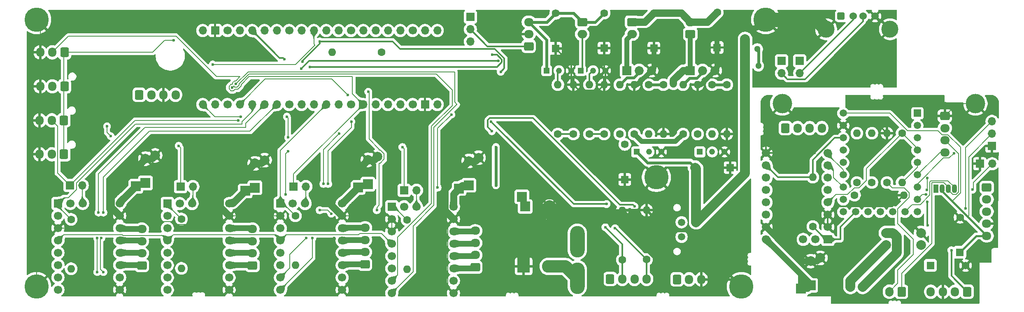
<source format=gbr>
%TF.GenerationSoftware,KiCad,Pcbnew,9.0.0*%
%TF.CreationDate,2025-05-04T19:05:18+10:00*%
%TF.ProjectId,CombinedMBTHB,436f6d62-696e-4656-944d-425448422e6b,rev?*%
%TF.SameCoordinates,Original*%
%TF.FileFunction,Copper,L1,Top*%
%TF.FilePolarity,Positive*%
%FSLAX46Y46*%
G04 Gerber Fmt 4.6, Leading zero omitted, Abs format (unit mm)*
G04 Created by KiCad (PCBNEW 9.0.0) date 2025-05-04 19:05:18*
%MOMM*%
%LPD*%
G01*
G04 APERTURE LIST*
G04 Aperture macros list*
%AMRoundRect*
0 Rectangle with rounded corners*
0 $1 Rounding radius*
0 $2 $3 $4 $5 $6 $7 $8 $9 X,Y pos of 4 corners*
0 Add a 4 corners polygon primitive as box body*
4,1,4,$2,$3,$4,$5,$6,$7,$8,$9,$2,$3,0*
0 Add four circle primitives for the rounded corners*
1,1,$1+$1,$2,$3*
1,1,$1+$1,$4,$5*
1,1,$1+$1,$6,$7*
1,1,$1+$1,$8,$9*
0 Add four rect primitives between the rounded corners*
20,1,$1+$1,$2,$3,$4,$5,0*
20,1,$1+$1,$4,$5,$6,$7,0*
20,1,$1+$1,$6,$7,$8,$9,0*
20,1,$1+$1,$8,$9,$2,$3,0*%
G04 Aperture macros list end*
%TA.AperFunction,ComponentPad*%
%ADD10O,1.700000X1.950000*%
%TD*%
%TA.AperFunction,ComponentPad*%
%ADD11RoundRect,0.250000X-0.600000X-0.725000X0.600000X-0.725000X0.600000X0.725000X-0.600000X0.725000X0*%
%TD*%
%TA.AperFunction,ComponentPad*%
%ADD12O,1.070000X1.800000*%
%TD*%
%TA.AperFunction,ComponentPad*%
%ADD13R,1.070000X1.800000*%
%TD*%
%TA.AperFunction,ComponentPad*%
%ADD14O,1.950000X1.700000*%
%TD*%
%TA.AperFunction,ComponentPad*%
%ADD15RoundRect,0.250000X-0.725000X0.600000X-0.725000X-0.600000X0.725000X-0.600000X0.725000X0.600000X0*%
%TD*%
%TA.AperFunction,ComponentPad*%
%ADD16RoundRect,0.250000X0.600000X0.725000X-0.600000X0.725000X-0.600000X-0.725000X0.600000X-0.725000X0*%
%TD*%
%TA.AperFunction,ComponentPad*%
%ADD17O,1.600000X1.600000*%
%TD*%
%TA.AperFunction,ComponentPad*%
%ADD18C,1.600000*%
%TD*%
%TA.AperFunction,ComponentPad*%
%ADD19C,1.508000*%
%TD*%
%TA.AperFunction,ComponentPad*%
%ADD20R,1.508000X1.508000*%
%TD*%
%TA.AperFunction,ComponentPad*%
%ADD21C,4.000000*%
%TD*%
%TA.AperFunction,ComponentPad*%
%ADD22O,1.700000X2.000000*%
%TD*%
%TA.AperFunction,ComponentPad*%
%ADD23RoundRect,0.250000X0.600000X0.750000X-0.600000X0.750000X-0.600000X-0.750000X0.600000X-0.750000X0*%
%TD*%
%TA.AperFunction,ComponentPad*%
%ADD24C,2.000000*%
%TD*%
%TA.AperFunction,ComponentPad*%
%ADD25O,1.700000X1.700000*%
%TD*%
%TA.AperFunction,ComponentPad*%
%ADD26R,1.700000X1.700000*%
%TD*%
%TA.AperFunction,ComponentPad*%
%ADD27R,2.000000X2.000000*%
%TD*%
%TA.AperFunction,ComponentPad*%
%ADD28C,1.590000*%
%TD*%
%TA.AperFunction,ComponentPad*%
%ADD29R,1.590000X1.590000*%
%TD*%
%TA.AperFunction,ComponentPad*%
%ADD30C,1.700000*%
%TD*%
%TA.AperFunction,ComponentPad*%
%ADD31RoundRect,0.250000X0.725000X-0.600000X0.725000X0.600000X-0.725000X0.600000X-0.725000X-0.600000X0*%
%TD*%
%TA.AperFunction,ComponentPad*%
%ADD32C,5.000000*%
%TD*%
%TA.AperFunction,ComponentPad*%
%ADD33O,3.000000X6.500000*%
%TD*%
%TA.AperFunction,ComponentPad*%
%ADD34RoundRect,0.250000X-0.750000X0.600000X-0.750000X-0.600000X0.750000X-0.600000X0.750000X0.600000X0*%
%TD*%
%TA.AperFunction,ComponentPad*%
%ADD35O,2.000000X1.700000*%
%TD*%
%TA.AperFunction,ComponentPad*%
%ADD36RoundRect,0.250001X-0.499999X0.499999X-0.499999X-0.499999X0.499999X-0.499999X0.499999X0.499999X0*%
%TD*%
%TA.AperFunction,ComponentPad*%
%ADD37C,1.500000*%
%TD*%
%TA.AperFunction,ComponentPad*%
%ADD38R,1.228000X1.228000*%
%TD*%
%TA.AperFunction,ComponentPad*%
%ADD39C,1.228000*%
%TD*%
%TA.AperFunction,ComponentPad*%
%ADD40R,1.850000X1.850000*%
%TD*%
%TA.AperFunction,ComponentPad*%
%ADD41C,1.850000*%
%TD*%
%TA.AperFunction,ComponentPad*%
%ADD42RoundRect,0.250000X0.750000X-0.600000X0.750000X0.600000X-0.750000X0.600000X-0.750000X-0.600000X0*%
%TD*%
%TA.AperFunction,ComponentPad*%
%ADD43R,2.600000X2.600000*%
%TD*%
%TA.AperFunction,ComponentPad*%
%ADD44C,2.600000*%
%TD*%
%TA.AperFunction,ComponentPad*%
%ADD45RoundRect,0.250000X-0.512000X-0.512000X0.512000X-0.512000X0.512000X0.512000X-0.512000X0.512000X0*%
%TD*%
%TA.AperFunction,ComponentPad*%
%ADD46C,1.524000*%
%TD*%
%TA.AperFunction,ComponentPad*%
%ADD47C,3.500000*%
%TD*%
%TA.AperFunction,ViaPad*%
%ADD48C,0.600000*%
%TD*%
%TA.AperFunction,ViaPad*%
%ADD49C,2.000000*%
%TD*%
%TA.AperFunction,ViaPad*%
%ADD50C,1.300000*%
%TD*%
%TA.AperFunction,Conductor*%
%ADD51C,0.300000*%
%TD*%
%TA.AperFunction,Conductor*%
%ADD52C,0.200000*%
%TD*%
%TA.AperFunction,Conductor*%
%ADD53C,2.000000*%
%TD*%
%TA.AperFunction,Conductor*%
%ADD54C,1.300000*%
%TD*%
%TA.AperFunction,Conductor*%
%ADD55C,0.400000*%
%TD*%
%TA.AperFunction,Conductor*%
%ADD56C,0.500000*%
%TD*%
%TA.AperFunction,Conductor*%
%ADD57C,2.500000*%
%TD*%
%TA.AperFunction,Conductor*%
%ADD58C,1.400000*%
%TD*%
%TA.AperFunction,Conductor*%
%ADD59C,1.000000*%
%TD*%
%TA.AperFunction,Conductor*%
%ADD60C,3.000000*%
%TD*%
%TA.AperFunction,Conductor*%
%ADD61C,0.600000*%
%TD*%
%TA.AperFunction,Conductor*%
%ADD62C,1.500000*%
%TD*%
%TA.AperFunction,Conductor*%
%ADD63C,1.200000*%
%TD*%
G04 APERTURE END LIST*
D10*
%TO.P,EXM1,4,Pin_4*%
%TO.N,/ExtruderDriver/A2*%
X229100000Y-69100000D03*
%TO.P,EXM1,3,Pin_3*%
%TO.N,/ExtruderDriver/A1*%
X226600000Y-69100000D03*
%TO.P,EXM1,2,Pin_2*%
%TO.N,/ExtruderDriver/B1*%
X224100000Y-69100000D03*
D11*
%TO.P,EXM1,1,Pin_1*%
%TO.N,/ExtruderDriver/B2*%
X221600000Y-69100000D03*
%TD*%
D12*
%TO.P,D1,4,BK*%
%TO.N,/LED_TEST*%
X256370000Y-81550000D03*
%TO.P,D1,3,GK*%
%TO.N,+3V3*%
X255100000Y-81550000D03*
%TO.P,D1,2,RK*%
%TO.N,+5V*%
X253830000Y-81550000D03*
D13*
%TO.P,D1,1,A*%
%TO.N,Net-(D1-A)*%
X252560000Y-81550000D03*
%TD*%
D14*
%TO.P,J2,4,Pin_4*%
%TO.N,/SFS_SW*%
X254400000Y-74100000D03*
%TO.P,J2,3,Pin_3*%
%TO.N,+3V3*%
X254400000Y-71600000D03*
%TO.P,J2,2,Pin_2*%
%TO.N,/SFS_ENC*%
X254400000Y-69100000D03*
D15*
%TO.P,J2,1,Pin_1*%
%TO.N,GND*%
X254400000Y-66600000D03*
%TD*%
D10*
%TO.P,J9,4,Pin_4*%
%TO.N,+24V*%
X251500000Y-102800000D03*
%TO.P,J9,3,Pin_3*%
%TO.N,GND*%
X254000000Y-102800000D03*
%TO.P,J9,2,Pin_2*%
%TO.N,/PCF_SG*%
X256500000Y-102800000D03*
D16*
%TO.P,J9,1,Pin_1*%
%TO.N,Net-(J9-Pin_1)*%
X259000000Y-102800000D03*
%TD*%
D17*
%TO.P,R3,2*%
%TO.N,GND*%
X245980000Y-82900000D03*
D18*
%TO.P,R3,1*%
%TO.N,Net-(D1-A)*%
X235820000Y-82900000D03*
%TD*%
D17*
%TO.P,R1,2*%
%TO.N,Net-(RPZERO1-GP4)*%
X245600000Y-80280000D03*
D18*
%TO.P,R1,1*%
%TO.N,/M_UART*%
X245600000Y-70120000D03*
%TD*%
D19*
%TO.P,RPZERO1,23,5V*%
%TO.N,+5V*%
X233500000Y-66040000D03*
%TO.P,RPZERO1,22,GND*%
%TO.N,GND*%
X233500000Y-68580000D03*
%TO.P,RPZERO1,21,3V3*%
%TO.N,+3V3*%
X233500000Y-71120000D03*
%TO.P,RPZERO1,20,GP29*%
%TO.N,unconnected-(RPZERO1-GP29-Pad20)*%
X233500000Y-73660000D03*
%TO.P,RPZERO1,19,GP28*%
%TO.N,unconnected-(RPZERO1-GP28-Pad19)*%
X233500000Y-76200000D03*
%TO.P,RPZERO1,18,GP27*%
%TO.N,/M_DIR*%
X233500000Y-78740000D03*
%TO.P,RPZERO1,17,GP26*%
%TO.N,/M_STEP*%
X233500000Y-81280000D03*
%TO.P,RPZERO1,16,GP15*%
%TO.N,/EXF_SG*%
X233500000Y-83820000D03*
%TO.P,RPZERO1,15,GP14*%
%TO.N,/PCF_SG*%
X233500000Y-86360000D03*
%TO.P,RPZERO1,14,GP13*%
%TO.N,/M_EN*%
X236040000Y-86360000D03*
%TO.P,RPZERO1,13,GP12*%
%TO.N,unconnected-(RPZERO1-GP12-Pad13)*%
X238580000Y-86360000D03*
%TO.P,RPZERO1,12,GP11*%
%TO.N,unconnected-(RPZERO1-GP11-Pad12)*%
X241120000Y-86360000D03*
%TO.P,RPZERO1,11,GP10*%
%TO.N,unconnected-(RPZERO1-GP10-Pad11)*%
X243660000Y-86360000D03*
%TO.P,RPZERO1,10,GP9*%
%TO.N,/LED_TEST*%
X246200000Y-86360000D03*
%TO.P,RPZERO1,9,GP8*%
%TO.N,/BL_SV*%
X248740000Y-86360000D03*
%TO.P,RPZERO1,8,GP7*%
%TO.N,/BL_PR*%
X248740000Y-83820000D03*
%TO.P,RPZERO1,7,GP6*%
%TO.N,/SFS_ENC*%
X248740000Y-81280000D03*
%TO.P,RPZERO1,6,GP5*%
%TO.N,/SFS_SW*%
X248740000Y-78740000D03*
%TO.P,RPZERO1,5,GP4*%
%TO.N,Net-(RPZERO1-GP4)*%
X248740000Y-76200000D03*
%TO.P,RPZERO1,4,GP3*%
%TO.N,/M_UART*%
X248740000Y-73660000D03*
%TO.P,RPZERO1,3,GP2*%
%TO.N,/THM_SG*%
X248740000Y-71120000D03*
%TO.P,RPZERO1,2,GP1*%
%TO.N,unconnected-(RPZERO1-GP1-Pad2)*%
X248740000Y-68580000D03*
D20*
%TO.P,RPZERO1,1,GP0*%
%TO.N,unconnected-(RPZERO1-GP0-Pad1)*%
X248740000Y-66040000D03*
%TD*%
D21*
%TO.P,H2,1,1*%
%TO.N,GND*%
X260700000Y-64050000D03*
%TD*%
D17*
%TO.P,R2,2*%
%TO.N,GND*%
X242500000Y-70140000D03*
D18*
%TO.P,R2,1*%
%TO.N,/TH_SG*%
X242500000Y-80300000D03*
%TD*%
D22*
%TO.P,J1,2,Pin_2*%
%TO.N,/TH_SG*%
X243000000Y-102800000D03*
D23*
%TO.P,J1,1,Pin_1*%
%TO.N,+3V3*%
X245500000Y-102800000D03*
%TD*%
D24*
%TO.P,J5,2,Pin_2*%
%TO.N,Net-(J5-Pin_2)*%
X234986107Y-101800000D03*
%TO.P,J5,1,Pin_1*%
%TO.N,Net-(J5-Pin_1)*%
X237500707Y-101800000D03*
%TD*%
D14*
%TO.P,J8,5,Pin_5*%
%TO.N,+5V*%
X263000000Y-91300000D03*
%TO.P,J8,4,Pin_4*%
%TO.N,GND*%
X263000000Y-88800000D03*
%TO.P,J8,3,Pin_3*%
%TO.N,/EXF_SG*%
X263000000Y-86300000D03*
%TO.P,J8,2,Pin_2*%
%TO.N,Net-(J8-Pin_2)*%
X263000000Y-83800000D03*
D15*
%TO.P,J8,1,Pin_1*%
%TO.N,unconnected-(J8-Pin_1-Pad1)*%
X263000000Y-81300000D03*
%TD*%
D25*
%TO.P,J4,2,Pin_2*%
%TO.N,/BL_PR*%
X264140000Y-76450000D03*
D26*
%TO.P,J4,1,Pin_1*%
%TO.N,GND*%
X261600000Y-76450000D03*
%TD*%
D17*
%TO.P,R6,2*%
%TO.N,+3V3*%
X227250000Y-79220000D03*
D18*
%TO.P,R6,1*%
%TO.N,/M_EN*%
X227250000Y-89380000D03*
%TD*%
D17*
%TO.P,R4,2*%
%TO.N,/PCF_TACH*%
X239400000Y-70140000D03*
D18*
%TO.P,R4,1*%
%TO.N,Net-(J9-Pin_1)*%
X239400000Y-80300000D03*
%TD*%
D24*
%TO.P,C2,2*%
%TO.N,GND*%
X228800000Y-95827856D03*
X226800000Y-96500000D03*
D27*
%TO.P,C2,1*%
%TO.N,+24V*%
X226800000Y-101500000D03*
X224800000Y-102172144D03*
%TD*%
D28*
%TO.P,D2,2,A*%
%TO.N,GND*%
X258645500Y-97400000D03*
D29*
%TO.P,D2,1,K*%
%TO.N,+24V*%
X251433500Y-97374600D03*
%TD*%
D24*
%TO.P,J6,2,Pin_2*%
%TO.N,GND*%
X249500000Y-90700000D03*
%TO.P,J6,1,Pin_1*%
%TO.N,+24V*%
X249500000Y-93214600D03*
%TD*%
D17*
%TO.P,R5,2*%
%TO.N,/EXF_TACH*%
X236300000Y-70140000D03*
D18*
%TO.P,R5,1*%
%TO.N,Net-(J8-Pin_2)*%
X236300000Y-80300000D03*
%TD*%
D24*
%TO.P,J7,2,Pin_2*%
%TO.N,Net-(J5-Pin_2)*%
X242300000Y-93214600D03*
%TO.P,J7,1,Pin_1*%
%TO.N,Net-(J5-Pin_1)*%
X242300000Y-90700000D03*
%TD*%
D25*
%TO.P,J3,3,Pin_3*%
%TO.N,/BL_SV*%
X264100000Y-67720000D03*
%TO.P,J3,2,Pin_2*%
%TO.N,+5V*%
X264100000Y-70260000D03*
D26*
%TO.P,J3,1,Pin_1*%
%TO.N,GND*%
X264100000Y-72800000D03*
%TD*%
D21*
%TO.P,H1,1,1*%
%TO.N,GND*%
X220950000Y-64050000D03*
%TD*%
D30*
%TO.P,M1,18,DIAG*%
%TO.N,unconnected-(M1-DIAG-Pad18)*%
X225260707Y-92030000D03*
%TO.P,M1,17,INDEX*%
%TO.N,unconnected-(M1-INDEX-Pad17)*%
X227800707Y-92030000D03*
%TO.P,M1,16,VM*%
%TO.N,+24V*%
X217640707Y-92030000D03*
%TO.P,M1,15,GND*%
%TO.N,GND*%
X217640707Y-89490000D03*
%TO.P,M1,14,A2*%
%TO.N,/ExtruderDriver/A2*%
X217640707Y-86950000D03*
%TO.P,M1,13,A1*%
%TO.N,/ExtruderDriver/A1*%
X217640707Y-84410000D03*
%TO.P,M1,12,B1*%
%TO.N,/ExtruderDriver/B1*%
X217640707Y-81870000D03*
%TO.P,M1,11,B2*%
%TO.N,/ExtruderDriver/B2*%
X217640707Y-79330000D03*
%TO.P,M1,10,VDD*%
%TO.N,+3V3*%
X217640707Y-76790000D03*
%TO.P,M1,9,GND*%
%TO.N,GND*%
X217640707Y-74250000D03*
%TO.P,M1,8,DIR*%
%TO.N,/M_DIR*%
X230340707Y-74250000D03*
%TO.P,M1,7,STEP*%
%TO.N,/M_STEP*%
X230340707Y-76790000D03*
%TO.P,M1,6,CLK*%
%TO.N,unconnected-(M1-CLK-Pad6)*%
X230340707Y-79330000D03*
%TO.P,M1,5,PDN2*%
%TO.N,unconnected-(M1-PDN2-Pad5)*%
X230340707Y-81870000D03*
%TO.P,M1,4,PDN1*%
%TO.N,/M_UART*%
X230340707Y-84410000D03*
%TO.P,M1,3,MS2*%
%TO.N,GND*%
X230340707Y-86950000D03*
%TO.P,M1,2,MS1*%
X230340707Y-89490000D03*
D26*
%TO.P,M1,1,ENABLE*%
%TO.N,/M_EN*%
X230340707Y-92030000D03*
%TD*%
D28*
%TO.P,D3,2,A*%
%TO.N,GND*%
X257525400Y-87468000D03*
D29*
%TO.P,D3,1,K*%
%TO.N,+5V*%
X257500000Y-94680000D03*
%TD*%
D31*
%TO.P,J7,1,Pin_1*%
%TO.N,Net-(J3-Pin_2)*%
X168800000Y-52250000D03*
D14*
%TO.P,J7,2,Pin_2*%
%TO.N,GND*%
X168800000Y-49750000D03*
%TO.P,J7,3,Pin_3*%
%TO.N,5V*%
X168800000Y-47250000D03*
%TD*%
D31*
%TO.P,MotorConnector1,1,Pin_1*%
%TO.N,/XMotor/B2*%
X157800000Y-97750000D03*
D14*
%TO.P,MotorConnector1,2,Pin_2*%
%TO.N,/XMotor/B1*%
X157800000Y-95250000D03*
%TO.P,MotorConnector1,3,Pin_3*%
%TO.N,/XMotor/A1*%
X157800000Y-92750000D03*
%TO.P,MotorConnector1,4,Pin_4*%
%TO.N,/XMotor/A2*%
X157800000Y-90250000D03*
%TD*%
D29*
%TO.P,D5,1,K*%
%TO.N,GND*%
X188550000Y-79680000D03*
D28*
%TO.P,D5,2,A*%
%TO.N,+24V*%
X188575400Y-72468000D03*
%TD*%
D18*
%TO.P,R15,1*%
%TO.N,/ME_EN*%
X97360000Y-87830000D03*
D17*
%TO.P,R15,2*%
%TO.N,+3V3*%
X97360000Y-97990000D03*
%TD*%
D26*
%TO.P,J16,1,Pin_1*%
%TO.N,/MX_DIAG*%
X143195000Y-81910000D03*
D25*
%TO.P,J16,2,Pin_2*%
%TO.N,Net-(J16-Pin_2)*%
X145735000Y-81910000D03*
%TD*%
D32*
%TO.P,H4,1,1*%
%TO.N,GND*%
X217550000Y-46750000D03*
%TD*%
D29*
%TO.P,D4,1,K*%
%TO.N,GND*%
X207550000Y-52500000D03*
D28*
%TO.P,D4,2,A*%
%TO.N,+24V*%
X207575400Y-45288000D03*
%TD*%
D33*
%TO.P,F1,1*%
%TO.N,+24V*%
X178799999Y-92500000D03*
%TO.P,F1,2*%
%TO.N,Net-(J10-Pin_2)*%
X178800000Y-100000000D03*
%TD*%
D18*
%TO.P,R17,1*%
%TO.N,/HEATER_PIN*%
X206550000Y-60170000D03*
D17*
%TO.P,R17,2*%
%TO.N,Net-(Q5-G)*%
X206550000Y-70330000D03*
%TD*%
D16*
%TO.P,J25,1,Pin_1*%
%TO.N,+3V3*%
X73300000Y-60500000D03*
D10*
%TO.P,J25,2,Pin_2*%
%TO.N,/ME_DIAG*%
X70800000Y-60500000D03*
%TO.P,J25,3,Pin_3*%
%TO.N,GND*%
X68300000Y-60500000D03*
%TD*%
D18*
%TO.P,R19,1*%
%TO.N,+24V*%
X203550000Y-70330000D03*
D17*
%TO.P,R19,2*%
%TO.N,GND*%
X203550000Y-60170000D03*
%TD*%
D26*
%TO.P,J24,1,Pin_1*%
%TO.N,/ME_DIAG*%
X97170000Y-81140000D03*
D25*
%TO.P,J24,2,Pin_2*%
%TO.N,Net-(J24-Pin_2)*%
X99710000Y-81140000D03*
%TD*%
D34*
%TO.P,J6,1,Pin_1*%
%TO.N,+24V*%
X190050000Y-47250000D03*
D35*
%TO.P,J6,2,Pin_2*%
%TO.N,/Mosfet1/Output_Return*%
X190050000Y-49750000D03*
%TD*%
D18*
%TO.P,R22,1*%
%TO.N,+24V*%
X190510000Y-70330000D03*
D17*
%TO.P,R22,2*%
%TO.N,GND*%
X190510000Y-60170000D03*
%TD*%
D18*
%TO.P,R24,1*%
%TO.N,/FAN0_PIN*%
X178000000Y-70330000D03*
D17*
%TO.P,R24,2*%
%TO.N,GND*%
X178000000Y-60170000D03*
%TD*%
D36*
%TO.P,J5,1,Pin_1*%
%TO.N,+24V*%
X203240000Y-88500000D03*
D37*
%TO.P,J5,2,Pin_2*%
%TO.N,GND*%
X203240000Y-91500000D03*
%TO.P,J5,3,Pin_3*%
%TO.N,/Mosfet/Output_Return*%
X200240000Y-88500000D03*
%TO.P,J5,4,Pin_4*%
%TO.N,+24V*%
X200240000Y-91500000D03*
%TD*%
D29*
%TO.P,D3,1,K*%
%TO.N,GND*%
X210230000Y-77250000D03*
D28*
%TO.P,D3,2,A*%
%TO.N,+24V*%
X203018000Y-77224600D03*
%TD*%
D18*
%TO.P,R16,1*%
%TO.N,/HEATER_PIN*%
X209550000Y-60170000D03*
D17*
%TO.P,R16,2*%
%TO.N,GND*%
X209550000Y-70330000D03*
%TD*%
D29*
%TO.P,D1,1,K*%
%TO.N,GND*%
X184300000Y-52616500D03*
D28*
%TO.P,D1,2,A*%
%TO.N,5V*%
X184325400Y-45404500D03*
%TD*%
D26*
%TO.P,M4,1,ENABLE*%
%TO.N,/ME_EN*%
X94460000Y-84650000D03*
D30*
%TO.P,M4,2,MS1*%
%TO.N,+3V3*%
X94460000Y-87190000D03*
%TO.P,M4,3,MS2*%
X94460000Y-89730000D03*
%TO.P,M4,4,PDN1*%
%TO.N,/M_UART*%
X94460000Y-92270000D03*
%TO.P,M4,5,PDN2*%
%TO.N,unconnected-(M4-PDN2-Pad5)*%
X94460000Y-94810000D03*
%TO.P,M4,6,CLK*%
%TO.N,unconnected-(M4-CLK-Pad6)*%
X94460000Y-97350000D03*
%TO.P,M4,7,STEP*%
%TO.N,/ME_STEP*%
X94460000Y-99890000D03*
%TO.P,M4,8,DIR*%
%TO.N,/ME_DIR*%
X94460000Y-102430000D03*
%TO.P,M4,9,GND*%
%TO.N,GND*%
X107160000Y-102430000D03*
%TO.P,M4,10,VDD*%
%TO.N,+3V3*%
X107160000Y-99890000D03*
%TO.P,M4,11,B2*%
%TO.N,/EMotor/B2*%
X107160000Y-97350000D03*
%TO.P,M4,12,B1*%
%TO.N,/EMotor/B1*%
X107160000Y-94810000D03*
%TO.P,M4,13,A1*%
%TO.N,/EMotor/A1*%
X107160000Y-92270000D03*
%TO.P,M4,14,A2*%
%TO.N,/EMotor/A2*%
X107160000Y-89730000D03*
%TO.P,M4,15,GND*%
%TO.N,GND*%
X107160000Y-87190000D03*
%TO.P,M4,16,VM*%
%TO.N,+24V*%
X107160000Y-84650000D03*
%TO.P,M4,17,INDEX*%
%TO.N,unconnected-(M4-INDEX-Pad17)*%
X97000000Y-84650000D03*
%TO.P,M4,18,DIAG*%
%TO.N,Net-(J24-Pin_2)*%
X99540000Y-84650000D03*
%TD*%
D26*
%TO.P,M1,1,ENABLE*%
%TO.N,/MX_EN*%
X140620000Y-85300000D03*
D30*
%TO.P,M1,2,MS1*%
%TO.N,GND*%
X140620000Y-87840000D03*
%TO.P,M1,3,MS2*%
X140620000Y-90380000D03*
%TO.P,M1,4,PDN1*%
%TO.N,/M_UART*%
X140620000Y-92920000D03*
%TO.P,M1,5,PDN2*%
%TO.N,unconnected-(M1-PDN2-Pad5)*%
X140620000Y-95460000D03*
%TO.P,M1,6,CLK*%
%TO.N,unconnected-(M1-CLK-Pad6)*%
X140620000Y-98000000D03*
%TO.P,M1,7,STEP*%
%TO.N,/MX_STEP*%
X140620000Y-100540000D03*
%TO.P,M1,8,DIR*%
%TO.N,/MX_DIR*%
X140620000Y-103080000D03*
%TO.P,M1,9,GND*%
%TO.N,GND*%
X153320000Y-103080000D03*
%TO.P,M1,10,VDD*%
%TO.N,+3V3*%
X153320000Y-100540000D03*
%TO.P,M1,11,B2*%
%TO.N,/XMotor/B2*%
X153320000Y-98000000D03*
%TO.P,M1,12,B1*%
%TO.N,/XMotor/B1*%
X153320000Y-95460000D03*
%TO.P,M1,13,A1*%
%TO.N,/XMotor/A1*%
X153320000Y-92920000D03*
%TO.P,M1,14,A2*%
%TO.N,/XMotor/A2*%
X153320000Y-90380000D03*
%TO.P,M1,15,GND*%
%TO.N,GND*%
X153320000Y-87840000D03*
%TO.P,M1,16,VM*%
%TO.N,+24V*%
X153320000Y-85300000D03*
%TO.P,M1,17,INDEX*%
%TO.N,unconnected-(M1-INDEX-Pad17)*%
X143160000Y-85300000D03*
%TO.P,M1,18,DIAG*%
%TO.N,Net-(J16-Pin_2)*%
X145700000Y-85300000D03*
%TD*%
D18*
%TO.P,R14,1*%
%TO.N,/MZ_EN*%
X120800000Y-87170000D03*
D17*
%TO.P,R14,2*%
%TO.N,+3V3*%
X120800000Y-97330000D03*
%TD*%
D18*
%TO.P,R13,1*%
%TO.N,/MY_EN*%
X74660000Y-87910000D03*
D17*
%TO.P,R13,2*%
%TO.N,+3V3*%
X74660000Y-98070000D03*
%TD*%
D18*
%TO.P,R9,1*%
%TO.N,/UART_RX*%
X138514000Y-53490000D03*
D17*
%TO.P,R9,2*%
%TO.N,/M_UART*%
X128354000Y-53490000D03*
%TD*%
D27*
%TO.P,C3,1*%
%TO.N,+24V*%
X87960000Y-81062144D03*
X89960000Y-80390000D03*
D24*
%TO.P,C3,2*%
%TO.N,GND*%
X89960000Y-75390000D03*
X91960000Y-74717856D03*
%TD*%
D32*
%TO.P,H3,1,1*%
%TO.N,GND*%
X67550000Y-101750000D03*
%TD*%
D38*
%TO.P,Q10,1,D*%
%TO.N,/Transistor1/Output_GND*%
X179472500Y-57260000D03*
D39*
%TO.P,Q10,2,G*%
%TO.N,Net-(Q10-G)*%
X182012500Y-57260000D03*
%TO.P,Q10,3,S*%
%TO.N,GND*%
X184552500Y-57260000D03*
%TD*%
D38*
%TO.P,Q5,1,D*%
%TO.N,+24V*%
X204010000Y-74000000D03*
D39*
%TO.P,Q5,2,G*%
%TO.N,Net-(Q5-G)*%
X206550000Y-74000000D03*
%TO.P,Q5,3,S*%
%TO.N,GND*%
X209090000Y-74000000D03*
%TD*%
D26*
%TO.P,J15,1,Pin_1*%
%TO.N,/PA12*%
X220800000Y-55250000D03*
D25*
%TO.P,J15,2,Pin_2*%
%TO.N,/D+*%
X220800000Y-57790000D03*
%TD*%
D26*
%TO.P,M3,1,ENABLE*%
%TO.N,/MZ_EN*%
X117710000Y-84650000D03*
D30*
%TO.P,M3,2,MS1*%
%TO.N,GND*%
X117710000Y-87190000D03*
%TO.P,M3,3,MS2*%
%TO.N,+3V3*%
X117710000Y-89730000D03*
%TO.P,M3,4,PDN1*%
%TO.N,/M_UART*%
X117710000Y-92270000D03*
%TO.P,M3,5,PDN2*%
%TO.N,unconnected-(M3-PDN2-Pad5)*%
X117710000Y-94810000D03*
%TO.P,M3,6,CLK*%
%TO.N,unconnected-(M3-CLK-Pad6)*%
X117710000Y-97350000D03*
%TO.P,M3,7,STEP*%
%TO.N,/MZ_STEP*%
X117710000Y-99890000D03*
%TO.P,M3,8,DIR*%
%TO.N,/MZ_DIR*%
X117710000Y-102430000D03*
%TO.P,M3,9,GND*%
%TO.N,GND*%
X130410000Y-102430000D03*
%TO.P,M3,10,VDD*%
%TO.N,+3V3*%
X130410000Y-99890000D03*
%TO.P,M3,11,B2*%
%TO.N,/ZMotor/B2*%
X130410000Y-97350000D03*
%TO.P,M3,12,B1*%
%TO.N,/ZMotor/B1*%
X130410000Y-94810000D03*
%TO.P,M3,13,A1*%
%TO.N,/ZMotor/A1*%
X130410000Y-92270000D03*
%TO.P,M3,14,A2*%
%TO.N,/ZMotor/A2*%
X130410000Y-89730000D03*
%TO.P,M3,15,GND*%
%TO.N,GND*%
X130410000Y-87190000D03*
%TO.P,M3,16,VM*%
%TO.N,+24V*%
X130410000Y-84650000D03*
%TO.P,M3,17,INDEX*%
%TO.N,unconnected-(M3-INDEX-Pad17)*%
X120250000Y-84650000D03*
%TO.P,M3,18,DIAG*%
%TO.N,Net-(J21-Pin_2)*%
X122790000Y-84650000D03*
%TD*%
D38*
%TO.P,Q7,1,D*%
%TO.N,+24V*%
X191010000Y-74000000D03*
D39*
%TO.P,Q7,2,G*%
%TO.N,Net-(Q7-G)*%
X193550000Y-74000000D03*
%TO.P,Q7,3,S*%
%TO.N,GND*%
X196090000Y-74000000D03*
%TD*%
D18*
%TO.P,R10,1*%
%TO.N,/BED_THM_1*%
X193050000Y-96170000D03*
D17*
%TO.P,R10,2*%
%TO.N,GND*%
X193050000Y-86010000D03*
%TD*%
D26*
%TO.P,J3,1,Pin_1*%
%TO.N,+5V*%
X156800000Y-46210000D03*
D25*
%TO.P,J3,2,Pin_2*%
%TO.N,Net-(J3-Pin_2)*%
X156800000Y-48750000D03*
%TO.P,J3,3,Pin_3*%
%TO.N,+24V*%
X156800000Y-51290000D03*
%TD*%
D11*
%TO.P,J2,1,Pin_1*%
%TO.N,+5V*%
X199300000Y-100250000D03*
D10*
%TO.P,J2,2,Pin_2*%
%TO.N,/NEOPIXEL_PIN*%
X201800000Y-100250000D03*
%TO.P,J2,3,Pin_3*%
%TO.N,GND*%
X204300000Y-100250000D03*
%TD*%
D11*
%TO.P,J8,1,Pin_1*%
%TO.N,+5V*%
X88650000Y-62250000D03*
D10*
%TO.P,J8,2,Pin_2*%
%TO.N,/SwitchSensor*%
X91150000Y-62250000D03*
%TO.P,J8,3,Pin_3*%
%TO.N,GND*%
X93650000Y-62250000D03*
%TO.P,J8,4,Pin_4*%
%TO.N,/OpticSensor*%
X96150000Y-62250000D03*
%TD*%
D18*
%TO.P,R21,1*%
%TO.N,/ HEATED_BED_PIN*%
X193510000Y-60170000D03*
D17*
%TO.P,R21,2*%
%TO.N,Net-(Q7-G)*%
X193510000Y-70330000D03*
%TD*%
D16*
%TO.P,J17,1,Pin_1*%
%TO.N,+3V3*%
X73200000Y-74500000D03*
D10*
%TO.P,J17,2,Pin_2*%
%TO.N,/MX_DIAG*%
X70700000Y-74500000D03*
%TO.P,J17,3,Pin_3*%
%TO.N,GND*%
X68200000Y-74500000D03*
%TD*%
D26*
%TO.P,M2,1,ENABLE*%
%TO.N,/MY_EN*%
X71960000Y-84610000D03*
D30*
%TO.P,M2,2,MS1*%
%TO.N,+3V3*%
X71960000Y-87150000D03*
%TO.P,M2,3,MS2*%
%TO.N,GND*%
X71960000Y-89690000D03*
%TO.P,M2,4,PDN1*%
%TO.N,/M_UART*%
X71960000Y-92230000D03*
%TO.P,M2,5,PDN2*%
%TO.N,unconnected-(M2-PDN2-Pad5)*%
X71960000Y-94770000D03*
%TO.P,M2,6,CLK*%
%TO.N,unconnected-(M2-CLK-Pad6)*%
X71960000Y-97310000D03*
%TO.P,M2,7,STEP*%
%TO.N,/MY_STEP*%
X71960000Y-99850000D03*
%TO.P,M2,8,DIR*%
%TO.N,/MY_DIR*%
X71960000Y-102390000D03*
%TO.P,M2,9,GND*%
%TO.N,GND*%
X84660000Y-102390000D03*
%TO.P,M2,10,VDD*%
%TO.N,+3V3*%
X84660000Y-99850000D03*
%TO.P,M2,11,B2*%
%TO.N,/YMotor/B2*%
X84660000Y-97310000D03*
%TO.P,M2,12,B1*%
%TO.N,/YMotor/B1*%
X84660000Y-94770000D03*
%TO.P,M2,13,A1*%
%TO.N,/YMotor/A1*%
X84660000Y-92230000D03*
%TO.P,M2,14,A2*%
%TO.N,/YMotor/A2*%
X84660000Y-89690000D03*
%TO.P,M2,15,GND*%
%TO.N,GND*%
X84660000Y-87150000D03*
%TO.P,M2,16,VM*%
%TO.N,+24V*%
X84660000Y-84610000D03*
%TO.P,M2,17,INDEX*%
%TO.N,unconnected-(M2-INDEX-Pad17)*%
X74500000Y-84610000D03*
%TO.P,M2,18,DIAG*%
%TO.N,Net-(J18-Pin_2)*%
X77040000Y-84610000D03*
%TD*%
D25*
%TO.P,U1,1,VBAT*%
%TO.N,unconnected-(U1-VBAT-Pad1)*%
X149994000Y-49000000D03*
%TO.P,U1,2,PC13*%
%TO.N,/SGPIO_4*%
X147454000Y-49000000D03*
D30*
%TO.P,U1,3,PC14*%
%TO.N,/SGPIO_3*%
X144914000Y-49000000D03*
D25*
%TO.P,U1,4,PC15*%
%TO.N,/BED_THM_2*%
X142374000Y-49000000D03*
%TO.P,U1,5,nRST*%
%TO.N,unconnected-(U1-nRST-Pad5)*%
X139834000Y-49000000D03*
%TO.P,U1,6,PA0*%
%TO.N,/BED_THM_1*%
X137294000Y-49000000D03*
%TO.P,U1,7,PA1*%
%TO.N,/UART_RX*%
X134754000Y-49000000D03*
D30*
%TO.P,U1,8,PA2*%
%TO.N,/M_UART*%
X132214000Y-49000000D03*
D25*
%TO.P,U1,9,PA3*%
%TO.N,/SGPIO_5*%
X129674000Y-49000000D03*
%TO.P,U1,10,PA4*%
%TO.N,/OpticSensor*%
X127134000Y-49000000D03*
%TO.P,U1,11,PA5*%
%TO.N,/SwitchSensor*%
X124594000Y-49000000D03*
%TO.P,U1,12,PA6*%
%TO.N,unconnected-(U1-PA6-Pad12)*%
X122054000Y-49000000D03*
D30*
%TO.P,U1,13,PA7*%
%TO.N,unconnected-(U1-PA7-Pad13)*%
X119514000Y-49000000D03*
D25*
%TO.P,U1,14,PB0*%
%TO.N,unconnected-(U1-PB0-Pad14)*%
X116974000Y-49000000D03*
%TO.P,U1,15,PB1*%
%TO.N,unconnected-(U1-PB1-Pad15)*%
X114434000Y-49000000D03*
%TO.P,U1,16,PB2*%
%TO.N,/RGB_PIN*%
X111894000Y-49000000D03*
%TO.P,U1,17,PB10*%
%TO.N,/MS_DIAG*%
X109354000Y-49000000D03*
D30*
%TO.P,U1,18,3V3*%
%TO.N,+3V3*%
X106814000Y-49000000D03*
D26*
%TO.P,U1,19,GND*%
%TO.N,GND*%
X104274000Y-49000000D03*
D25*
%TO.P,U1,20,5V*%
%TO.N,unconnected-(U1-5V-Pad20)*%
X101734000Y-49000000D03*
%TO.P,U1,21,PB12*%
%TO.N,/MX_EN*%
X101734000Y-64240000D03*
%TO.P,U1,22,PB13*%
%TO.N,/MX_STEP*%
X104274000Y-64240000D03*
D30*
%TO.P,U1,23,PB14*%
%TO.N,/MX_DIR*%
X106814000Y-64240000D03*
D25*
%TO.P,U1,24,PB15*%
%TO.N,/MX_DIAG*%
X109354000Y-64240000D03*
%TO.P,U1,25,PA8*%
%TO.N,/MY_EN*%
X111894000Y-64240000D03*
%TO.P,U1,26,PA9*%
%TO.N,/MY_STEP*%
X114434000Y-64240000D03*
%TO.P,U1,27,PA10*%
%TO.N,/MY_DIR*%
X116974000Y-64240000D03*
D30*
%TO.P,U1,28,PA11*%
%TO.N,/PA11*%
X119514000Y-64240000D03*
D25*
%TO.P,U1,29,PA12*%
%TO.N,/PA12*%
X122054000Y-64240000D03*
%TO.P,U1,30,PA15*%
%TO.N,/MY_DIAG*%
X124594000Y-64240000D03*
%TO.P,U1,31,PB3*%
%TO.N,/MZ_EN*%
X127134000Y-64240000D03*
%TO.P,U1,32,PB4*%
%TO.N,/MZ_STEP*%
X129674000Y-64240000D03*
D30*
%TO.P,U1,33,PB5*%
%TO.N,/MZ_DIR*%
X132214000Y-64240000D03*
D25*
%TO.P,U1,34,PB6*%
%TO.N,/MZ_DIAG*%
X134754000Y-64240000D03*
%TO.P,U1,35,PB7*%
%TO.N,/MS_EN*%
X137294000Y-64240000D03*
%TO.P,U1,36,PB8*%
%TO.N,/MS_STEP*%
X139834000Y-64240000D03*
%TO.P,U1,37,PB9*%
%TO.N,/MS_DIR*%
X142374000Y-64240000D03*
D30*
%TO.P,U1,38,5V*%
%TO.N,unconnected-(U1-5V-Pad38)*%
X144914000Y-64240000D03*
D26*
%TO.P,U1,39,GND*%
%TO.N,GND*%
X147454000Y-64240000D03*
D25*
%TO.P,U1,40,3V3*%
%TO.N,+3V3*%
X149994000Y-64240000D03*
%TD*%
D18*
%TO.P,R23,1*%
%TO.N,+24V*%
X187550000Y-70330000D03*
D17*
%TO.P,R23,2*%
%TO.N,Net-(Q8-G)*%
X187550000Y-60170000D03*
%TD*%
D38*
%TO.P,Q9,1,D*%
%TO.N,5V*%
X172472500Y-57260000D03*
D39*
%TO.P,Q9,2,G*%
%TO.N,Net-(Q9-G)*%
X175012500Y-57260000D03*
%TO.P,Q9,3,S*%
%TO.N,GND*%
X177552500Y-57260000D03*
%TD*%
D31*
%TO.P,J20,1,Pin_1*%
%TO.N,/YMotor/B2*%
X89210000Y-97390000D03*
D14*
%TO.P,J20,2,Pin_2*%
%TO.N,/YMotor/B1*%
X89210000Y-94890000D03*
%TO.P,J20,3,Pin_3*%
%TO.N,/YMotor/A1*%
X89210000Y-92390000D03*
%TO.P,J20,4,Pin_4*%
%TO.N,/YMotor/A2*%
X89210000Y-89890000D03*
%TD*%
D29*
%TO.P,D6,1,K*%
%TO.N,GND*%
X194550000Y-52616500D03*
D28*
%TO.P,D6,2,A*%
%TO.N,+24V*%
X194575400Y-45404500D03*
%TD*%
D32*
%TO.P,H2,1,1*%
%TO.N,GND*%
X195050000Y-79250000D03*
%TD*%
D26*
%TO.P,J14,1,Pin_1*%
%TO.N,/PA11*%
X224550000Y-55250000D03*
D25*
%TO.P,J14,2,Pin_2*%
%TO.N,/D-*%
X224550000Y-57790000D03*
%TD*%
D27*
%TO.P,C4,1*%
%TO.N,+24V*%
X154460000Y-81544821D03*
X156460000Y-80872677D03*
D24*
%TO.P,C4,2*%
%TO.N,GND*%
X156460000Y-75872677D03*
X158460000Y-75200533D03*
%TD*%
D18*
%TO.P,R18,1*%
%TO.N,+24V*%
X200550000Y-70330000D03*
D17*
%TO.P,R18,2*%
%TO.N,Net-(Q6-G)*%
X200550000Y-60170000D03*
%TD*%
D29*
%TO.P,D2,1,K*%
%TO.N,GND*%
X174300000Y-52680000D03*
D28*
%TO.P,D2,2,A*%
%TO.N,5V*%
X174325400Y-45468000D03*
%TD*%
D18*
%TO.P,R20,1*%
%TO.N,/ HEATED_BED_PIN*%
X196510000Y-60170000D03*
D17*
%TO.P,R20,2*%
%TO.N,GND*%
X196510000Y-70330000D03*
%TD*%
D18*
%TO.P,R26,1*%
%TO.N,/RGB_PIN*%
X184300000Y-70330000D03*
D17*
%TO.P,R26,2*%
%TO.N,GND*%
X184300000Y-60170000D03*
%TD*%
D26*
%TO.P,J21,1,Pin_1*%
%TO.N,/MZ_DIAG*%
X120420000Y-81140000D03*
D25*
%TO.P,J21,2,Pin_2*%
%TO.N,Net-(J21-Pin_2)*%
X122960000Y-81140000D03*
%TD*%
D34*
%TO.P,J4,1,Pin_1*%
%TO.N,5V*%
X179800000Y-47250000D03*
D35*
%TO.P,J4,2,Pin_2*%
%TO.N,/Transistor1/Output_GND*%
X179800000Y-49750000D03*
%TD*%
D16*
%TO.P,J19,1,Pin_1*%
%TO.N,+3V3*%
X73200000Y-67500000D03*
D10*
%TO.P,J19,2,Pin_2*%
%TO.N,/MY_DIAG*%
X70700000Y-67500000D03*
%TO.P,J19,3,Pin_3*%
%TO.N,GND*%
X68200000Y-67500000D03*
%TD*%
D31*
%TO.P,J26,1,Pin_1*%
%TO.N,/EMotor/B2*%
X111960000Y-97390000D03*
D14*
%TO.P,J26,2,Pin_2*%
%TO.N,/EMotor/B1*%
X111960000Y-94890000D03*
%TO.P,J26,3,Pin_3*%
%TO.N,/EMotor/A1*%
X111960000Y-92390000D03*
%TO.P,J26,4,Pin_4*%
%TO.N,/EMotor/A2*%
X111960000Y-89890000D03*
%TD*%
D40*
%TO.P,Q6,1,D*%
%TO.N,/Mosfet/Output_Return*%
X202050000Y-57250000D03*
D41*
%TO.P,Q6,2,G*%
%TO.N,Net-(Q6-G)*%
X204590000Y-57250000D03*
%TO.P,Q6,3,S*%
%TO.N,GND*%
X207130000Y-57250000D03*
%TD*%
D27*
%TO.P,C1,1*%
%TO.N,+24V*%
X110460000Y-82044821D03*
X112460000Y-81372677D03*
D24*
%TO.P,C1,2*%
%TO.N,GND*%
X112460000Y-76372677D03*
X114460000Y-75700533D03*
%TD*%
D11*
%TO.P,J11,1,Pin_1*%
%TO.N,+3V3*%
X185550000Y-100170000D03*
D10*
%TO.P,J11,2,Pin_2*%
%TO.N,/BED_THM_2*%
X188050000Y-100170000D03*
%TO.P,J11,3,Pin_3*%
%TO.N,+3V3*%
X190550000Y-100170000D03*
%TO.P,J11,4,Pin_4*%
%TO.N,/BED_THM_1*%
X193050000Y-100170000D03*
%TD*%
D26*
%TO.P,J18,1,Pin_1*%
%TO.N,/MY_DIAG*%
X74420000Y-80890000D03*
D25*
%TO.P,J18,2,Pin_2*%
%TO.N,Net-(J18-Pin_2)*%
X76960000Y-80890000D03*
%TD*%
D40*
%TO.P,Q8,1,D*%
%TO.N,/Mosfet1/Output_Return*%
X188970000Y-57250000D03*
D41*
%TO.P,Q8,2,G*%
%TO.N,Net-(Q8-G)*%
X191510000Y-57250000D03*
%TO.P,Q8,3,S*%
%TO.N,GND*%
X194050000Y-57250000D03*
%TD*%
D18*
%TO.P,R12,1*%
%TO.N,/MX_EN*%
X143800000Y-88000000D03*
D17*
%TO.P,R12,2*%
%TO.N,+3V3*%
X143800000Y-98160000D03*
%TD*%
D31*
%TO.P,J23,1,Pin_1*%
%TO.N,/ZMotor/B2*%
X135120000Y-97140000D03*
D14*
%TO.P,J23,2,Pin_2*%
%TO.N,/ZMotor/B1*%
X135120000Y-94640000D03*
%TO.P,J23,3,Pin_3*%
%TO.N,/ZMotor/A1*%
X135120000Y-92140000D03*
%TO.P,J23,4,Pin_4*%
%TO.N,/ZMotor/A2*%
X135120000Y-89640000D03*
%TD*%
D27*
%TO.P,C5,1*%
%TO.N,+24V*%
X167395179Y-83250000D03*
X168067323Y-85250000D03*
D24*
%TO.P,C5,2*%
%TO.N,GND*%
X173067323Y-85250000D03*
X173739467Y-87250000D03*
%TD*%
D18*
%TO.P,R27,1*%
%TO.N,/RGB_PIN*%
X181300000Y-70330000D03*
D17*
%TO.P,R27,2*%
%TO.N,Net-(Q10-G)*%
X181300000Y-60170000D03*
%TD*%
D42*
%TO.P,J9,1,Pin_1*%
%TO.N,/Mosfet/Output_Return*%
X202050000Y-49750000D03*
D35*
%TO.P,J9,2,Pin_2*%
%TO.N,+24V*%
X202050000Y-47250000D03*
%TD*%
D16*
%TO.P,J22,1,Pin_1*%
%TO.N,+3V3*%
X73300000Y-53500000D03*
D10*
%TO.P,J22,2,Pin_2*%
%TO.N,/MZ_DIAG*%
X70800000Y-53500000D03*
%TO.P,J22,3,Pin_3*%
%TO.N,GND*%
X68300000Y-53500000D03*
%TD*%
D27*
%TO.P,C2,1*%
%TO.N,+24V*%
X133710000Y-81312144D03*
X135710000Y-80640000D03*
D24*
%TO.P,C2,2*%
%TO.N,GND*%
X135710000Y-75640000D03*
X137710000Y-74967856D03*
%TD*%
D18*
%TO.P,R11,1*%
%TO.N,/BED_THM_2*%
X188050000Y-96250000D03*
D17*
%TO.P,R11,2*%
%TO.N,GND*%
X188050000Y-86090000D03*
%TD*%
D18*
%TO.P,R25,1*%
%TO.N,/FAN0_PIN*%
X174800000Y-70330000D03*
D17*
%TO.P,R25,2*%
%TO.N,Net-(Q9-G)*%
X174800000Y-60170000D03*
%TD*%
D43*
%TO.P,J10,1,Pin_1*%
%TO.N,GND*%
X167755000Y-97571000D03*
D44*
%TO.P,J10,2,Pin_2*%
%TO.N,Net-(J10-Pin_2)*%
X172835000Y-97571000D03*
%TD*%
D32*
%TO.P,H1,1,1*%
%TO.N,GND*%
X67550000Y-46750000D03*
%TD*%
%TO.P,H5,1,1*%
%TO.N,GND*%
X212550000Y-101750000D03*
%TD*%
D45*
%TO.P,J13,1,VBUS*%
%TO.N,+5V*%
X233050000Y-46040000D03*
D46*
%TO.P,J13,2,D-*%
%TO.N,/D-*%
X235550000Y-46040000D03*
%TO.P,J13,3,D+*%
%TO.N,/D+*%
X237550000Y-46040000D03*
%TO.P,J13,4,GND*%
%TO.N,GND*%
X240050000Y-46040000D03*
D47*
%TO.P,J13,5,Shield*%
X229980000Y-48750000D03*
X243120000Y-48750000D03*
%TD*%
D48*
%TO.N,/BL_PR*%
X250500000Y-82800000D03*
%TO.N,GND*%
X227550000Y-74250000D03*
%TO.N,Net-(J9-Pin_1)*%
X255744211Y-94255789D03*
%TO.N,Net-(D1-A)*%
X250800000Y-79400000D03*
%TO.N,/BL_PR*%
X260065380Y-81784620D03*
%TO.N,Net-(J9-Pin_1)*%
X250800000Y-84250000D03*
%TO.N,Net-(D1-A)*%
X250723000Y-81800000D03*
%TO.N,/SFS_ENC*%
X256250000Y-74300000D03*
%TO.N,/BL_SV*%
X258700000Y-85675000D03*
%TO.N,Net-(J9-Pin_1)*%
X250900000Y-89150000D03*
%TO.N,GND*%
X173050000Y-49500000D03*
X93050000Y-66500000D03*
X128800000Y-91719000D03*
X81050000Y-70250000D03*
X115300000Y-89250000D03*
%TO.N,/M_UART*%
X135800000Y-61610000D03*
X137550000Y-86000000D03*
%TO.N,/MX_EN*%
X119300000Y-71000000D03*
X119300000Y-73910533D03*
X128190000Y-86723624D03*
X109550000Y-66750000D03*
X125800000Y-86000000D03*
X118800000Y-82750000D03*
X119050000Y-66750000D03*
%TO.N,+3V3*%
X152877549Y-66327549D03*
X150050000Y-81359000D03*
X95800000Y-51000000D03*
%TO.N,/MX_DIAG*%
X131550000Y-62250000D03*
X142800000Y-73000000D03*
%TO.N,+24V*%
X162050000Y-80872677D03*
X162050000Y-73000000D03*
D49*
X213300000Y-50750000D03*
D50*
%TO.N,+5V*%
X215825312Y-52775312D03*
X216050000Y-56290000D03*
D48*
%TO.N,/MY_DIAG*%
X109050000Y-67500000D03*
%TO.N,/PA11*%
X161300000Y-54000000D03*
X123800000Y-56500000D03*
%TO.N,/PA12*%
X162550000Y-55250000D03*
X122050000Y-56860000D03*
%TO.N,/ME_DIAG*%
X96800000Y-72750000D03*
X82050000Y-68750000D03*
X82800000Y-70750000D03*
%TO.N,/MX_DIR*%
X108550000Y-60000000D03*
%TO.N,/MX_STEP*%
X107800000Y-60750000D03*
%TO.N,/MY_DIR*%
X81300000Y-98750000D03*
X81300000Y-86500000D03*
X80890003Y-91750000D03*
%TO.N,/MY_STEP*%
X80050000Y-91750000D03*
X80050000Y-98750000D03*
X80300000Y-86500000D03*
%TO.N,/MZ_DIR*%
X132300000Y-67750000D03*
X124300000Y-91750000D03*
X127550000Y-80589000D03*
%TO.N,/MZ_STEP*%
X126550000Y-80589000D03*
X129800000Y-70250000D03*
X123050000Y-91750000D03*
%TO.N,/SwitchSensor*%
X103800000Y-56000000D03*
%TO.N,/RGB_PIN*%
X118550000Y-54890000D03*
X122252549Y-55452549D03*
X125800000Y-51250000D03*
X163050000Y-57500000D03*
%TO.N,/BED_THM_2*%
X184800000Y-84750000D03*
X184550000Y-89500000D03*
X161050000Y-67750000D03*
%TO.N,/BED_THM_1*%
X161210000Y-69750000D03*
X190550000Y-85220000D03*
X186550000Y-89710000D03*
D50*
%TO.N,/Mosfet/Output_Return*%
X198550000Y-60007000D03*
%TD*%
D51*
%TO.N,Net-(J9-Pin_1)*%
X255744211Y-99544211D02*
X259000000Y-102800000D01*
D52*
%TO.N,Net-(RPZERO1-GP4)*%
X245600000Y-80280000D02*
X248740000Y-77140000D01*
%TO.N,Net-(D1-A)*%
X250800000Y-81723000D02*
X250723000Y-81800000D01*
%TO.N,/LED_TEST*%
X256370000Y-81272717D02*
X256370000Y-81550000D01*
X246200000Y-86360000D02*
X247685000Y-84875000D01*
X251557900Y-79948000D02*
X255045283Y-79948000D01*
%TO.N,Net-(D1-A)*%
X250800000Y-79400000D02*
X250800000Y-81723000D01*
D51*
%TO.N,Net-(J9-Pin_1)*%
X250800000Y-84250000D02*
X250900000Y-84350000D01*
D52*
%TO.N,/LED_TEST*%
X247685000Y-84875000D02*
X249325057Y-84875000D01*
X251323000Y-80182900D02*
X251557900Y-79948000D01*
X251323000Y-82877057D02*
X251323000Y-80182900D01*
X255045283Y-79948000D02*
X256370000Y-81272717D01*
D51*
%TO.N,Net-(J9-Pin_1)*%
X250800000Y-89050000D02*
X250900000Y-89150000D01*
D52*
%TO.N,/LED_TEST*%
X249325057Y-84875000D02*
X251323000Y-82877057D01*
D51*
%TO.N,Net-(J9-Pin_1)*%
X250800000Y-84250000D02*
X250800000Y-89050000D01*
D52*
%TO.N,Net-(RPZERO1-GP4)*%
X248740000Y-77140000D02*
X248740000Y-76200000D01*
%TO.N,+3V3*%
X256023717Y-82751000D02*
X255100000Y-81827283D01*
D51*
X227250000Y-79220000D02*
X220070707Y-79220000D01*
D52*
X245500000Y-99054492D02*
X251724000Y-92830492D01*
X251724000Y-80349000D02*
X254176283Y-80349000D01*
X254400000Y-71600000D02*
X257206000Y-74406000D01*
D51*
X227250000Y-75642236D02*
X231772236Y-71120000D01*
D52*
X254176283Y-80349000D02*
X255100000Y-81272717D01*
D51*
X231772236Y-71120000D02*
X233500000Y-71120000D01*
D52*
X245500000Y-102800000D02*
X245500000Y-99054492D01*
X255100000Y-81272717D02*
X255100000Y-81550000D01*
X256716283Y-82751000D02*
X256023717Y-82751000D01*
X257206000Y-74406000D02*
X257206000Y-82261283D01*
D51*
X227250000Y-79220000D02*
X227250000Y-75642236D01*
D52*
%TO.N,/SFS_ENC*%
X255299000Y-75251000D02*
X256250000Y-74300000D01*
D51*
%TO.N,+3V3*%
X220070707Y-79220000D02*
X217640707Y-76790000D01*
D52*
%TO.N,/SFS_ENC*%
X248740000Y-80610057D02*
X254099057Y-75251000D01*
%TO.N,+3V3*%
X257206000Y-82261283D02*
X256716283Y-82751000D01*
X255100000Y-81827283D02*
X255100000Y-81550000D01*
%TO.N,/SFS_ENC*%
X248740000Y-81280000D02*
X248740000Y-80610057D01*
%TO.N,+3V3*%
X251724000Y-92830492D02*
X251724000Y-80349000D01*
%TO.N,/SFS_ENC*%
X254099057Y-75251000D02*
X255299000Y-75251000D01*
%TO.N,/M_UART*%
X236756050Y-81401000D02*
X238299000Y-79858050D01*
%TO.N,/M_STEP*%
X231491707Y-77941000D02*
X231491707Y-79271707D01*
D51*
%TO.N,Net-(J9-Pin_1)*%
X255744211Y-94255789D02*
X255744211Y-99544211D01*
D52*
%TO.N,/M_DIR*%
X230340707Y-74532703D02*
X233500000Y-77691996D01*
%TO.N,/M_UART*%
X230340707Y-84410000D02*
X231985707Y-82765000D01*
%TO.N,/SFS_SW*%
X254400000Y-74100000D02*
X253380000Y-74100000D01*
%TO.N,/M_DIR*%
X233500000Y-77691996D02*
X233500000Y-78740000D01*
D51*
%TO.N,/M_EN*%
X230340707Y-92030000D02*
X229900000Y-92030000D01*
D52*
%TO.N,/M_UART*%
X235761950Y-81401000D02*
X236756050Y-81401000D01*
X245600000Y-70120000D02*
X248740000Y-73260000D01*
%TO.N,/SFS_SW*%
X253380000Y-74100000D02*
X248740000Y-78740000D01*
%TO.N,/M_UART*%
X231985707Y-82765000D02*
X234397950Y-82765000D01*
X238299000Y-77421000D02*
X245600000Y-70120000D01*
%TO.N,/M_DIR*%
X230340707Y-74250000D02*
X230340707Y-74532703D01*
%TO.N,/M_UART*%
X234397950Y-82765000D02*
X235761950Y-81401000D01*
D51*
%TO.N,/M_EN*%
X232910000Y-92030000D02*
X232910000Y-89490000D01*
X229900000Y-92030000D02*
X227250000Y-89380000D01*
X232910000Y-89490000D02*
X236040000Y-86360000D01*
D52*
%TO.N,/M_STEP*%
X231491707Y-79271707D02*
X233500000Y-81280000D01*
D53*
%TO.N,Net-(J5-Pin_1)*%
X237500707Y-101800000D02*
X244501000Y-94799707D01*
X243714213Y-90700000D02*
X242300000Y-90700000D01*
X244501000Y-91486787D02*
X243714213Y-90700000D01*
D52*
%TO.N,/M_UART*%
X248740000Y-73260000D02*
X248740000Y-73660000D01*
D53*
%TO.N,Net-(J5-Pin_2)*%
X234986107Y-100528493D02*
X242300000Y-93214600D01*
%TO.N,Net-(J5-Pin_1)*%
X244501000Y-94799707D02*
X244501000Y-91486787D01*
D52*
%TO.N,/M_UART*%
X238299000Y-79858050D02*
X238299000Y-77421000D01*
D53*
%TO.N,Net-(J5-Pin_2)*%
X234986107Y-101800000D02*
X234986107Y-100528493D01*
D51*
%TO.N,/M_EN*%
X230340707Y-92030000D02*
X232910000Y-92030000D01*
D52*
%TO.N,/M_STEP*%
X230340707Y-76790000D02*
X231491707Y-77941000D01*
%TO.N,/BL_PR*%
X260250000Y-81600000D02*
X260250000Y-80340000D01*
%TO.N,/TH_SG*%
X244715000Y-101085000D02*
X243000000Y-102800000D01*
%TO.N,/BL_PR*%
X249760000Y-82800000D02*
X250500000Y-82800000D01*
%TO.N,/BL_SV*%
X258700000Y-85675000D02*
X258700000Y-73120000D01*
D54*
%TO.N,+24V*%
X226800000Y-101500000D02*
X226800000Y-101189293D01*
D52*
%TO.N,/BL_PR*%
X260065380Y-81784620D02*
X260250000Y-81600000D01*
%TO.N,/TH_SG*%
X246018050Y-81381000D02*
X247081000Y-82443950D01*
X243581000Y-81381000D02*
X246018050Y-81381000D01*
D54*
%TO.N,+24V*%
X225980354Y-100991790D02*
X224800000Y-102172144D01*
D52*
%TO.N,/TH_SG*%
X247950000Y-92000000D02*
X247950000Y-95150000D01*
X244715000Y-98385000D02*
X244715000Y-101085000D01*
D54*
%TO.N,+24V*%
X225980354Y-100369646D02*
X225980354Y-100991790D01*
D52*
%TO.N,/BL_SV*%
X258700000Y-73120000D02*
X264100000Y-67720000D01*
%TO.N,/TH_SG*%
X244715000Y-88765000D02*
X247950000Y-92000000D01*
X244715000Y-85722050D02*
X244715000Y-88765000D01*
X247950000Y-95150000D02*
X244715000Y-98385000D01*
%TO.N,/BL_PR*%
X260250000Y-80340000D02*
X264140000Y-76450000D01*
%TO.N,/TH_SG*%
X247081000Y-82443950D02*
X247081000Y-83356050D01*
X242500000Y-80300000D02*
X243581000Y-81381000D01*
D54*
%TO.N,+24V*%
X224800000Y-99189293D02*
X217640707Y-92030000D01*
X224800000Y-102172144D02*
X224800000Y-99189293D01*
X226800000Y-101189293D02*
X225980354Y-100369646D01*
D52*
%TO.N,/TH_SG*%
X247081000Y-83356050D02*
X244715000Y-85722050D01*
%TO.N,/BL_PR*%
X248740000Y-83820000D02*
X249760000Y-82800000D01*
D54*
%TO.N,+24V*%
X225980354Y-100369646D02*
X217640707Y-92030000D01*
X224800000Y-102172144D02*
X226127856Y-102172144D01*
X226127856Y-102172144D02*
X226800000Y-101500000D01*
D52*
%TO.N,GND*%
X260700000Y-64050000D02*
X256950000Y-64050000D01*
D54*
X224650707Y-96500000D02*
X217640707Y-89490000D01*
D55*
%TO.N,+5V*%
X253830000Y-81550000D02*
X253830000Y-82081200D01*
D54*
%TO.N,GND*%
X226800000Y-96500000D02*
X224650707Y-96500000D01*
D51*
X230340707Y-86950000D02*
X230340707Y-89490000D01*
D54*
X226800000Y-96500000D02*
X228127856Y-96500000D01*
D52*
%TO.N,+5V*%
X264100000Y-70260000D02*
X259301000Y-75059000D01*
D51*
%TO.N,GND*%
X240186000Y-67826000D02*
X242500000Y-70140000D01*
X234254000Y-67826000D02*
X240186000Y-67826000D01*
X230970000Y-66050000D02*
X233500000Y-68580000D01*
X233500000Y-68580000D02*
X234254000Y-67826000D01*
D55*
%TO.N,+5V*%
X263000000Y-91300000D02*
X260880000Y-91300000D01*
D52*
X256033783Y-84000600D02*
X255749400Y-84000600D01*
D51*
%TO.N,GND*%
X217640707Y-74250000D02*
X217640707Y-67359293D01*
X232035707Y-85255000D02*
X243625000Y-85255000D01*
D55*
%TO.N,+5V*%
X260880000Y-91300000D02*
X257500000Y-94680000D01*
D52*
X259301000Y-75059000D02*
X259301000Y-87049000D01*
D51*
%TO.N,GND*%
X217640707Y-74250000D02*
X227550000Y-74250000D01*
D52*
%TO.N,+5V*%
X259301000Y-87049000D02*
X259049400Y-87300600D01*
X243077050Y-66040000D02*
X246701000Y-69663950D01*
X255001760Y-70449000D02*
X257607000Y-73054240D01*
X253013190Y-69663950D02*
X253798240Y-70449000D01*
D55*
X259049400Y-87300600D02*
X263000000Y-91251200D01*
X253830000Y-82081200D02*
X255749400Y-84000600D01*
D51*
%TO.N,GND*%
X217640707Y-67359293D02*
X220950000Y-64050000D01*
D54*
X228127856Y-96500000D02*
X228800000Y-95827856D01*
D52*
%TO.N,+5V*%
X246701000Y-69663950D02*
X253013190Y-69663950D01*
D55*
X255749400Y-84000600D02*
X259049400Y-87300600D01*
D52*
X253798240Y-70449000D02*
X255001760Y-70449000D01*
%TO.N,GND*%
X256950000Y-64050000D02*
X254400000Y-66600000D01*
D51*
X220950000Y-64050000D02*
X222950000Y-66050000D01*
X230340707Y-86950000D02*
X232035707Y-85255000D01*
X222950000Y-66050000D02*
X230970000Y-66050000D01*
D52*
%TO.N,+5V*%
X233500000Y-66040000D02*
X243077050Y-66040000D01*
D55*
X263000000Y-91251200D02*
X263000000Y-91300000D01*
D51*
%TO.N,GND*%
X243625000Y-85255000D02*
X245980000Y-82900000D01*
D52*
%TO.N,+5V*%
X257607000Y-73054240D02*
X257607000Y-82427383D01*
X257607000Y-82427383D02*
X256033783Y-84000600D01*
D56*
%TO.N,GND*%
X204300000Y-92560000D02*
X203240000Y-91500000D01*
D51*
X193430000Y-57250000D02*
X194050000Y-57250000D01*
X207130000Y-57250000D02*
X206470000Y-57250000D01*
D52*
X71960000Y-89690000D02*
X68200000Y-85930000D01*
D51*
X184300000Y-57007500D02*
X184552500Y-57260000D01*
D57*
X173739467Y-85922144D02*
X173067323Y-85250000D01*
D58*
X137037856Y-75640000D02*
X137710000Y-74967856D01*
D52*
X68300000Y-53500000D02*
X68300000Y-47500000D01*
X139970000Y-87190000D02*
X140620000Y-87840000D01*
D56*
X203240000Y-91500000D02*
X201999000Y-90259000D01*
X193050000Y-86010000D02*
X193050000Y-81250000D01*
D52*
X68300000Y-53500000D02*
X68300000Y-74400000D01*
X85891000Y-88381000D02*
X84660000Y-87150000D01*
D56*
X204300000Y-100250000D02*
X211050000Y-100250000D01*
D52*
X140620000Y-87840000D02*
X140620000Y-90380000D01*
D59*
X207550000Y-52500000D02*
X207550000Y-56830000D01*
D60*
X200236537Y-96761000D02*
X197234517Y-96761000D01*
D52*
X152129000Y-101889000D02*
X152129000Y-89031000D01*
D58*
X112460000Y-76372677D02*
X105369000Y-83463677D01*
D51*
X177552500Y-57260000D02*
X177552500Y-55932500D01*
D59*
X207550000Y-49000000D02*
X208050000Y-48500000D01*
D58*
X135710000Y-75640000D02*
X128020000Y-83330000D01*
D52*
X107160000Y-87190000D02*
X105379000Y-88971000D01*
D56*
X193050000Y-81250000D02*
X195050000Y-79250000D01*
D60*
X203240000Y-91500000D02*
X203240000Y-93757537D01*
D58*
X89960000Y-75390000D02*
X82869000Y-82481000D01*
D59*
X215800000Y-48500000D02*
X217550000Y-46750000D01*
D51*
X179191000Y-61361000D02*
X183109000Y-61361000D01*
X184300000Y-52616500D02*
X184300000Y-57007500D01*
D58*
X128020000Y-84800000D02*
X130410000Y-87190000D01*
D52*
X68300000Y-47500000D02*
X67550000Y-46750000D01*
D56*
X201999000Y-90259000D02*
X197299000Y-90259000D01*
D52*
X71960000Y-89690000D02*
X67550000Y-94100000D01*
D60*
X187723517Y-87250000D02*
X173739467Y-87250000D01*
D58*
X112460000Y-76372677D02*
X113787856Y-76372677D01*
D52*
X128800000Y-100820000D02*
X128800000Y-91719000D01*
D58*
X135710000Y-75640000D02*
X137037856Y-75640000D01*
D52*
X115300000Y-87190000D02*
X107160000Y-87190000D01*
X153320000Y-103080000D02*
X152129000Y-101889000D01*
D56*
X204300000Y-100250000D02*
X204300000Y-92560000D01*
D52*
X96520999Y-88971000D02*
X95930999Y-88381000D01*
X95930999Y-88381000D02*
X85891000Y-88381000D01*
D59*
X204210000Y-60170000D02*
X207130000Y-57250000D01*
D58*
X82869000Y-85359000D02*
X84660000Y-87150000D01*
D51*
X183109000Y-61361000D02*
X184300000Y-60170000D01*
D52*
X82120000Y-89690000D02*
X71960000Y-89690000D01*
D56*
X188130000Y-86010000D02*
X188050000Y-86090000D01*
D52*
X130410000Y-102430000D02*
X128800000Y-100820000D01*
X105379000Y-88971000D02*
X96520999Y-88971000D01*
D51*
X177552500Y-59722500D02*
X178000000Y-60170000D01*
D52*
X84660000Y-87150000D02*
X82120000Y-89690000D01*
D58*
X89960000Y-75390000D02*
X91287856Y-75390000D01*
D51*
X178000000Y-60170000D02*
X179191000Y-61361000D01*
D52*
X68200000Y-85930000D02*
X68200000Y-74500000D01*
X67550000Y-94100000D02*
X67550000Y-101750000D01*
D57*
X173739467Y-87250000D02*
X173739467Y-85922144D01*
D59*
X207550000Y-52500000D02*
X207550000Y-49000000D01*
D58*
X151529000Y-86049000D02*
X153320000Y-87840000D01*
D51*
X177552500Y-55932500D02*
X174300000Y-52680000D01*
D57*
X167755000Y-97571000D02*
X167755000Y-90562323D01*
D58*
X156460000Y-75872677D02*
X157787856Y-75872677D01*
X151529000Y-80803677D02*
X151529000Y-86049000D01*
D52*
X130410000Y-87190000D02*
X139970000Y-87190000D01*
D51*
X174300000Y-52680000D02*
X174300000Y-50750000D01*
D59*
X203550000Y-60170000D02*
X204210000Y-60170000D01*
D52*
X81050000Y-67750000D02*
X82300000Y-66500000D01*
X115300000Y-89250000D02*
X115300000Y-87190000D01*
D59*
X194550000Y-52616500D02*
X194550000Y-56750000D01*
D58*
X128020000Y-83330000D02*
X128020000Y-84800000D01*
D51*
X184552500Y-59917500D02*
X184300000Y-60170000D01*
D57*
X167755000Y-90562323D02*
X173067323Y-85250000D01*
D58*
X157787856Y-75872677D02*
X158460000Y-75200533D01*
D56*
X197299000Y-90259000D02*
X193050000Y-86010000D01*
D60*
X203240000Y-93757537D02*
X200236537Y-96761000D01*
X197234517Y-96761000D02*
X187723517Y-87250000D01*
D58*
X105369000Y-85399000D02*
X107160000Y-87190000D01*
D60*
X217550000Y-46750000D02*
X227980000Y-46750000D01*
D59*
X194550000Y-56750000D02*
X194050000Y-57250000D01*
D56*
X193050000Y-86010000D02*
X188130000Y-86010000D01*
D58*
X82869000Y-82481000D02*
X82869000Y-85359000D01*
D52*
X82300000Y-66500000D02*
X93050000Y-66500000D01*
X152129000Y-89031000D02*
X153320000Y-87840000D01*
D58*
X91287856Y-75390000D02*
X91960000Y-74717856D01*
D59*
X207550000Y-56830000D02*
X207130000Y-57250000D01*
X194050000Y-57250000D02*
X191130000Y-60170000D01*
D52*
X68300000Y-74400000D02*
X68200000Y-74500000D01*
D58*
X156460000Y-75872677D02*
X151529000Y-80803677D01*
D52*
X81050000Y-70250000D02*
X81050000Y-67750000D01*
D58*
X105369000Y-83463677D02*
X105369000Y-85399000D01*
D51*
X177552500Y-57260000D02*
X177552500Y-59722500D01*
D59*
X208050000Y-48500000D02*
X215800000Y-48500000D01*
D56*
X211050000Y-100250000D02*
X212550000Y-101750000D01*
D51*
X174300000Y-50750000D02*
X173050000Y-49500000D01*
D60*
X227980000Y-46750000D02*
X229980000Y-48750000D01*
D51*
X184552500Y-57260000D02*
X184552500Y-59917500D01*
D59*
X191130000Y-60170000D02*
X190510000Y-60170000D01*
D58*
X113787856Y-76372677D02*
X114460000Y-75700533D01*
D52*
X117710000Y-87190000D02*
X115300000Y-87190000D01*
%TO.N,/M_UART*%
X94460000Y-92270000D02*
X95651000Y-91079000D01*
X138050000Y-76308856D02*
X138050000Y-84998000D01*
X139051000Y-74412395D02*
X139051000Y-75523317D01*
X118901000Y-91079000D02*
X133753672Y-91079000D01*
X138050000Y-84998000D02*
X137550000Y-85498000D01*
X138531000Y-90831000D02*
X140620000Y-92920000D01*
X135945000Y-61755000D02*
X135945000Y-71306395D01*
X117710000Y-92270000D02*
X118901000Y-91079000D01*
X134001672Y-90831000D02*
X138531000Y-90831000D01*
X138050000Y-73411395D02*
X138050000Y-73626856D01*
X71960000Y-92230000D02*
X73151000Y-91039000D01*
X111341672Y-91081000D02*
X116521000Y-91081000D01*
X135945000Y-71306395D02*
X138050000Y-73411395D01*
X116521000Y-91081000D02*
X117710000Y-92270000D01*
X95651000Y-91079000D02*
X111339672Y-91079000D01*
X135800000Y-61610000D02*
X135945000Y-61755000D01*
X139051000Y-75523317D02*
X138265461Y-76308856D01*
X85313329Y-91199000D02*
X93389000Y-91199000D01*
X73151000Y-91039000D02*
X85153329Y-91039000D01*
X138050000Y-73626856D02*
X138265461Y-73626856D01*
X138265461Y-73626856D02*
X139051000Y-74412395D01*
X138265461Y-76308856D02*
X138050000Y-76308856D01*
X111339672Y-91079000D02*
X111341672Y-91081000D01*
X93389000Y-91199000D02*
X94460000Y-92270000D01*
X133753672Y-91079000D02*
X134001672Y-90831000D01*
X85153329Y-91039000D02*
X85313329Y-91199000D01*
X137550000Y-85498000D02*
X137550000Y-86000000D01*
%TO.N,/MX_EN*%
X101734000Y-64240000D02*
X104244000Y-66750000D01*
X141100000Y-85300000D02*
X143800000Y-88000000D01*
X118800000Y-74410533D02*
X118800000Y-82750000D01*
X119050000Y-66750000D02*
X119300000Y-67000000D01*
X119300000Y-67000000D02*
X119300000Y-71000000D01*
X127466376Y-86000000D02*
X128190000Y-86723624D01*
X140620000Y-85300000D02*
X141100000Y-85300000D01*
X119300000Y-73910533D02*
X118800000Y-74410533D01*
X125800000Y-86000000D02*
X127466376Y-86000000D01*
X104244000Y-66750000D02*
X109550000Y-66750000D01*
%TO.N,+3V3*%
X73200000Y-53600000D02*
X73300000Y-53500000D01*
X73300000Y-53500000D02*
X91414523Y-53500000D01*
X93914523Y-51000000D02*
X95800000Y-51000000D01*
X150050000Y-69155098D02*
X152877549Y-66327549D01*
X91414523Y-53500000D02*
X93914523Y-51000000D01*
X73200000Y-74500000D02*
X73200000Y-53600000D01*
X150050000Y-81359000D02*
X150050000Y-69155098D01*
%TO.N,/MY_EN*%
X87915671Y-68250000D02*
X109800000Y-68250000D01*
X71960000Y-84610000D02*
X71960000Y-85210000D01*
X71960000Y-84610000D02*
X73151000Y-83419000D01*
X109800000Y-68250000D02*
X109800000Y-67750000D01*
X111894000Y-65656000D02*
X111894000Y-64240000D01*
X73151000Y-83419000D02*
X74131000Y-83419000D01*
X75769000Y-80396671D02*
X87915671Y-68250000D01*
X109800000Y-67750000D02*
X111894000Y-65656000D01*
X74131000Y-83419000D02*
X75769000Y-81781000D01*
X75769000Y-81781000D02*
X75769000Y-80396671D01*
X71960000Y-85210000D02*
X74660000Y-87910000D01*
%TO.N,/MZ_EN*%
X118280000Y-84650000D02*
X120800000Y-87170000D01*
X127134000Y-64240000D02*
X117710000Y-73664000D01*
X117710000Y-73664000D02*
X117710000Y-84650000D01*
X117710000Y-84650000D02*
X118280000Y-84650000D01*
%TO.N,/ME_EN*%
X94460000Y-84930000D02*
X97360000Y-87830000D01*
X94460000Y-84650000D02*
X94460000Y-84930000D01*
D51*
%TO.N,Net-(J3-Pin_2)*%
X156800000Y-48750000D02*
X160300000Y-52250000D01*
X160300000Y-52250000D02*
X168800000Y-52250000D01*
D52*
%TO.N,/MX_DIAG*%
X142800000Y-73000000D02*
X143195000Y-73395000D01*
X128300000Y-59000000D02*
X131550000Y-62250000D01*
X114594000Y-59000000D02*
X128300000Y-59000000D01*
X109354000Y-64240000D02*
X114594000Y-59000000D01*
X143195000Y-73395000D02*
X143195000Y-81910000D01*
D58*
%TO.N,+24V*%
X155132144Y-80872677D02*
X154460000Y-81544821D01*
D53*
X203240000Y-88500000D02*
X203240000Y-77446600D01*
D58*
X133710000Y-81350000D02*
X130410000Y-84650000D01*
D53*
X213300000Y-78440000D02*
X213300000Y-52681000D01*
X213300000Y-52681000D02*
X213300000Y-50750000D01*
D58*
X153320000Y-85300000D02*
X153320000Y-82684821D01*
X107160000Y-84650000D02*
X107854821Y-84650000D01*
X107854821Y-84650000D02*
X110460000Y-82044821D01*
X84660000Y-84610000D02*
X84660000Y-84362144D01*
X156460000Y-80872677D02*
X155132144Y-80872677D01*
D61*
X193219000Y-76209000D02*
X202002400Y-76209000D01*
D53*
X203240000Y-77446600D02*
X203018000Y-77224600D01*
D59*
X192051000Y-71871000D02*
X199009000Y-71871000D01*
D61*
X191010000Y-74000000D02*
X193219000Y-76209000D01*
D58*
X133710000Y-81312144D02*
X133710000Y-81350000D01*
D62*
X202050000Y-47250000D02*
X205613400Y-47250000D01*
D61*
X202002400Y-76209000D02*
X203018000Y-77224600D01*
D62*
X194575400Y-45404500D02*
X200204500Y-45404500D01*
D59*
X199009000Y-71871000D02*
X200550000Y-70330000D01*
D62*
X200204500Y-45404500D02*
X202050000Y-47250000D01*
D61*
X162050000Y-73000000D02*
X162050000Y-80872677D01*
D53*
X203240000Y-88500000D02*
X213300000Y-78440000D01*
D62*
X205613400Y-47250000D02*
X207575400Y-45288000D01*
X190050000Y-47250000D02*
X192729900Y-47250000D01*
D58*
X153320000Y-82684821D02*
X154460000Y-81544821D01*
X84660000Y-84362144D02*
X87960000Y-81062144D01*
D62*
X192729900Y-47250000D02*
X194575400Y-45404500D01*
D59*
X190510000Y-70330000D02*
X192051000Y-71871000D01*
D61*
%TO.N,+5V*%
X216050000Y-56290000D02*
X216050000Y-53000000D01*
X216050000Y-53000000D02*
X215825312Y-52775312D01*
D52*
%TO.N,/MY_DIAG*%
X71891000Y-68691000D02*
X70700000Y-67500000D01*
X87810000Y-67500000D02*
X109050000Y-67500000D01*
X74420000Y-80890000D02*
X71891000Y-78361000D01*
X71891000Y-78361000D02*
X71891000Y-68691000D01*
X74420000Y-80890000D02*
X87810000Y-67500000D01*
D51*
%TO.N,/PA11*%
X162277222Y-56500000D02*
X123800000Y-56500000D01*
X163241000Y-54963778D02*
X163241000Y-55536222D01*
X163241000Y-55536222D02*
X162277222Y-56500000D01*
X162277222Y-54000000D02*
X163241000Y-54963778D01*
X161300000Y-54000000D02*
X162277222Y-54000000D01*
%TO.N,/PA12*%
X162550000Y-55250000D02*
X123660000Y-55250000D01*
X123660000Y-55250000D02*
X122050000Y-56860000D01*
D57*
%TO.N,Net-(J10-Pin_2)*%
X176371000Y-97571000D02*
X178800000Y-100000000D01*
X172835000Y-97571000D02*
X176371000Y-97571000D01*
D52*
%TO.N,/MZ_DIAG*%
X109256511Y-60823668D02*
X109373668Y-60706511D01*
X109632000Y-60448179D02*
X109632000Y-60165336D01*
X109632000Y-60165336D02*
X111297336Y-58500000D01*
X108284489Y-59359000D02*
X107909000Y-59734489D01*
X96241000Y-50191000D02*
X104550000Y-58500000D01*
X107534489Y-61391000D02*
X108065511Y-61391000D01*
X132550000Y-58500000D02*
X132550000Y-62036000D01*
X120420000Y-81140000D02*
X120420000Y-78574000D01*
X120420000Y-78574000D02*
X134754000Y-64240000D01*
X108065511Y-61391000D02*
X108374512Y-61081999D01*
X107909000Y-59734489D02*
X107909000Y-60017331D01*
X70800000Y-53500000D02*
X74109000Y-50191000D01*
X108467159Y-61081999D02*
X108632843Y-61082000D01*
X107817332Y-60109000D02*
X107534489Y-60109000D01*
X132550000Y-62036000D02*
X134754000Y-64240000D01*
X104550000Y-58500000D02*
X109426332Y-58500000D01*
X109426332Y-58500000D02*
X108567332Y-59359000D01*
X108998179Y-61082000D02*
X109256511Y-60823668D01*
X108567332Y-59359000D02*
X108284489Y-59359000D01*
X108374512Y-61081999D02*
X108467159Y-61081999D01*
X108632843Y-61082000D02*
X108998179Y-61082000D01*
X107534489Y-60109000D02*
X107159000Y-60484489D01*
X74109000Y-50191000D02*
X96241000Y-50191000D01*
X111297336Y-58500000D02*
X132550000Y-58500000D01*
X107159000Y-60484489D02*
X107159000Y-61015511D01*
X107159000Y-61015511D02*
X107534489Y-61391000D01*
X109373668Y-60706511D02*
X109632000Y-60448179D01*
X107909000Y-60017331D02*
X107817332Y-60109000D01*
D63*
%TO.N,/XMotor/A2*%
X153320000Y-90380000D02*
X157670000Y-90380000D01*
X157670000Y-90380000D02*
X157800000Y-90250000D01*
%TO.N,/XMotor/B1*%
X157590000Y-95460000D02*
X157800000Y-95250000D01*
X153320000Y-95460000D02*
X157590000Y-95460000D01*
%TO.N,/XMotor/A1*%
X153320000Y-92920000D02*
X157630000Y-92920000D01*
X157630000Y-92920000D02*
X157800000Y-92750000D01*
D52*
%TO.N,/ME_DIAG*%
X96800000Y-72750000D02*
X97170000Y-73120000D01*
X97170000Y-73120000D02*
X97170000Y-81140000D01*
X82050000Y-68750000D02*
X82050000Y-70000000D01*
X82050000Y-70000000D02*
X82800000Y-70750000D01*
D63*
%TO.N,/XMotor/B2*%
X153320000Y-98000000D02*
X157550000Y-98000000D01*
X157550000Y-98000000D02*
X157800000Y-97750000D01*
%TO.N,/YMotor/B2*%
X89130000Y-97310000D02*
X89210000Y-97390000D01*
X84660000Y-97310000D02*
X89130000Y-97310000D01*
%TO.N,/YMotor/A2*%
X89210000Y-89890000D02*
X84860000Y-89890000D01*
X84860000Y-89890000D02*
X84660000Y-89690000D01*
%TO.N,/YMotor/A1*%
X89050000Y-92230000D02*
X89210000Y-92390000D01*
X84660000Y-92230000D02*
X89050000Y-92230000D01*
D52*
%TO.N,/MX_DIR*%
X140620000Y-103080000D02*
X145050000Y-98650000D01*
X111050000Y-57500000D02*
X108550000Y-60000000D01*
X145050000Y-98650000D02*
X145050000Y-89250000D01*
X149300000Y-85000000D02*
X149300000Y-69000000D01*
X154050000Y-64250000D02*
X153550000Y-63750000D01*
X149300000Y-69000000D02*
X154050000Y-64250000D01*
X153550000Y-57500000D02*
X111050000Y-57500000D01*
X145050000Y-89250000D02*
X149300000Y-85000000D01*
X153550000Y-63750000D02*
X153550000Y-57500000D01*
%TO.N,/MX_STEP*%
X111232668Y-57941000D02*
X109191000Y-59982668D01*
X108284489Y-60641000D02*
X108096744Y-60453256D01*
X153050000Y-61250000D02*
X149741000Y-57941000D01*
X149741000Y-57941000D02*
X111232668Y-57941000D01*
X140620000Y-100540000D02*
X141811000Y-99349000D01*
X148800000Y-68750000D02*
X153050000Y-64500000D01*
X141811000Y-91602618D02*
X148800000Y-84613618D01*
X108096744Y-60453256D02*
X107800000Y-60750000D01*
X108815511Y-60641000D02*
X108284489Y-60641000D01*
X109191000Y-59982668D02*
X109191000Y-60265511D01*
X141811000Y-99349000D02*
X141811000Y-91602618D01*
X153050000Y-64500000D02*
X153050000Y-61250000D01*
X148800000Y-84613618D02*
X148800000Y-68750000D01*
X109191000Y-60265511D02*
X108815511Y-60641000D01*
D63*
%TO.N,/YMotor/B1*%
X89090000Y-94770000D02*
X89210000Y-94890000D01*
X84660000Y-94770000D02*
X89090000Y-94770000D01*
D52*
%TO.N,/MY_DIR*%
X81300000Y-86500000D02*
X81300000Y-79250000D01*
X81300000Y-98750000D02*
X80691000Y-98141000D01*
X90800000Y-69750000D02*
X111464000Y-69750000D01*
X80691000Y-98141000D02*
X80691000Y-91949003D01*
X81300000Y-79250000D02*
X90800000Y-69750000D01*
X80691000Y-91949003D02*
X80890003Y-91750000D01*
X111464000Y-69750000D02*
X116974000Y-64240000D01*
%TO.N,/MY_STEP*%
X80300000Y-86500000D02*
X80300000Y-78500000D01*
X110550000Y-68124000D02*
X114434000Y-64240000D01*
X80300000Y-78500000D02*
X89800000Y-69000000D01*
X89800000Y-69000000D02*
X110550000Y-69000000D01*
X110550000Y-69000000D02*
X110550000Y-68124000D01*
X80050000Y-98750000D02*
X80050000Y-91750000D01*
%TO.N,Net-(J16-Pin_2)*%
X145735000Y-85265000D02*
X145700000Y-85300000D01*
X145735000Y-81910000D02*
X145735000Y-85265000D01*
%TO.N,/MZ_DIR*%
X132300000Y-69000000D02*
X132300000Y-67750000D01*
X124300000Y-95840000D02*
X124300000Y-91750000D01*
X127550000Y-73750000D02*
X132300000Y-69000000D01*
X117710000Y-102430000D02*
X124300000Y-95840000D01*
X127550000Y-80589000D02*
X127550000Y-73750000D01*
%TO.N,/MZ_STEP*%
X126550000Y-73500000D02*
X129800000Y-70250000D01*
X117710000Y-99890000D02*
X119659000Y-97941000D01*
X126550000Y-80589000D02*
X126550000Y-73500000D01*
X119659000Y-95141000D02*
X123050000Y-91750000D01*
X119659000Y-97941000D02*
X119659000Y-95141000D01*
D63*
%TO.N,/ZMotor/A1*%
X130540000Y-92140000D02*
X130410000Y-92270000D01*
X135120000Y-92140000D02*
X130540000Y-92140000D01*
%TO.N,/ZMotor/B2*%
X130620000Y-97140000D02*
X130410000Y-97350000D01*
X135120000Y-97140000D02*
X130620000Y-97140000D01*
%TO.N,/ZMotor/A2*%
X135120000Y-89640000D02*
X130500000Y-89640000D01*
X130500000Y-89640000D02*
X130410000Y-89730000D01*
%TO.N,/ZMotor/B1*%
X130580000Y-94640000D02*
X130410000Y-94810000D01*
X135120000Y-94640000D02*
X130580000Y-94640000D01*
D52*
%TO.N,Net-(J18-Pin_2)*%
X76960000Y-84530000D02*
X77040000Y-84610000D01*
X76960000Y-80890000D02*
X76960000Y-84530000D01*
%TO.N,/SwitchSensor*%
X120800000Y-56000000D02*
X124800000Y-52000000D01*
X103800000Y-56000000D02*
X120800000Y-56000000D01*
X124800000Y-52000000D02*
X124594000Y-51794000D01*
X124594000Y-51794000D02*
X124594000Y-49000000D01*
%TO.N,Net-(J21-Pin_2)*%
X122960000Y-81140000D02*
X122960000Y-84480000D01*
X122960000Y-84480000D02*
X122790000Y-84650000D01*
%TO.N,Net-(J24-Pin_2)*%
X99710000Y-84480000D02*
X99540000Y-84650000D01*
X99710000Y-81140000D02*
X99710000Y-84480000D01*
D61*
%TO.N,/ HEATED_BED_PIN*%
X196510000Y-60170000D02*
X193510000Y-60170000D01*
%TO.N,/HEATER_PIN*%
X206550000Y-60170000D02*
X209550000Y-60170000D01*
D51*
%TO.N,/RGB_PIN*%
X163050000Y-57500000D02*
X163782001Y-56767999D01*
X140800000Y-51250000D02*
X125800000Y-51250000D01*
X117534000Y-54640000D02*
X111894000Y-49000000D01*
X118300000Y-54640000D02*
X117534000Y-54640000D01*
X181300000Y-70330000D02*
X184300000Y-70330000D01*
X125800000Y-51694378D02*
X122147189Y-55347189D01*
X142341000Y-52791000D02*
X140800000Y-51250000D01*
X161833312Y-52791000D02*
X142341000Y-52791000D01*
X125800000Y-51250000D02*
X125800000Y-51694378D01*
X118550000Y-54890000D02*
X118300000Y-54640000D01*
X163782001Y-56767999D02*
X163782001Y-54739689D01*
X122147189Y-55347189D02*
X122252549Y-55452549D01*
X163782001Y-54739689D02*
X161833312Y-52791000D01*
%TO.N,/FAN0_PIN*%
X174800000Y-70330000D02*
X178000000Y-70330000D01*
%TO.N,/BED_THM_2*%
X184550000Y-89500000D02*
X188050000Y-93000000D01*
X188050000Y-93000000D02*
X188050000Y-96250000D01*
X188050000Y-96250000D02*
X188050000Y-100170000D01*
X161050000Y-67750000D02*
X178050000Y-84750000D01*
X178050000Y-84750000D02*
X184800000Y-84750000D01*
%TO.N,/BED_THM_1*%
X160763778Y-67059000D02*
X169716671Y-67059000D01*
X193050000Y-96170000D02*
X193050000Y-100170000D01*
X160359000Y-67463778D02*
X160763778Y-67059000D01*
X186590000Y-89710000D02*
X193050000Y-96170000D01*
X160359000Y-68899000D02*
X160359000Y-67463778D01*
X187556671Y-84899000D02*
X190229000Y-84899000D01*
X186550000Y-89710000D02*
X186590000Y-89710000D01*
X161210000Y-69750000D02*
X160359000Y-68899000D01*
X190229000Y-84899000D02*
X190550000Y-85220000D01*
X169716671Y-67059000D02*
X187556671Y-84899000D01*
D63*
%TO.N,/EMotor/A1*%
X111840000Y-92270000D02*
X111960000Y-92390000D01*
X107160000Y-92270000D02*
X111840000Y-92270000D01*
%TO.N,/EMotor/A2*%
X111800000Y-89730000D02*
X111960000Y-89890000D01*
X107160000Y-89730000D02*
X111800000Y-89730000D01*
%TO.N,/EMotor/B2*%
X111920000Y-97350000D02*
X111960000Y-97390000D01*
X107160000Y-97350000D02*
X111920000Y-97350000D01*
%TO.N,/EMotor/B1*%
X107160000Y-94810000D02*
X111880000Y-94810000D01*
X111880000Y-94810000D02*
X111960000Y-94890000D01*
D61*
%TO.N,5V*%
X172472500Y-57260000D02*
X172472500Y-50922500D01*
X178018000Y-45468000D02*
X179800000Y-47250000D01*
X172543400Y-47250000D02*
X174325400Y-45468000D01*
X168800000Y-47250000D02*
X172543400Y-47250000D01*
X172472500Y-50922500D02*
X168800000Y-47250000D01*
X174325400Y-45468000D02*
X178018000Y-45468000D01*
X182479900Y-47250000D02*
X184325400Y-45404500D01*
X179800000Y-47250000D02*
X182479900Y-47250000D01*
D51*
%TO.N,/Transistor1/Output_GND*%
X179800000Y-56932500D02*
X179472500Y-57260000D01*
X179800000Y-49750000D02*
X179800000Y-56932500D01*
D62*
%TO.N,/Mosfet/Output_Return*%
X198550000Y-59250000D02*
X200550000Y-57250000D01*
X200550000Y-57250000D02*
X202050000Y-57250000D01*
D59*
X202050000Y-49750000D02*
X202050000Y-57250000D01*
D62*
X198550000Y-60007000D02*
X198550000Y-59250000D01*
D59*
%TO.N,/Mosfet1/Output_Return*%
X188970000Y-50830000D02*
X190050000Y-49750000D01*
X188970000Y-57250000D02*
X188970000Y-50830000D01*
D61*
%TO.N,Net-(Q6-G)*%
X201891000Y-58829000D02*
X200550000Y-60170000D01*
X203403000Y-58829000D02*
X201891000Y-58829000D01*
X204590000Y-57642000D02*
X203403000Y-58829000D01*
X204590000Y-57250000D02*
X204590000Y-57642000D01*
%TO.N,Net-(Q8-G)*%
X187550000Y-60170000D02*
X189004000Y-58716000D01*
X190436000Y-58716000D02*
X191510000Y-57642000D01*
X191510000Y-57642000D02*
X191510000Y-57250000D01*
X189004000Y-58716000D02*
X190436000Y-58716000D01*
D51*
%TO.N,Net-(Q9-G)*%
X174800000Y-57472500D02*
X175012500Y-57260000D01*
X174800000Y-60170000D02*
X174800000Y-57472500D01*
%TO.N,Net-(Q10-G)*%
X181300000Y-57972500D02*
X182012500Y-57260000D01*
X181300000Y-60170000D02*
X181300000Y-57972500D01*
%TO.N,/D-*%
X235550000Y-46790000D02*
X235550000Y-46040000D01*
X224550000Y-57790000D02*
X235550000Y-46790000D01*
%TO.N,/D+*%
X220800000Y-57790000D02*
X222041000Y-59031000D01*
X222041000Y-59031000D02*
X225636630Y-59031000D01*
X237550000Y-47117630D02*
X237550000Y-46040000D01*
X225636630Y-59031000D02*
X237550000Y-47117630D01*
%TD*%
%TA.AperFunction,Conductor*%
%TO.N,GND*%
G36*
X79134185Y-91642050D02*
G01*
X79143147Y-91640762D01*
X79167187Y-91651740D01*
X79192539Y-91659185D01*
X79198466Y-91666025D01*
X79206703Y-91669787D01*
X79220992Y-91692021D01*
X79238294Y-91711989D01*
X79240581Y-91722503D01*
X79244477Y-91728565D01*
X79249500Y-91763500D01*
X79249500Y-91828846D01*
X79280261Y-91983489D01*
X79280264Y-91983501D01*
X79340602Y-92129172D01*
X79340609Y-92129185D01*
X79428602Y-92260874D01*
X79449480Y-92327551D01*
X79449500Y-92329765D01*
X79449500Y-98170234D01*
X79429815Y-98237273D01*
X79428602Y-98239125D01*
X79340609Y-98370814D01*
X79340602Y-98370827D01*
X79280264Y-98516498D01*
X79280261Y-98516510D01*
X79249500Y-98671153D01*
X79249500Y-98828846D01*
X79280261Y-98983489D01*
X79280264Y-98983501D01*
X79340602Y-99129172D01*
X79340609Y-99129185D01*
X79428210Y-99260288D01*
X79428213Y-99260292D01*
X79539707Y-99371786D01*
X79539711Y-99371789D01*
X79670814Y-99459390D01*
X79670827Y-99459397D01*
X79816498Y-99519735D01*
X79816503Y-99519737D01*
X79959932Y-99548267D01*
X79971153Y-99550499D01*
X79971156Y-99550500D01*
X79971158Y-99550500D01*
X80128844Y-99550500D01*
X80128845Y-99550499D01*
X80283497Y-99519737D01*
X80429179Y-99459394D01*
X80560289Y-99371789D01*
X80571564Y-99360514D01*
X80587319Y-99344760D01*
X80648642Y-99311275D01*
X80718334Y-99316259D01*
X80762681Y-99344760D01*
X80789707Y-99371786D01*
X80789711Y-99371789D01*
X80920814Y-99459390D01*
X80920827Y-99459397D01*
X81066498Y-99519735D01*
X81066503Y-99519737D01*
X81209932Y-99548267D01*
X81221153Y-99550499D01*
X81221156Y-99550500D01*
X81221158Y-99550500D01*
X81378844Y-99550500D01*
X81378845Y-99550499D01*
X81533497Y-99519737D01*
X81679179Y-99459394D01*
X81810289Y-99371789D01*
X81921789Y-99260289D01*
X82009394Y-99129179D01*
X82019150Y-99105627D01*
X82050432Y-99030104D01*
X82069737Y-98983497D01*
X82100500Y-98828842D01*
X82100500Y-98671158D01*
X82100500Y-98671155D01*
X82100499Y-98671153D01*
X82094802Y-98642512D01*
X82069737Y-98516503D01*
X82069511Y-98515958D01*
X82009397Y-98370827D01*
X82009390Y-98370814D01*
X81921789Y-98239711D01*
X81921786Y-98239707D01*
X81810292Y-98128213D01*
X81810288Y-98128210D01*
X81679185Y-98040609D01*
X81679172Y-98040602D01*
X81533501Y-97980264D01*
X81533491Y-97980261D01*
X81391308Y-97951979D01*
X81329397Y-97919594D01*
X81294823Y-97858878D01*
X81291500Y-97830362D01*
X81291500Y-92510760D01*
X81311185Y-92443721D01*
X81346611Y-92407657D01*
X81355694Y-92401588D01*
X81400292Y-92371789D01*
X81511792Y-92260289D01*
X81599397Y-92129179D01*
X81600921Y-92125501D01*
X81613940Y-92094069D01*
X81659740Y-91983497D01*
X81690503Y-91828842D01*
X81690503Y-91763500D01*
X81710188Y-91696461D01*
X81762992Y-91650706D01*
X81814503Y-91639500D01*
X83261195Y-91639500D01*
X83328234Y-91659185D01*
X83373989Y-91711989D01*
X83383933Y-91781147D01*
X83379128Y-91801808D01*
X83342754Y-91913757D01*
X83342753Y-91913760D01*
X83342753Y-91913762D01*
X83314195Y-92094069D01*
X83309500Y-92123713D01*
X83309500Y-92336287D01*
X83310548Y-92342905D01*
X83342347Y-92543678D01*
X83342754Y-92546243D01*
X83404005Y-92734754D01*
X83408444Y-92748414D01*
X83504951Y-92937820D01*
X83629890Y-93109786D01*
X83780213Y-93260109D01*
X83952182Y-93385050D01*
X83960946Y-93389516D01*
X84011742Y-93437491D01*
X84028536Y-93505312D01*
X84005998Y-93571447D01*
X83960946Y-93610484D01*
X83952182Y-93614949D01*
X83780213Y-93739890D01*
X83629890Y-93890213D01*
X83504951Y-94062179D01*
X83408444Y-94251585D01*
X83342753Y-94453760D01*
X83309500Y-94663713D01*
X83309500Y-94876286D01*
X83340330Y-95070943D01*
X83342754Y-95086243D01*
X83399373Y-95260499D01*
X83408444Y-95288414D01*
X83504951Y-95477820D01*
X83629890Y-95649786D01*
X83780213Y-95800109D01*
X83952182Y-95925050D01*
X83960946Y-95929516D01*
X84011742Y-95977491D01*
X84028536Y-96045312D01*
X84005998Y-96111447D01*
X83960946Y-96150484D01*
X83952182Y-96154949D01*
X83780213Y-96279890D01*
X83629890Y-96430213D01*
X83504951Y-96602179D01*
X83408444Y-96791585D01*
X83342753Y-96993760D01*
X83319151Y-97142781D01*
X83309500Y-97203713D01*
X83309500Y-97416287D01*
X83315313Y-97452989D01*
X83340352Y-97611081D01*
X83342754Y-97626243D01*
X83395967Y-97790016D01*
X83408444Y-97828414D01*
X83504951Y-98017820D01*
X83629890Y-98189786D01*
X83780213Y-98340109D01*
X83952182Y-98465050D01*
X83960946Y-98469516D01*
X84011742Y-98517491D01*
X84028536Y-98585312D01*
X84005998Y-98651447D01*
X83960946Y-98690484D01*
X83952182Y-98694949D01*
X83780213Y-98819890D01*
X83629890Y-98970213D01*
X83504951Y-99142179D01*
X83408444Y-99331585D01*
X83408443Y-99331587D01*
X83408443Y-99331588D01*
X83377098Y-99428058D01*
X83342753Y-99533760D01*
X83312561Y-99724384D01*
X83309500Y-99743713D01*
X83309500Y-99956287D01*
X83342754Y-100166243D01*
X83390287Y-100312535D01*
X83408444Y-100368414D01*
X83504951Y-100557820D01*
X83629890Y-100729786D01*
X83780213Y-100880109D01*
X83952179Y-101005048D01*
X83952181Y-101005049D01*
X83952184Y-101005051D01*
X83961493Y-101009794D01*
X84012290Y-101057766D01*
X84029087Y-101125587D01*
X84006552Y-101191722D01*
X83961505Y-101230760D01*
X83952446Y-101235376D01*
X83952440Y-101235380D01*
X83898282Y-101274727D01*
X83898282Y-101274728D01*
X84530591Y-101907037D01*
X84467007Y-101924075D01*
X84352993Y-101989901D01*
X84259901Y-102082993D01*
X84194075Y-102197007D01*
X84177037Y-102260591D01*
X83544728Y-101628282D01*
X83544727Y-101628282D01*
X83505380Y-101682439D01*
X83408904Y-101871782D01*
X83343242Y-102073869D01*
X83343242Y-102073872D01*
X83310000Y-102283753D01*
X83310000Y-102496246D01*
X83343242Y-102706127D01*
X83343242Y-102706130D01*
X83408904Y-102908217D01*
X83505375Y-103097550D01*
X83544728Y-103151716D01*
X84177037Y-102519408D01*
X84194075Y-102582993D01*
X84259901Y-102697007D01*
X84352993Y-102790099D01*
X84467007Y-102855925D01*
X84530590Y-102872962D01*
X83898282Y-103505269D01*
X83898282Y-103505271D01*
X83925687Y-103525182D01*
X83968353Y-103580512D01*
X83974332Y-103650125D01*
X83941727Y-103711920D01*
X83880888Y-103746277D01*
X83852802Y-103749500D01*
X72768050Y-103749500D01*
X72701011Y-103729815D01*
X72655256Y-103677011D01*
X72645312Y-103607853D01*
X72674337Y-103544297D01*
X72695165Y-103525182D01*
X72839785Y-103420109D01*
X72839783Y-103420109D01*
X72839792Y-103420104D01*
X72990104Y-103269792D01*
X72990106Y-103269788D01*
X72990109Y-103269786D01*
X73113826Y-103099502D01*
X73115051Y-103097816D01*
X73211557Y-102908412D01*
X73277246Y-102706243D01*
X73310500Y-102496287D01*
X73310500Y-102283713D01*
X73277246Y-102073757D01*
X73211557Y-101871588D01*
X73115051Y-101682184D01*
X73115049Y-101682181D01*
X73115048Y-101682179D01*
X72990109Y-101510213D01*
X72839786Y-101359890D01*
X72667820Y-101234951D01*
X72667115Y-101234591D01*
X72659054Y-101230485D01*
X72608259Y-101182512D01*
X72591463Y-101114692D01*
X72613999Y-101048556D01*
X72659054Y-101009515D01*
X72667816Y-101005051D01*
X72750459Y-100945008D01*
X72839786Y-100880109D01*
X72839788Y-100880106D01*
X72839792Y-100880104D01*
X72990104Y-100729792D01*
X72990106Y-100729788D01*
X72990109Y-100729786D01*
X73115048Y-100557820D01*
X73115047Y-100557820D01*
X73115051Y-100557816D01*
X73211557Y-100368412D01*
X73277246Y-100166243D01*
X73310500Y-99956287D01*
X73310500Y-99743713D01*
X73277246Y-99533757D01*
X73211557Y-99331588D01*
X73115051Y-99142184D01*
X73115049Y-99142181D01*
X73115048Y-99142179D01*
X72990109Y-98970213D01*
X72839786Y-98819890D01*
X72667820Y-98694951D01*
X72666407Y-98694231D01*
X72659054Y-98690485D01*
X72608259Y-98642512D01*
X72591463Y-98574692D01*
X72613999Y-98508556D01*
X72659054Y-98469515D01*
X72667816Y-98465051D01*
X72689789Y-98449086D01*
X72839786Y-98340109D01*
X72839788Y-98340106D01*
X72839792Y-98340104D01*
X72990104Y-98189792D01*
X72990106Y-98189788D01*
X72990109Y-98189786D01*
X73085987Y-98057820D01*
X73115051Y-98017816D01*
X73125015Y-97998261D01*
X73172989Y-97947464D01*
X73240810Y-97930669D01*
X73306945Y-97953206D01*
X73350397Y-98007921D01*
X73359500Y-98054555D01*
X73359500Y-98172351D01*
X73391522Y-98374534D01*
X73454781Y-98569223D01*
X73506951Y-98671610D01*
X73542052Y-98740500D01*
X73547715Y-98751613D01*
X73668028Y-98917213D01*
X73812786Y-99061971D01*
X73954884Y-99165209D01*
X73978390Y-99182287D01*
X74091950Y-99240149D01*
X74160776Y-99275218D01*
X74160778Y-99275218D01*
X74160781Y-99275220D01*
X74235375Y-99299457D01*
X74355465Y-99338477D01*
X74401909Y-99345833D01*
X74557648Y-99370500D01*
X74557649Y-99370500D01*
X74762351Y-99370500D01*
X74762352Y-99370500D01*
X74964534Y-99338477D01*
X75159219Y-99275220D01*
X75341610Y-99182287D01*
X75447124Y-99105627D01*
X75507213Y-99061971D01*
X75507215Y-99061968D01*
X75507219Y-99061966D01*
X75651966Y-98917219D01*
X75651968Y-98917215D01*
X75651971Y-98917213D01*
X75723575Y-98818657D01*
X75772287Y-98751610D01*
X75865220Y-98569219D01*
X75928477Y-98374534D01*
X75960500Y-98172352D01*
X75960500Y-97967648D01*
X75933578Y-97797674D01*
X75928477Y-97765465D01*
X75865218Y-97570776D01*
X75806882Y-97456287D01*
X75772287Y-97388390D01*
X75754065Y-97363309D01*
X75651971Y-97222786D01*
X75507213Y-97078028D01*
X75341613Y-96957715D01*
X75341612Y-96957714D01*
X75341610Y-96957713D01*
X75269557Y-96921000D01*
X75159223Y-96864781D01*
X74964534Y-96801522D01*
X74784090Y-96772943D01*
X74762352Y-96769500D01*
X74557648Y-96769500D01*
X74535910Y-96772943D01*
X74355465Y-96801522D01*
X74160776Y-96864781D01*
X73978386Y-96957715D01*
X73812786Y-97078028D01*
X73668028Y-97222786D01*
X73547713Y-97388388D01*
X73544984Y-97393745D01*
X73497009Y-97444541D01*
X73429188Y-97461335D01*
X73363053Y-97438797D01*
X73319602Y-97384081D01*
X73310500Y-97337449D01*
X73310500Y-97203713D01*
X73288438Y-97064421D01*
X73277246Y-96993757D01*
X73211557Y-96791588D01*
X73115051Y-96602184D01*
X73115049Y-96602181D01*
X73115048Y-96602179D01*
X72990109Y-96430213D01*
X72839786Y-96279890D01*
X72667820Y-96154951D01*
X72667115Y-96154591D01*
X72659054Y-96150485D01*
X72608259Y-96102512D01*
X72591463Y-96034692D01*
X72613999Y-95968556D01*
X72659054Y-95929515D01*
X72667816Y-95925051D01*
X72716217Y-95889886D01*
X72839786Y-95800109D01*
X72839788Y-95800106D01*
X72839792Y-95800104D01*
X72990104Y-95649792D01*
X72990106Y-95649788D01*
X72990109Y-95649786D01*
X73115048Y-95477820D01*
X73115047Y-95477820D01*
X73115051Y-95477816D01*
X73211557Y-95288412D01*
X73277246Y-95086243D01*
X73310500Y-94876287D01*
X73310500Y-94663713D01*
X73277246Y-94453757D01*
X73211557Y-94251588D01*
X73115051Y-94062184D01*
X73115049Y-94062181D01*
X73115048Y-94062179D01*
X72990109Y-93890213D01*
X72839786Y-93739890D01*
X72667820Y-93614951D01*
X72665488Y-93613763D01*
X72659054Y-93610485D01*
X72608259Y-93562512D01*
X72591463Y-93494692D01*
X72613999Y-93428556D01*
X72659054Y-93389515D01*
X72667816Y-93385051D01*
X72717465Y-93348979D01*
X72839786Y-93260109D01*
X72839788Y-93260106D01*
X72839792Y-93260104D01*
X72990104Y-93109792D01*
X72990106Y-93109788D01*
X72990109Y-93109786D01*
X73099086Y-92959789D01*
X73115051Y-92937816D01*
X73211557Y-92748412D01*
X73277246Y-92546243D01*
X73285146Y-92496358D01*
X73288798Y-92480303D01*
X73295494Y-92457873D01*
X73339880Y-92158718D01*
X73342008Y-92142596D01*
X73342096Y-92141835D01*
X73343752Y-92125068D01*
X73357579Y-91956389D01*
X73357693Y-91955108D01*
X73373806Y-91786442D01*
X73375556Y-91774408D01*
X73380780Y-91747762D01*
X73384296Y-91734046D01*
X73386896Y-91725877D01*
X73425991Y-91667972D01*
X73490188Y-91640394D01*
X73505051Y-91639500D01*
X79125500Y-91639500D01*
X79134185Y-91642050D01*
G37*
%TD.AperFunction*%
%TA.AperFunction,Conductor*%
G36*
X93039119Y-91819185D02*
G01*
X93084874Y-91871989D01*
X93096057Y-91925840D01*
X93094131Y-92027715D01*
X93091975Y-92141750D01*
X93091970Y-92160514D01*
X93091985Y-92161356D01*
X93092729Y-92181084D01*
X93100702Y-92320392D01*
X93102496Y-92342922D01*
X93102592Y-92343862D01*
X93102595Y-92343884D01*
X93105247Y-92365312D01*
X93124332Y-92496460D01*
X93126352Y-92509199D01*
X93126449Y-92509764D01*
X93128991Y-92520303D01*
X93137503Y-92555600D01*
X93139431Y-92565266D01*
X93140106Y-92569524D01*
X93142754Y-92586243D01*
X93195447Y-92748416D01*
X93208444Y-92788414D01*
X93304951Y-92977820D01*
X93429890Y-93149786D01*
X93580213Y-93300109D01*
X93752182Y-93425050D01*
X93760946Y-93429516D01*
X93811742Y-93477491D01*
X93828536Y-93545312D01*
X93805998Y-93611447D01*
X93760946Y-93650484D01*
X93752182Y-93654949D01*
X93580213Y-93779890D01*
X93429890Y-93930213D01*
X93304951Y-94102179D01*
X93208444Y-94291585D01*
X93142753Y-94493760D01*
X93112132Y-94687097D01*
X93109500Y-94703713D01*
X93109500Y-94916287D01*
X93117181Y-94964780D01*
X93141601Y-95118967D01*
X93142754Y-95126243D01*
X93206613Y-95322781D01*
X93208444Y-95328414D01*
X93304951Y-95517820D01*
X93429890Y-95689786D01*
X93580213Y-95840109D01*
X93752182Y-95965050D01*
X93760946Y-95969516D01*
X93811742Y-96017491D01*
X93828536Y-96085312D01*
X93805998Y-96151447D01*
X93760946Y-96190484D01*
X93752182Y-96194949D01*
X93580213Y-96319890D01*
X93429890Y-96470213D01*
X93304951Y-96642179D01*
X93208444Y-96831585D01*
X93142753Y-97033760D01*
X93111500Y-97231085D01*
X93109500Y-97243713D01*
X93109500Y-97456287D01*
X93117529Y-97506981D01*
X93137808Y-97635019D01*
X93142754Y-97666243D01*
X93205347Y-97858885D01*
X93208444Y-97868414D01*
X93304951Y-98057820D01*
X93429890Y-98229786D01*
X93580213Y-98380109D01*
X93752182Y-98505050D01*
X93760946Y-98509516D01*
X93811742Y-98557491D01*
X93828536Y-98625312D01*
X93805998Y-98691447D01*
X93760946Y-98730484D01*
X93752182Y-98734949D01*
X93580213Y-98859890D01*
X93429890Y-99010213D01*
X93304951Y-99182179D01*
X93208444Y-99371585D01*
X93208443Y-99371587D01*
X93208443Y-99371588D01*
X93179914Y-99459390D01*
X93142753Y-99573760D01*
X93117242Y-99734832D01*
X93109500Y-99783713D01*
X93109500Y-99996287D01*
X93113507Y-100021585D01*
X93136418Y-100166243D01*
X93142754Y-100206243D01*
X93203278Y-100392517D01*
X93208444Y-100408414D01*
X93304951Y-100597820D01*
X93429890Y-100769786D01*
X93580213Y-100920109D01*
X93752182Y-101045050D01*
X93760946Y-101049516D01*
X93811742Y-101097491D01*
X93828536Y-101165312D01*
X93805998Y-101231447D01*
X93760946Y-101270484D01*
X93752182Y-101274949D01*
X93580213Y-101399890D01*
X93429890Y-101550213D01*
X93304951Y-101722179D01*
X93208444Y-101911585D01*
X93142753Y-102113760D01*
X93124644Y-102228097D01*
X93109500Y-102323713D01*
X93109500Y-102536287D01*
X93113507Y-102561585D01*
X93142735Y-102746127D01*
X93142754Y-102746243D01*
X93207177Y-102944517D01*
X93208444Y-102948414D01*
X93304951Y-103137820D01*
X93429890Y-103309786D01*
X93429896Y-103309792D01*
X93580208Y-103460104D01*
X93669780Y-103525181D01*
X93712446Y-103580511D01*
X93718425Y-103650124D01*
X93685820Y-103711920D01*
X93624981Y-103746277D01*
X93596895Y-103749500D01*
X85467198Y-103749500D01*
X85400159Y-103729815D01*
X85354404Y-103677011D01*
X85344460Y-103607853D01*
X85373485Y-103544297D01*
X85394312Y-103525182D01*
X85421716Y-103505270D01*
X85421717Y-103505270D01*
X84789408Y-102872962D01*
X84852993Y-102855925D01*
X84967007Y-102790099D01*
X85060099Y-102697007D01*
X85125925Y-102582993D01*
X85142962Y-102519408D01*
X85775270Y-103151717D01*
X85775270Y-103151716D01*
X85814622Y-103097554D01*
X85911095Y-102908217D01*
X85976757Y-102706130D01*
X85976757Y-102706127D01*
X86010000Y-102496246D01*
X86010000Y-102283753D01*
X85976757Y-102073872D01*
X85976757Y-102073869D01*
X85911095Y-101871782D01*
X85814624Y-101682449D01*
X85775270Y-101628282D01*
X85775269Y-101628282D01*
X85142962Y-102260590D01*
X85125925Y-102197007D01*
X85060099Y-102082993D01*
X84967007Y-101989901D01*
X84852993Y-101924075D01*
X84789409Y-101907037D01*
X85421716Y-101274728D01*
X85367547Y-101235373D01*
X85367547Y-101235372D01*
X85358500Y-101230763D01*
X85307706Y-101182788D01*
X85290912Y-101114966D01*
X85313451Y-101048832D01*
X85358508Y-101009793D01*
X85367816Y-101005051D01*
X85471373Y-100929813D01*
X85539786Y-100880109D01*
X85539788Y-100880106D01*
X85539792Y-100880104D01*
X85690104Y-100729792D01*
X85690106Y-100729788D01*
X85690109Y-100729786D01*
X85815048Y-100557820D01*
X85815047Y-100557820D01*
X85815051Y-100557816D01*
X85911557Y-100368412D01*
X85977246Y-100166243D01*
X86010500Y-99956287D01*
X86010500Y-99743713D01*
X85977246Y-99533757D01*
X85911557Y-99331588D01*
X85815051Y-99142184D01*
X85815049Y-99142181D01*
X85815048Y-99142179D01*
X85690109Y-98970213D01*
X85539786Y-98819890D01*
X85425540Y-98736887D01*
X85414870Y-98723050D01*
X85400675Y-98712864D01*
X85393978Y-98695958D01*
X85382874Y-98681558D01*
X85381378Y-98664150D01*
X85374944Y-98647905D01*
X85378450Y-98630059D01*
X85376895Y-98611944D01*
X85385047Y-98596492D01*
X85388417Y-98579347D01*
X85401014Y-98566231D01*
X85409500Y-98550149D01*
X85424838Y-98541427D01*
X85436817Y-98528956D01*
X85469629Y-98515958D01*
X85656244Y-98471406D01*
X85663355Y-98469929D01*
X85821152Y-98441942D01*
X85831755Y-98440530D01*
X86030050Y-98422828D01*
X86038318Y-98422368D01*
X86343390Y-98415629D01*
X86343416Y-98415627D01*
X86343420Y-98415627D01*
X86372620Y-98413576D01*
X86391802Y-98412229D01*
X86391803Y-98412228D01*
X86392010Y-98412195D01*
X86412441Y-98410500D01*
X87794178Y-98410500D01*
X87861217Y-98430185D01*
X87887089Y-98453640D01*
X87887181Y-98453549D01*
X87889043Y-98455411D01*
X87891441Y-98457585D01*
X87892287Y-98458655D01*
X87892288Y-98458656D01*
X88016344Y-98582712D01*
X88165666Y-98674814D01*
X88332203Y-98729999D01*
X88434991Y-98740500D01*
X89985008Y-98740499D01*
X90087797Y-98729999D01*
X90254334Y-98674814D01*
X90403656Y-98582712D01*
X90527712Y-98458656D01*
X90619814Y-98309334D01*
X90674999Y-98142797D01*
X90685500Y-98040009D01*
X90685499Y-96739992D01*
X90678269Y-96669219D01*
X90674999Y-96637203D01*
X90674998Y-96637200D01*
X90669138Y-96619516D01*
X90619814Y-96470666D01*
X90527712Y-96321344D01*
X90403656Y-96197288D01*
X90254334Y-96105186D01*
X90254333Y-96105185D01*
X90248878Y-96101821D01*
X90202154Y-96049873D01*
X90190931Y-95980910D01*
X90218775Y-95916828D01*
X90226272Y-95908623D01*
X90365104Y-95769792D01*
X90415811Y-95700000D01*
X90490048Y-95597820D01*
X90490047Y-95597820D01*
X90490051Y-95597816D01*
X90586557Y-95408412D01*
X90652246Y-95206243D01*
X90685500Y-94996287D01*
X90685500Y-94783713D01*
X90652246Y-94573757D01*
X90586557Y-94371588D01*
X90490051Y-94182184D01*
X90490049Y-94182181D01*
X90490048Y-94182179D01*
X90365109Y-94010213D01*
X90214792Y-93859896D01*
X90168215Y-93826056D01*
X90050204Y-93740316D01*
X90007540Y-93684989D01*
X90001561Y-93615376D01*
X90034166Y-93553580D01*
X90050199Y-93539686D01*
X90214792Y-93420104D01*
X90365104Y-93269792D01*
X90365106Y-93269788D01*
X90365109Y-93269786D01*
X90490048Y-93097820D01*
X90490047Y-93097820D01*
X90490051Y-93097816D01*
X90586557Y-92908412D01*
X90652246Y-92706243D01*
X90685500Y-92496287D01*
X90685500Y-92283713D01*
X90652246Y-92073757D01*
X90615873Y-91961815D01*
X90613879Y-91891977D01*
X90649959Y-91832144D01*
X90712660Y-91801316D01*
X90733805Y-91799500D01*
X92972080Y-91799500D01*
X93039119Y-91819185D01*
G37*
%TD.AperFunction*%
%TA.AperFunction,Conductor*%
G36*
X105828234Y-91699185D02*
G01*
X105873989Y-91751989D01*
X105883933Y-91821147D01*
X105879128Y-91841808D01*
X105842754Y-91953757D01*
X105842753Y-91953760D01*
X105842753Y-91953762D01*
X105809500Y-92163713D01*
X105809500Y-92376286D01*
X105842489Y-92584574D01*
X105842754Y-92586243D01*
X105895447Y-92748416D01*
X105908444Y-92788414D01*
X106004951Y-92977820D01*
X106129890Y-93149786D01*
X106280213Y-93300109D01*
X106452182Y-93425050D01*
X106460946Y-93429516D01*
X106511742Y-93477491D01*
X106528536Y-93545312D01*
X106505998Y-93611447D01*
X106460946Y-93650484D01*
X106452182Y-93654949D01*
X106280213Y-93779890D01*
X106129890Y-93930213D01*
X106004951Y-94102179D01*
X105908444Y-94291585D01*
X105842753Y-94493760D01*
X105812132Y-94687097D01*
X105809500Y-94703713D01*
X105809500Y-94916287D01*
X105817181Y-94964780D01*
X105841601Y-95118967D01*
X105842754Y-95126243D01*
X105906613Y-95322781D01*
X105908444Y-95328414D01*
X106004951Y-95517820D01*
X106129890Y-95689786D01*
X106280213Y-95840109D01*
X106452182Y-95965050D01*
X106460946Y-95969516D01*
X106511742Y-96017491D01*
X106528536Y-96085312D01*
X106505998Y-96151447D01*
X106460946Y-96190484D01*
X106452182Y-96194949D01*
X106280213Y-96319890D01*
X106129890Y-96470213D01*
X106004951Y-96642179D01*
X105908444Y-96831585D01*
X105842753Y-97033760D01*
X105811500Y-97231085D01*
X105809500Y-97243713D01*
X105809500Y-97456287D01*
X105817529Y-97506981D01*
X105837808Y-97635019D01*
X105842754Y-97666243D01*
X105905347Y-97858885D01*
X105908444Y-97868414D01*
X106004951Y-98057820D01*
X106129890Y-98229786D01*
X106280213Y-98380109D01*
X106452182Y-98505050D01*
X106460946Y-98509516D01*
X106511742Y-98557491D01*
X106528536Y-98625312D01*
X106505998Y-98691447D01*
X106460946Y-98730484D01*
X106452182Y-98734949D01*
X106280213Y-98859890D01*
X106129890Y-99010213D01*
X106004951Y-99182179D01*
X105908444Y-99371585D01*
X105908443Y-99371587D01*
X105908443Y-99371588D01*
X105879914Y-99459390D01*
X105842753Y-99573760D01*
X105817242Y-99734832D01*
X105809500Y-99783713D01*
X105809500Y-99996287D01*
X105813507Y-100021585D01*
X105836418Y-100166243D01*
X105842754Y-100206243D01*
X105903278Y-100392517D01*
X105908444Y-100408414D01*
X106004951Y-100597820D01*
X106129890Y-100769786D01*
X106280213Y-100920109D01*
X106452179Y-101045048D01*
X106452181Y-101045049D01*
X106452184Y-101045051D01*
X106461493Y-101049794D01*
X106512290Y-101097766D01*
X106529087Y-101165587D01*
X106506552Y-101231722D01*
X106461505Y-101270760D01*
X106452446Y-101275376D01*
X106452440Y-101275380D01*
X106398282Y-101314727D01*
X106398282Y-101314728D01*
X107030591Y-101947037D01*
X106967007Y-101964075D01*
X106852993Y-102029901D01*
X106759901Y-102122993D01*
X106694075Y-102237007D01*
X106677037Y-102300591D01*
X106044728Y-101668282D01*
X106044727Y-101668282D01*
X106005380Y-101722439D01*
X105908904Y-101911782D01*
X105843242Y-102113869D01*
X105843242Y-102113872D01*
X105810000Y-102323753D01*
X105810000Y-102536246D01*
X105843242Y-102746127D01*
X105843242Y-102746130D01*
X105908904Y-102948217D01*
X106005375Y-103137550D01*
X106044728Y-103191716D01*
X106677037Y-102559408D01*
X106694075Y-102622993D01*
X106759901Y-102737007D01*
X106852993Y-102830099D01*
X106967007Y-102895925D01*
X107030590Y-102912962D01*
X106398282Y-103545269D01*
X106399664Y-103562831D01*
X106413297Y-103580510D01*
X106419278Y-103650123D01*
X106386673Y-103711919D01*
X106325835Y-103746277D01*
X106297747Y-103749500D01*
X102286107Y-103749500D01*
X102219068Y-103729815D01*
X102173313Y-103677011D01*
X102163369Y-103607853D01*
X102166332Y-103593406D01*
X102166390Y-103593189D01*
X102166392Y-103593186D01*
X102200500Y-103465892D01*
X102200500Y-103334108D01*
X102166392Y-103206814D01*
X102163947Y-103202580D01*
X102137135Y-103156140D01*
X102100500Y-103092686D01*
X102007314Y-102999500D01*
X101950250Y-102966554D01*
X101893187Y-102933608D01*
X101829539Y-102916554D01*
X101765892Y-102899500D01*
X101634108Y-102899500D01*
X101506812Y-102933608D01*
X101392686Y-102999500D01*
X101392683Y-102999502D01*
X101387681Y-103004505D01*
X101326358Y-103037990D01*
X101256666Y-103033006D01*
X101212319Y-103004505D01*
X101207316Y-102999502D01*
X101207314Y-102999500D01*
X101150250Y-102966554D01*
X101093187Y-102933608D01*
X101029539Y-102916554D01*
X100965892Y-102899500D01*
X100834108Y-102899500D01*
X100706812Y-102933608D01*
X100592686Y-102999500D01*
X100592683Y-102999502D01*
X100587681Y-103004505D01*
X100526358Y-103037990D01*
X100456666Y-103033006D01*
X100412319Y-103004505D01*
X100407316Y-102999502D01*
X100407314Y-102999500D01*
X100350250Y-102966554D01*
X100293187Y-102933608D01*
X100229539Y-102916554D01*
X100165892Y-102899500D01*
X100034108Y-102899500D01*
X99906812Y-102933608D01*
X99792686Y-102999500D01*
X99792683Y-102999502D01*
X99699502Y-103092683D01*
X99699500Y-103092686D01*
X99633608Y-103206812D01*
X99606017Y-103309786D01*
X99599500Y-103334108D01*
X99599500Y-103465892D01*
X99633608Y-103593186D01*
X99633609Y-103593189D01*
X99633668Y-103593406D01*
X99632005Y-103663256D01*
X99592843Y-103721119D01*
X99528614Y-103748623D01*
X99513893Y-103749500D01*
X95323105Y-103749500D01*
X95256066Y-103729815D01*
X95210311Y-103677011D01*
X95200367Y-103607853D01*
X95229392Y-103544297D01*
X95250217Y-103525182D01*
X95339792Y-103460104D01*
X95490104Y-103309792D01*
X95490106Y-103309788D01*
X95490109Y-103309786D01*
X95609231Y-103145826D01*
X95615051Y-103137816D01*
X95711557Y-102948412D01*
X95777246Y-102746243D01*
X95810500Y-102536287D01*
X95810500Y-102323713D01*
X95777246Y-102113757D01*
X95711557Y-101911588D01*
X95615051Y-101722184D01*
X95615049Y-101722181D01*
X95615048Y-101722179D01*
X95490109Y-101550213D01*
X95339786Y-101399890D01*
X95167820Y-101274951D01*
X95167115Y-101274591D01*
X95159054Y-101270485D01*
X95108259Y-101222512D01*
X95091463Y-101154692D01*
X95113999Y-101088556D01*
X95159054Y-101049515D01*
X95167816Y-101045051D01*
X95195413Y-101025001D01*
X95339786Y-100920109D01*
X95339788Y-100920106D01*
X95339792Y-100920104D01*
X95490104Y-100769792D01*
X95490106Y-100769788D01*
X95490109Y-100769786D01*
X95615048Y-100597820D01*
X95615047Y-100597820D01*
X95615051Y-100597816D01*
X95711557Y-100408412D01*
X95777246Y-100206243D01*
X95810500Y-99996287D01*
X95810500Y-99783713D01*
X95777246Y-99573757D01*
X95711557Y-99371588D01*
X95615051Y-99182184D01*
X95615049Y-99182181D01*
X95615048Y-99182179D01*
X95490109Y-99010213D01*
X95339786Y-98859890D01*
X95167820Y-98734951D01*
X95167115Y-98734591D01*
X95159054Y-98730485D01*
X95108259Y-98682512D01*
X95091463Y-98614692D01*
X95113999Y-98548556D01*
X95159054Y-98509515D01*
X95167816Y-98505051D01*
X95214119Y-98471410D01*
X95339786Y-98380109D01*
X95339788Y-98380106D01*
X95339792Y-98380104D01*
X95490104Y-98229792D01*
X95490106Y-98229788D01*
X95490109Y-98229786D01*
X95615048Y-98057820D01*
X95615047Y-98057820D01*
X95615051Y-98057816D01*
X95701756Y-97887648D01*
X96059500Y-97887648D01*
X96059500Y-98092351D01*
X96091522Y-98294534D01*
X96154781Y-98489223D01*
X96209438Y-98596492D01*
X96247481Y-98671155D01*
X96247715Y-98671613D01*
X96368028Y-98837213D01*
X96512786Y-98981971D01*
X96661477Y-99089999D01*
X96678390Y-99102287D01*
X96781943Y-99155050D01*
X96860776Y-99195218D01*
X96860778Y-99195218D01*
X96860781Y-99195220D01*
X96938074Y-99220334D01*
X97055465Y-99258477D01*
X97156557Y-99274488D01*
X97257648Y-99290500D01*
X97257649Y-99290500D01*
X97462351Y-99290500D01*
X97462352Y-99290500D01*
X97664534Y-99258477D01*
X97859219Y-99195220D01*
X98041610Y-99102287D01*
X98156642Y-99018712D01*
X98207213Y-98981971D01*
X98207215Y-98981968D01*
X98207219Y-98981966D01*
X98351966Y-98837219D01*
X98351968Y-98837215D01*
X98351971Y-98837213D01*
X98422236Y-98740500D01*
X98472287Y-98671610D01*
X98565220Y-98489219D01*
X98628477Y-98294534D01*
X98660500Y-98092352D01*
X98660500Y-97887648D01*
X98635761Y-97731455D01*
X98628477Y-97685465D01*
X98599127Y-97595137D01*
X98565220Y-97490781D01*
X98565218Y-97490778D01*
X98565218Y-97490776D01*
X98527263Y-97416286D01*
X98472287Y-97308390D01*
X98453322Y-97282287D01*
X98351971Y-97142786D01*
X98207213Y-96998028D01*
X98041613Y-96877715D01*
X98041612Y-96877714D01*
X98041610Y-96877713D01*
X97968544Y-96840484D01*
X97859223Y-96784781D01*
X97664534Y-96721522D01*
X97478736Y-96692095D01*
X97462352Y-96689500D01*
X97257648Y-96689500D01*
X97241264Y-96692095D01*
X97055465Y-96721522D01*
X96860776Y-96784781D01*
X96678386Y-96877715D01*
X96512786Y-96998028D01*
X96368028Y-97142786D01*
X96247715Y-97308386D01*
X96154781Y-97490776D01*
X96091522Y-97685465D01*
X96059500Y-97887648D01*
X95701756Y-97887648D01*
X95711557Y-97868412D01*
X95777246Y-97666243D01*
X95810500Y-97456287D01*
X95810500Y-97243713D01*
X95777246Y-97033757D01*
X95711557Y-96831588D01*
X95615051Y-96642184D01*
X95615049Y-96642181D01*
X95615048Y-96642179D01*
X95490109Y-96470213D01*
X95339786Y-96319890D01*
X95167820Y-96194951D01*
X95167115Y-96194591D01*
X95159054Y-96190485D01*
X95108259Y-96142512D01*
X95091463Y-96074692D01*
X95113999Y-96008556D01*
X95159054Y-95969515D01*
X95167816Y-95965051D01*
X95196482Y-95944224D01*
X95339786Y-95840109D01*
X95339788Y-95840106D01*
X95339792Y-95840104D01*
X95490104Y-95689792D01*
X95490106Y-95689788D01*
X95490109Y-95689786D01*
X95615048Y-95517820D01*
X95615047Y-95517820D01*
X95615051Y-95517816D01*
X95711557Y-95328412D01*
X95777246Y-95126243D01*
X95810500Y-94916287D01*
X95810500Y-94703713D01*
X95777246Y-94493757D01*
X95711557Y-94291588D01*
X95615051Y-94102184D01*
X95615049Y-94102181D01*
X95615048Y-94102179D01*
X95490109Y-93930213D01*
X95339786Y-93779890D01*
X95167820Y-93654951D01*
X95161922Y-93651946D01*
X95159054Y-93650485D01*
X95108259Y-93602512D01*
X95091463Y-93534692D01*
X95113999Y-93468556D01*
X95159054Y-93429515D01*
X95167816Y-93425051D01*
X95209609Y-93394687D01*
X95339786Y-93300109D01*
X95339788Y-93300106D01*
X95339792Y-93300104D01*
X95490104Y-93149792D01*
X95490106Y-93149788D01*
X95490109Y-93149786D01*
X95615048Y-92977820D01*
X95615047Y-92977820D01*
X95615051Y-92977816D01*
X95711557Y-92788412D01*
X95777246Y-92586243D01*
X95785146Y-92536358D01*
X95788798Y-92520303D01*
X95788968Y-92519735D01*
X95795494Y-92497873D01*
X95839880Y-92198718D01*
X95842008Y-92182596D01*
X95842096Y-92181835D01*
X95843752Y-92165068D01*
X95857579Y-91996389D01*
X95857693Y-91995108D01*
X95873806Y-91826442D01*
X95875556Y-91814408D01*
X95880780Y-91787762D01*
X95884296Y-91774046D01*
X95886896Y-91765877D01*
X95925991Y-91707972D01*
X95990188Y-91680394D01*
X96005051Y-91679500D01*
X105761195Y-91679500D01*
X105828234Y-91699185D01*
G37*
%TD.AperFunction*%
%TA.AperFunction,Conductor*%
G36*
X116250343Y-91690144D02*
G01*
X116280330Y-91696668D01*
X116285345Y-91700422D01*
X116287942Y-91701185D01*
X116308584Y-91717819D01*
X116329230Y-91738465D01*
X116362715Y-91799788D01*
X116365171Y-91835825D01*
X116347460Y-92062031D01*
X116346149Y-92086187D01*
X116346116Y-92087252D01*
X116345966Y-92111703D01*
X116348908Y-92275537D01*
X116350193Y-92303634D01*
X116350286Y-92304896D01*
X116353168Y-92333161D01*
X116373452Y-92488740D01*
X116373458Y-92488780D01*
X116375902Y-92505370D01*
X116375907Y-92505400D01*
X116375909Y-92505414D01*
X116376027Y-92506134D01*
X116376889Y-92509764D01*
X116386062Y-92548412D01*
X116387078Y-92552689D01*
X116388903Y-92561930D01*
X116392752Y-92586238D01*
X116392753Y-92586239D01*
X116392754Y-92586243D01*
X116445447Y-92748416D01*
X116458444Y-92788414D01*
X116554951Y-92977820D01*
X116679890Y-93149786D01*
X116830213Y-93300109D01*
X117002182Y-93425050D01*
X117010946Y-93429516D01*
X117061742Y-93477491D01*
X117078536Y-93545312D01*
X117055998Y-93611447D01*
X117010946Y-93650484D01*
X117002182Y-93654949D01*
X116830213Y-93779890D01*
X116679890Y-93930213D01*
X116554951Y-94102179D01*
X116458444Y-94291585D01*
X116392753Y-94493760D01*
X116362132Y-94687097D01*
X116359500Y-94703713D01*
X116359500Y-94916287D01*
X116367181Y-94964780D01*
X116391601Y-95118967D01*
X116392754Y-95126243D01*
X116456613Y-95322781D01*
X116458444Y-95328414D01*
X116554951Y-95517820D01*
X116679890Y-95689786D01*
X116830213Y-95840109D01*
X117002182Y-95965050D01*
X117010946Y-95969516D01*
X117061742Y-96017491D01*
X117078536Y-96085312D01*
X117055998Y-96151447D01*
X117010946Y-96190484D01*
X117002182Y-96194949D01*
X116830213Y-96319890D01*
X116679890Y-96470213D01*
X116554951Y-96642179D01*
X116458444Y-96831585D01*
X116392753Y-97033760D01*
X116361500Y-97231085D01*
X116359500Y-97243713D01*
X116359500Y-97456287D01*
X116367529Y-97506981D01*
X116387808Y-97635019D01*
X116392754Y-97666243D01*
X116455347Y-97858885D01*
X116458444Y-97868414D01*
X116554951Y-98057820D01*
X116679890Y-98229786D01*
X116830213Y-98380109D01*
X117002182Y-98505050D01*
X117010946Y-98509516D01*
X117061742Y-98557491D01*
X117078536Y-98625312D01*
X117055998Y-98691447D01*
X117010946Y-98730484D01*
X117002182Y-98734949D01*
X116830213Y-98859890D01*
X116679890Y-99010213D01*
X116554951Y-99182179D01*
X116458444Y-99371585D01*
X116458443Y-99371587D01*
X116458443Y-99371588D01*
X116429914Y-99459390D01*
X116392753Y-99573760D01*
X116367242Y-99734832D01*
X116359500Y-99783713D01*
X116359500Y-99996287D01*
X116363507Y-100021585D01*
X116386418Y-100166243D01*
X116392754Y-100206243D01*
X116453278Y-100392517D01*
X116458444Y-100408414D01*
X116554951Y-100597820D01*
X116679890Y-100769786D01*
X116830213Y-100920109D01*
X117002182Y-101045050D01*
X117010946Y-101049516D01*
X117061742Y-101097491D01*
X117078536Y-101165312D01*
X117055998Y-101231447D01*
X117010946Y-101270484D01*
X117002182Y-101274949D01*
X116830213Y-101399890D01*
X116679890Y-101550213D01*
X116554951Y-101722179D01*
X116458444Y-101911585D01*
X116392753Y-102113760D01*
X116374644Y-102228097D01*
X116359500Y-102323713D01*
X116359500Y-102536287D01*
X116363507Y-102561585D01*
X116392735Y-102746127D01*
X116392754Y-102746243D01*
X116457177Y-102944517D01*
X116458444Y-102948414D01*
X116554951Y-103137820D01*
X116679890Y-103309786D01*
X116679896Y-103309792D01*
X116830208Y-103460104D01*
X116919780Y-103525181D01*
X116962446Y-103580511D01*
X116968425Y-103650124D01*
X116935820Y-103711920D01*
X116874981Y-103746277D01*
X116846895Y-103749500D01*
X108022253Y-103749500D01*
X107955214Y-103729815D01*
X107909459Y-103677011D01*
X107899515Y-103607853D01*
X107920388Y-103562145D01*
X107921717Y-103545270D01*
X107289408Y-102912962D01*
X107352993Y-102895925D01*
X107467007Y-102830099D01*
X107560099Y-102737007D01*
X107625925Y-102622993D01*
X107642962Y-102559408D01*
X108275270Y-103191717D01*
X108275270Y-103191716D01*
X108314622Y-103137554D01*
X108411095Y-102948217D01*
X108476757Y-102746130D01*
X108476757Y-102746127D01*
X108510000Y-102536246D01*
X108510000Y-102323753D01*
X108476757Y-102113872D01*
X108476757Y-102113869D01*
X108411095Y-101911782D01*
X108314624Y-101722449D01*
X108275270Y-101668282D01*
X108275269Y-101668282D01*
X107642962Y-102300590D01*
X107625925Y-102237007D01*
X107560099Y-102122993D01*
X107467007Y-102029901D01*
X107352993Y-101964075D01*
X107289409Y-101947037D01*
X107921716Y-101314728D01*
X107867547Y-101275373D01*
X107867547Y-101275372D01*
X107858500Y-101270763D01*
X107807706Y-101222788D01*
X107790912Y-101154966D01*
X107813451Y-101088832D01*
X107858508Y-101049793D01*
X107867816Y-101045051D01*
X107947007Y-100987515D01*
X108039786Y-100920109D01*
X108039788Y-100920106D01*
X108039792Y-100920104D01*
X108190104Y-100769792D01*
X108190106Y-100769788D01*
X108190109Y-100769786D01*
X108315048Y-100597820D01*
X108315047Y-100597820D01*
X108315051Y-100597816D01*
X108411557Y-100408412D01*
X108477246Y-100206243D01*
X108510500Y-99996287D01*
X108510500Y-99783713D01*
X108477246Y-99573757D01*
X108411557Y-99371588D01*
X108315051Y-99182184D01*
X108315049Y-99182181D01*
X108315048Y-99182179D01*
X108190109Y-99010213D01*
X108039786Y-98859890D01*
X107925540Y-98776887D01*
X107914870Y-98763050D01*
X107900675Y-98752864D01*
X107893978Y-98735958D01*
X107882874Y-98721558D01*
X107881378Y-98704150D01*
X107874944Y-98687905D01*
X107878450Y-98670059D01*
X107876895Y-98651944D01*
X107885047Y-98636492D01*
X107888417Y-98619347D01*
X107901014Y-98606231D01*
X107909500Y-98590149D01*
X107924838Y-98581427D01*
X107936817Y-98568956D01*
X107969629Y-98555958D01*
X108156244Y-98511406D01*
X108163355Y-98509929D01*
X108321152Y-98481942D01*
X108331755Y-98480530D01*
X108530050Y-98462828D01*
X108538318Y-98462368D01*
X108843390Y-98455629D01*
X108843416Y-98455627D01*
X108843420Y-98455627D01*
X108873007Y-98453549D01*
X108891802Y-98452229D01*
X108891803Y-98452228D01*
X108892010Y-98452195D01*
X108912441Y-98450500D01*
X110582770Y-98450500D01*
X110649809Y-98470185D01*
X110670451Y-98486819D01*
X110766344Y-98582712D01*
X110915666Y-98674814D01*
X111082203Y-98729999D01*
X111184991Y-98740500D01*
X112735008Y-98740499D01*
X112837797Y-98729999D01*
X113004334Y-98674814D01*
X113153656Y-98582712D01*
X113277712Y-98458656D01*
X113369814Y-98309334D01*
X113424999Y-98142797D01*
X113435500Y-98040009D01*
X113435499Y-96739992D01*
X113428269Y-96669219D01*
X113424999Y-96637203D01*
X113424998Y-96637200D01*
X113419138Y-96619516D01*
X113369814Y-96470666D01*
X113277712Y-96321344D01*
X113153656Y-96197288D01*
X113004334Y-96105186D01*
X113004333Y-96105185D01*
X112998878Y-96101821D01*
X112952154Y-96049873D01*
X112940931Y-95980910D01*
X112968775Y-95916828D01*
X112976272Y-95908623D01*
X113115104Y-95769792D01*
X113165811Y-95700000D01*
X113240048Y-95597820D01*
X113240047Y-95597820D01*
X113240051Y-95597816D01*
X113336557Y-95408412D01*
X113402246Y-95206243D01*
X113435500Y-94996287D01*
X113435500Y-94783713D01*
X113402246Y-94573757D01*
X113336557Y-94371588D01*
X113240051Y-94182184D01*
X113240049Y-94182181D01*
X113240048Y-94182179D01*
X113115109Y-94010213D01*
X112964792Y-93859896D01*
X112918215Y-93826056D01*
X112800204Y-93740316D01*
X112757540Y-93684989D01*
X112751561Y-93615376D01*
X112784166Y-93553580D01*
X112800199Y-93539686D01*
X112964792Y-93420104D01*
X113115104Y-93269792D01*
X113115106Y-93269788D01*
X113115109Y-93269786D01*
X113240048Y-93097820D01*
X113240047Y-93097820D01*
X113240051Y-93097816D01*
X113336557Y-92908412D01*
X113402246Y-92706243D01*
X113435500Y-92496287D01*
X113435500Y-92283713D01*
X113402246Y-92073757D01*
X113336557Y-91871588D01*
X113331567Y-91861796D01*
X113318671Y-91793128D01*
X113344946Y-91728387D01*
X113402051Y-91688129D01*
X113442052Y-91681500D01*
X116220903Y-91681500D01*
X116250343Y-91690144D01*
G37*
%TD.AperFunction*%
%TA.AperFunction,Conductor*%
G36*
X129078234Y-91699185D02*
G01*
X129123989Y-91751989D01*
X129133933Y-91821147D01*
X129129128Y-91841808D01*
X129092754Y-91953757D01*
X129092753Y-91953760D01*
X129092753Y-91953762D01*
X129059500Y-92163713D01*
X129059500Y-92376286D01*
X129092489Y-92584574D01*
X129092754Y-92586243D01*
X129145447Y-92748416D01*
X129158444Y-92788414D01*
X129254951Y-92977820D01*
X129379890Y-93149786D01*
X129530213Y-93300109D01*
X129702182Y-93425050D01*
X129710946Y-93429516D01*
X129761742Y-93477491D01*
X129778536Y-93545312D01*
X129755998Y-93611447D01*
X129710946Y-93650484D01*
X129702182Y-93654949D01*
X129530213Y-93779890D01*
X129379890Y-93930213D01*
X129254951Y-94102179D01*
X129158444Y-94291585D01*
X129092753Y-94493760D01*
X129062132Y-94687097D01*
X129059500Y-94703713D01*
X129059500Y-94916287D01*
X129067181Y-94964780D01*
X129091601Y-95118967D01*
X129092754Y-95126243D01*
X129156613Y-95322781D01*
X129158444Y-95328414D01*
X129254951Y-95517820D01*
X129379890Y-95689786D01*
X129530213Y-95840109D01*
X129702182Y-95965050D01*
X129710946Y-95969516D01*
X129761742Y-96017491D01*
X129778536Y-96085312D01*
X129755998Y-96151447D01*
X129710946Y-96190484D01*
X129702182Y-96194949D01*
X129530213Y-96319890D01*
X129379890Y-96470213D01*
X129254951Y-96642179D01*
X129158444Y-96831585D01*
X129092753Y-97033760D01*
X129061500Y-97231085D01*
X129059500Y-97243713D01*
X129059500Y-97456287D01*
X129067529Y-97506981D01*
X129087808Y-97635019D01*
X129092754Y-97666243D01*
X129155347Y-97858885D01*
X129158444Y-97868414D01*
X129254951Y-98057820D01*
X129379890Y-98229786D01*
X129530213Y-98380109D01*
X129702182Y-98505050D01*
X129710946Y-98509516D01*
X129761742Y-98557491D01*
X129778536Y-98625312D01*
X129755998Y-98691447D01*
X129710946Y-98730484D01*
X129702182Y-98734949D01*
X129530213Y-98859890D01*
X129379890Y-99010213D01*
X129254951Y-99182179D01*
X129158444Y-99371585D01*
X129158443Y-99371587D01*
X129158443Y-99371588D01*
X129129914Y-99459390D01*
X129092753Y-99573760D01*
X129067242Y-99734832D01*
X129059500Y-99783713D01*
X129059500Y-99996287D01*
X129063507Y-100021585D01*
X129086418Y-100166243D01*
X129092754Y-100206243D01*
X129153278Y-100392517D01*
X129158444Y-100408414D01*
X129254951Y-100597820D01*
X129379890Y-100769786D01*
X129530213Y-100920109D01*
X129702179Y-101045048D01*
X129702181Y-101045049D01*
X129702184Y-101045051D01*
X129711493Y-101049794D01*
X129762290Y-101097766D01*
X129779087Y-101165587D01*
X129756552Y-101231722D01*
X129711505Y-101270760D01*
X129702446Y-101275376D01*
X129702440Y-101275380D01*
X129648282Y-101314727D01*
X129648282Y-101314728D01*
X130280591Y-101947037D01*
X130217007Y-101964075D01*
X130102993Y-102029901D01*
X130009901Y-102122993D01*
X129944075Y-102237007D01*
X129927037Y-102300591D01*
X129294728Y-101668282D01*
X129294727Y-101668282D01*
X129255380Y-101722439D01*
X129158904Y-101911782D01*
X129093242Y-102113869D01*
X129093242Y-102113872D01*
X129060000Y-102323753D01*
X129060000Y-102536246D01*
X129093242Y-102746127D01*
X129093242Y-102746130D01*
X129158904Y-102948217D01*
X129255375Y-103137550D01*
X129294728Y-103191716D01*
X129927037Y-102559408D01*
X129944075Y-102622993D01*
X130009901Y-102737007D01*
X130102993Y-102830099D01*
X130217007Y-102895925D01*
X130280590Y-102912962D01*
X129648282Y-103545269D01*
X129649664Y-103562831D01*
X129663297Y-103580510D01*
X129669278Y-103650123D01*
X129636673Y-103711919D01*
X129575835Y-103746277D01*
X129547747Y-103749500D01*
X118573105Y-103749500D01*
X118506066Y-103729815D01*
X118460311Y-103677011D01*
X118450367Y-103607853D01*
X118479392Y-103544297D01*
X118500217Y-103525182D01*
X118589792Y-103460104D01*
X118740104Y-103309792D01*
X118740106Y-103309788D01*
X118740109Y-103309786D01*
X118859231Y-103145826D01*
X118865051Y-103137816D01*
X118961557Y-102948412D01*
X119027246Y-102746243D01*
X119035146Y-102696358D01*
X119038798Y-102680303D01*
X119038918Y-102679901D01*
X119045494Y-102657873D01*
X119089880Y-102358718D01*
X119092008Y-102342596D01*
X119092096Y-102341835D01*
X119093752Y-102325068D01*
X119107579Y-102156389D01*
X119107693Y-102155108D01*
X119123806Y-101986442D01*
X119125556Y-101974408D01*
X119130780Y-101947762D01*
X119134302Y-101934027D01*
X119137058Y-101925372D01*
X119139642Y-101917252D01*
X119145602Y-101902070D01*
X119154497Y-101883176D01*
X119162031Y-101869488D01*
X119184825Y-101833635D01*
X119192423Y-101822974D01*
X119240195Y-101762940D01*
X119246745Y-101755363D01*
X119332200Y-101664251D01*
X119362129Y-101629276D01*
X119362129Y-101629275D01*
X119365931Y-101624833D01*
X119366005Y-101624896D01*
X119374844Y-101614389D01*
X124658506Y-96330728D01*
X124658511Y-96330724D01*
X124668714Y-96320520D01*
X124668716Y-96320520D01*
X124780520Y-96208716D01*
X124859577Y-96071784D01*
X124893757Y-95944224D01*
X124900500Y-95919058D01*
X124900500Y-95760943D01*
X124900500Y-92329765D01*
X124920185Y-92262726D01*
X124921398Y-92260874D01*
X124931146Y-92246286D01*
X125009394Y-92129179D01*
X125010918Y-92125501D01*
X125023937Y-92094069D01*
X125069737Y-91983497D01*
X125100500Y-91828842D01*
X125100500Y-91803500D01*
X125120185Y-91736461D01*
X125172989Y-91690706D01*
X125224500Y-91679500D01*
X129011195Y-91679500D01*
X129078234Y-91699185D01*
G37*
%TD.AperFunction*%
%TA.AperFunction,Conductor*%
G36*
X138297942Y-91451185D02*
G01*
X138318584Y-91467819D01*
X138973505Y-92122740D01*
X138978275Y-92127784D01*
X138983157Y-92133245D01*
X138998085Y-92154543D01*
X139082832Y-92244758D01*
X139083853Y-92245900D01*
X139083986Y-92246181D01*
X139088183Y-92251017D01*
X139137007Y-92311972D01*
X139144011Y-92321634D01*
X139164824Y-92353466D01*
X139171516Y-92365014D01*
X139173408Y-92368726D01*
X139181284Y-92388043D01*
X139197635Y-92440356D01*
X139202353Y-92462202D01*
X139218072Y-92589924D01*
X139218669Y-92595999D01*
X139221752Y-92638028D01*
X139222289Y-92644748D01*
X139240905Y-92859590D01*
X139242626Y-92876233D01*
X139242720Y-92877019D01*
X139245079Y-92894175D01*
X139284933Y-93151232D01*
X139286766Y-93162245D01*
X139286856Y-93162754D01*
X139297799Y-93207633D01*
X139299800Y-93217599D01*
X139302754Y-93236243D01*
X139302754Y-93236245D01*
X139335862Y-93338139D01*
X139367823Y-93436505D01*
X139368444Y-93438414D01*
X139464951Y-93627820D01*
X139589890Y-93799786D01*
X139740213Y-93950109D01*
X139912182Y-94075050D01*
X139920946Y-94079516D01*
X139971742Y-94127491D01*
X139988536Y-94195312D01*
X139965998Y-94261447D01*
X139920946Y-94300484D01*
X139912182Y-94304949D01*
X139740213Y-94429890D01*
X139589890Y-94580213D01*
X139464951Y-94752179D01*
X139368444Y-94941585D01*
X139302753Y-95143760D01*
X139279843Y-95288412D01*
X139269500Y-95353713D01*
X139269500Y-95566287D01*
X139269833Y-95568390D01*
X139301923Y-95771000D01*
X139302754Y-95776243D01*
X139367823Y-95976505D01*
X139368444Y-95978414D01*
X139464951Y-96167820D01*
X139589890Y-96339786D01*
X139740213Y-96490109D01*
X139912182Y-96615050D01*
X139920946Y-96619516D01*
X139971742Y-96667491D01*
X139988536Y-96735312D01*
X139965998Y-96801447D01*
X139920946Y-96840484D01*
X139912182Y-96844949D01*
X139740213Y-96969890D01*
X139589890Y-97120213D01*
X139464951Y-97292179D01*
X139368444Y-97481585D01*
X139302753Y-97683760D01*
X139277301Y-97844457D01*
X139269500Y-97893713D01*
X139269500Y-98106287D01*
X139272973Y-98128213D01*
X139301659Y-98309334D01*
X139302754Y-98316243D01*
X139367823Y-98516505D01*
X139368444Y-98518414D01*
X139464951Y-98707820D01*
X139589890Y-98879786D01*
X139740213Y-99030109D01*
X139912182Y-99155050D01*
X139920946Y-99159516D01*
X139971742Y-99207491D01*
X139988536Y-99275312D01*
X139965998Y-99341447D01*
X139920946Y-99380484D01*
X139912182Y-99384949D01*
X139740213Y-99509890D01*
X139589890Y-99660213D01*
X139464951Y-99832179D01*
X139368444Y-100021585D01*
X139302753Y-100223760D01*
X139292090Y-100291086D01*
X139269500Y-100433713D01*
X139269500Y-100646287D01*
X139276620Y-100691243D01*
X139299589Y-100836265D01*
X139302754Y-100856243D01*
X139365642Y-101049792D01*
X139368444Y-101058414D01*
X139464951Y-101247820D01*
X139589890Y-101419786D01*
X139740213Y-101570109D01*
X139912182Y-101695050D01*
X139920946Y-101699516D01*
X139971742Y-101747491D01*
X139988536Y-101815312D01*
X139965998Y-101881447D01*
X139920946Y-101920484D01*
X139912182Y-101924949D01*
X139740213Y-102049890D01*
X139589890Y-102200213D01*
X139464951Y-102372179D01*
X139368444Y-102561585D01*
X139302753Y-102763760D01*
X139269500Y-102973713D01*
X139269500Y-103186286D01*
X139302753Y-103396240D01*
X139364794Y-103587182D01*
X139366789Y-103657023D01*
X139330709Y-103716856D01*
X139268008Y-103747684D01*
X139246863Y-103749500D01*
X131272253Y-103749500D01*
X131205214Y-103729815D01*
X131159459Y-103677011D01*
X131149515Y-103607853D01*
X131170388Y-103562145D01*
X131171717Y-103545270D01*
X130539408Y-102912962D01*
X130602993Y-102895925D01*
X130717007Y-102830099D01*
X130810099Y-102737007D01*
X130875925Y-102622993D01*
X130892962Y-102559409D01*
X131525270Y-103191717D01*
X131525270Y-103191716D01*
X131564622Y-103137554D01*
X131661095Y-102948217D01*
X131726757Y-102746130D01*
X131726757Y-102746127D01*
X131760000Y-102536246D01*
X131760000Y-102323753D01*
X131726757Y-102113872D01*
X131726757Y-102113869D01*
X131661095Y-101911782D01*
X131564624Y-101722449D01*
X131525270Y-101668282D01*
X131525269Y-101668282D01*
X130892962Y-102300590D01*
X130875925Y-102237007D01*
X130810099Y-102122993D01*
X130717007Y-102029901D01*
X130602993Y-101964075D01*
X130539409Y-101947037D01*
X131171716Y-101314728D01*
X131117547Y-101275373D01*
X131117547Y-101275372D01*
X131108500Y-101270763D01*
X131057706Y-101222788D01*
X131040912Y-101154966D01*
X131063451Y-101088832D01*
X131108508Y-101049793D01*
X131117816Y-101045051D01*
X131197007Y-100987515D01*
X131289786Y-100920109D01*
X131289788Y-100920106D01*
X131289792Y-100920104D01*
X131440104Y-100769792D01*
X131440106Y-100769788D01*
X131440109Y-100769786D01*
X131565048Y-100597820D01*
X131565047Y-100597820D01*
X131565051Y-100597816D01*
X131661557Y-100408412D01*
X131727246Y-100206243D01*
X131760500Y-99996287D01*
X131760500Y-99783713D01*
X131727246Y-99573757D01*
X131661557Y-99371588D01*
X131565051Y-99182184D01*
X131565049Y-99182181D01*
X131565048Y-99182179D01*
X131440109Y-99010213D01*
X131289792Y-98859896D01*
X131261437Y-98839295D01*
X131137925Y-98749559D01*
X131095261Y-98694231D01*
X131089282Y-98624618D01*
X131121887Y-98562822D01*
X131164631Y-98534162D01*
X131295714Y-98481562D01*
X131306799Y-98476841D01*
X131315223Y-98473255D01*
X131316105Y-98472857D01*
X131319139Y-98471410D01*
X131335704Y-98463510D01*
X131478251Y-98391732D01*
X131601770Y-98330314D01*
X131613561Y-98325197D01*
X131706783Y-98290379D01*
X131725489Y-98285024D01*
X131846385Y-98260489D01*
X131864065Y-98258209D01*
X132092771Y-98245321D01*
X132101196Y-98244511D01*
X132137066Y-98241068D01*
X132148918Y-98240500D01*
X133782770Y-98240500D01*
X133849809Y-98260185D01*
X133870451Y-98276819D01*
X133926344Y-98332712D01*
X134075666Y-98424814D01*
X134242203Y-98479999D01*
X134344991Y-98490500D01*
X135895008Y-98490499D01*
X135907539Y-98489219D01*
X135931033Y-98486819D01*
X135997797Y-98479999D01*
X136164334Y-98424814D01*
X136313656Y-98332712D01*
X136437712Y-98208656D01*
X136529814Y-98059334D01*
X136584999Y-97892797D01*
X136595500Y-97790009D01*
X136595499Y-96489992D01*
X136594762Y-96482781D01*
X136584999Y-96387203D01*
X136584998Y-96387200D01*
X136573692Y-96353080D01*
X136529814Y-96220666D01*
X136437712Y-96071344D01*
X136313656Y-95947288D01*
X136164334Y-95855186D01*
X136164333Y-95855185D01*
X136158878Y-95851821D01*
X136112154Y-95799873D01*
X136100931Y-95730910D01*
X136128775Y-95666828D01*
X136136272Y-95658623D01*
X136275104Y-95519792D01*
X136400051Y-95347816D01*
X136496557Y-95158412D01*
X136562246Y-94956243D01*
X136595500Y-94746287D01*
X136595500Y-94533713D01*
X136562246Y-94323757D01*
X136496557Y-94121588D01*
X136400051Y-93932184D01*
X136400049Y-93932181D01*
X136400048Y-93932179D01*
X136275109Y-93760213D01*
X136124792Y-93609896D01*
X136059076Y-93562151D01*
X135960204Y-93490316D01*
X135917540Y-93434989D01*
X135911561Y-93365376D01*
X135944166Y-93303580D01*
X135960199Y-93289686D01*
X136124792Y-93170104D01*
X136275104Y-93019792D01*
X136275106Y-93019788D01*
X136275109Y-93019786D01*
X136391497Y-92859590D01*
X136400051Y-92847816D01*
X136496557Y-92658412D01*
X136562246Y-92456243D01*
X136595500Y-92246287D01*
X136595500Y-92033713D01*
X136562246Y-91823757D01*
X136496557Y-91621588D01*
X136491567Y-91611796D01*
X136478671Y-91543128D01*
X136504946Y-91478387D01*
X136562051Y-91438129D01*
X136602052Y-91431500D01*
X138230903Y-91431500D01*
X138297942Y-91451185D01*
G37*
%TD.AperFunction*%
%TA.AperFunction,Conductor*%
G36*
X193228602Y-44770185D02*
G01*
X193274357Y-44822989D01*
X193284301Y-44892147D01*
X193255276Y-44955703D01*
X193249244Y-44962181D01*
X192248245Y-45963181D01*
X192186922Y-45996666D01*
X192160564Y-45999500D01*
X191210132Y-45999500D01*
X191145036Y-45981039D01*
X191119334Y-45965186D01*
X190952797Y-45910001D01*
X190952795Y-45910000D01*
X190850010Y-45899500D01*
X189249998Y-45899500D01*
X189249981Y-45899501D01*
X189147203Y-45910000D01*
X189147200Y-45910001D01*
X188980668Y-45965185D01*
X188980663Y-45965187D01*
X188831342Y-46057289D01*
X188707289Y-46181342D01*
X188615187Y-46330663D01*
X188615185Y-46330668D01*
X188602084Y-46370205D01*
X188560001Y-46497203D01*
X188560001Y-46497204D01*
X188560000Y-46497204D01*
X188549500Y-46599983D01*
X188549500Y-47900001D01*
X188549501Y-47900018D01*
X188560000Y-48002796D01*
X188560001Y-48002799D01*
X188607874Y-48147269D01*
X188615186Y-48169334D01*
X188707288Y-48318656D01*
X188831344Y-48442712D01*
X188926747Y-48501557D01*
X188986120Y-48538178D01*
X189032845Y-48590126D01*
X189044068Y-48659088D01*
X189016224Y-48723171D01*
X189008706Y-48731398D01*
X188869889Y-48870215D01*
X188744951Y-49042179D01*
X188648444Y-49231585D01*
X188582753Y-49433760D01*
X188549500Y-49643713D01*
X188549500Y-49784217D01*
X188529815Y-49851256D01*
X188513181Y-49871898D01*
X188332220Y-50052859D01*
X188332218Y-50052861D01*
X188293632Y-50091447D01*
X188192859Y-50192219D01*
X188083371Y-50356079D01*
X188083364Y-50356092D01*
X188038309Y-50464867D01*
X188038307Y-50464872D01*
X188035785Y-50470962D01*
X188007949Y-50538164D01*
X187990776Y-50624499D01*
X187989688Y-50629967D01*
X187989686Y-50629975D01*
X187969500Y-50731456D01*
X187969500Y-55732884D01*
X187949815Y-55799923D01*
X187897011Y-55845678D01*
X187888834Y-55849066D01*
X187802669Y-55881203D01*
X187802664Y-55881206D01*
X187687455Y-55967452D01*
X187687452Y-55967455D01*
X187601206Y-56082664D01*
X187601202Y-56082671D01*
X187550908Y-56217517D01*
X187544501Y-56277116D01*
X187544500Y-56277135D01*
X187544500Y-58222870D01*
X187544501Y-58222876D01*
X187550908Y-58282483D01*
X187601202Y-58417328D01*
X187601206Y-58417335D01*
X187687452Y-58532544D01*
X187687453Y-58532544D01*
X187687454Y-58532546D01*
X187699415Y-58541500D01*
X187783304Y-58604300D01*
X187793987Y-58618572D01*
X187808259Y-58629256D01*
X187814489Y-58645960D01*
X187825174Y-58660234D01*
X187826445Y-58678015D01*
X187832676Y-58694720D01*
X187828886Y-58712141D01*
X187830158Y-58729926D01*
X187821613Y-58745573D01*
X187817824Y-58762993D01*
X187796673Y-58791247D01*
X187754022Y-58833898D01*
X187692699Y-58867383D01*
X187656619Y-58869835D01*
X187652359Y-58869500D01*
X187652352Y-58869500D01*
X187447648Y-58869500D01*
X187423726Y-58873289D01*
X187245465Y-58901522D01*
X187050776Y-58964781D01*
X186868386Y-59057715D01*
X186702786Y-59178028D01*
X186558028Y-59322786D01*
X186437715Y-59488386D01*
X186344781Y-59670776D01*
X186281522Y-59865465D01*
X186249500Y-60067648D01*
X186249500Y-60272351D01*
X186281522Y-60474534D01*
X186344781Y-60669223D01*
X186389442Y-60756873D01*
X186431931Y-60840263D01*
X186437715Y-60851613D01*
X186558028Y-61017213D01*
X186702786Y-61161971D01*
X186857749Y-61274556D01*
X186868390Y-61282287D01*
X186967559Y-61332816D01*
X187050776Y-61375218D01*
X187050778Y-61375218D01*
X187050781Y-61375220D01*
X187125507Y-61399500D01*
X187245465Y-61438477D01*
X187313104Y-61449190D01*
X187447648Y-61470500D01*
X187447649Y-61470500D01*
X187652351Y-61470500D01*
X187652352Y-61470500D01*
X187854534Y-61438477D01*
X188049219Y-61375220D01*
X188231610Y-61282287D01*
X188355356Y-61192381D01*
X188397213Y-61161971D01*
X188397215Y-61161968D01*
X188397219Y-61161966D01*
X188541966Y-61017219D01*
X188541968Y-61017215D01*
X188541971Y-61017213D01*
X188626687Y-60900609D01*
X188662287Y-60851610D01*
X188755220Y-60669219D01*
X188818477Y-60474534D01*
X188850500Y-60272352D01*
X188850500Y-60067648D01*
X188850499Y-60067644D01*
X188850165Y-60063404D01*
X188850261Y-60062944D01*
X188850097Y-60062503D01*
X188857434Y-60028772D01*
X188864519Y-59995024D01*
X188864882Y-59994534D01*
X188864949Y-59994230D01*
X188886096Y-59965980D01*
X189020242Y-59831834D01*
X189081563Y-59798351D01*
X189151255Y-59803335D01*
X189207188Y-59845207D01*
X189231605Y-59910671D01*
X189231309Y-59917564D01*
X189233390Y-59920000D01*
X190194314Y-59920000D01*
X190189920Y-59924394D01*
X190137259Y-60015606D01*
X190110000Y-60117339D01*
X190110000Y-60222661D01*
X190137259Y-60324394D01*
X190189920Y-60415606D01*
X190194314Y-60420000D01*
X189233391Y-60420000D01*
X189242009Y-60474413D01*
X189305244Y-60669029D01*
X189398140Y-60851349D01*
X189518417Y-61016894D01*
X189518417Y-61016895D01*
X189663104Y-61161582D01*
X189828650Y-61281859D01*
X190010968Y-61374754D01*
X190205578Y-61437988D01*
X190260000Y-61446607D01*
X190260000Y-60485686D01*
X190264394Y-60490080D01*
X190355606Y-60542741D01*
X190457339Y-60570000D01*
X190562661Y-60570000D01*
X190664394Y-60542741D01*
X190755606Y-60490080D01*
X190760000Y-60485686D01*
X190760000Y-61446606D01*
X190814421Y-61437988D01*
X191009031Y-61374754D01*
X191191349Y-61281859D01*
X191356894Y-61161582D01*
X191356895Y-61161582D01*
X191501582Y-61016895D01*
X191501582Y-61016894D01*
X191621859Y-60851349D01*
X191714755Y-60669029D01*
X191777990Y-60474413D01*
X191786609Y-60420000D01*
X190825686Y-60420000D01*
X190830080Y-60415606D01*
X190882741Y-60324394D01*
X190910000Y-60222661D01*
X190910000Y-60117339D01*
X190882741Y-60015606D01*
X190830080Y-59924394D01*
X190825686Y-59920000D01*
X191786609Y-59920000D01*
X191777990Y-59865586D01*
X191714755Y-59670970D01*
X191621859Y-59488650D01*
X191501582Y-59323105D01*
X191501582Y-59323104D01*
X191356895Y-59178417D01*
X191356886Y-59178410D01*
X191328838Y-59158031D01*
X191286172Y-59102701D01*
X191280194Y-59033087D01*
X191312801Y-58971293D01*
X191313905Y-58970173D01*
X191577528Y-58706549D01*
X191638849Y-58673066D01*
X191645809Y-58671759D01*
X191658266Y-58669786D01*
X191843805Y-58640400D01*
X192057202Y-58571063D01*
X192257125Y-58469197D01*
X192438651Y-58337311D01*
X192597311Y-58178651D01*
X192597313Y-58178647D01*
X192597316Y-58178645D01*
X192679991Y-58064852D01*
X192735320Y-58022186D01*
X192804934Y-58016207D01*
X192866729Y-58048812D01*
X192880627Y-58064852D01*
X192881033Y-58065410D01*
X192881034Y-58065411D01*
X193475745Y-57470700D01*
X193504994Y-57541312D01*
X193572298Y-57642040D01*
X193657960Y-57727702D01*
X193758688Y-57795006D01*
X193829299Y-57824254D01*
X193234587Y-58418964D01*
X193303136Y-58468768D01*
X193502989Y-58570599D01*
X193502992Y-58570600D01*
X193687408Y-58630519D01*
X193894601Y-58668149D01*
X193937851Y-58675000D01*
X194162149Y-58675000D01*
X194383689Y-58639910D01*
X194597007Y-58570600D01*
X194597010Y-58570599D01*
X194796862Y-58468769D01*
X194865410Y-58418964D01*
X194865411Y-58418964D01*
X194270700Y-57824254D01*
X194341312Y-57795006D01*
X194442040Y-57727702D01*
X194527702Y-57642040D01*
X194595006Y-57541312D01*
X194624254Y-57470701D01*
X195218964Y-58065411D01*
X195218964Y-58065410D01*
X195268769Y-57996862D01*
X195370599Y-57797010D01*
X195370600Y-57797007D01*
X195439910Y-57583689D01*
X195475000Y-57362149D01*
X195475000Y-57137850D01*
X195439910Y-56916310D01*
X195370600Y-56702992D01*
X195370599Y-56702989D01*
X195268768Y-56503136D01*
X195218964Y-56434588D01*
X195218964Y-56434587D01*
X194624253Y-57029298D01*
X194595006Y-56958688D01*
X194527702Y-56857960D01*
X194442040Y-56772298D01*
X194341312Y-56704994D01*
X194270700Y-56675745D01*
X194865411Y-56081034D01*
X194865410Y-56081032D01*
X194796866Y-56031233D01*
X194597010Y-55929400D01*
X194597007Y-55929399D01*
X194383689Y-55860089D01*
X194162149Y-55825000D01*
X193937851Y-55825000D01*
X193716310Y-55860089D01*
X193502992Y-55929399D01*
X193502989Y-55929400D01*
X193303140Y-56031229D01*
X193234588Y-56081034D01*
X193829299Y-56675745D01*
X193758688Y-56704994D01*
X193657960Y-56772298D01*
X193572298Y-56857960D01*
X193504994Y-56958688D01*
X193475745Y-57029299D01*
X192881034Y-56434588D01*
X192881033Y-56434588D01*
X192880627Y-56435148D01*
X192825296Y-56477813D01*
X192755683Y-56483792D01*
X192693888Y-56451186D01*
X192679991Y-56435147D01*
X192597316Y-56321355D01*
X192597312Y-56321350D01*
X192438649Y-56162687D01*
X192438644Y-56162683D01*
X192257128Y-56030805D01*
X192257127Y-56030804D01*
X192257125Y-56030803D01*
X192194692Y-55998992D01*
X192057206Y-55928938D01*
X191843805Y-55859599D01*
X191622194Y-55824500D01*
X191622189Y-55824500D01*
X191397811Y-55824500D01*
X191397806Y-55824500D01*
X191176194Y-55859599D01*
X190962793Y-55928938D01*
X190762871Y-56030805D01*
X190581355Y-56162683D01*
X190581349Y-56162688D01*
X190562858Y-56181179D01*
X190501534Y-56214663D01*
X190431843Y-56209677D01*
X190375910Y-56167804D01*
X190358997Y-56136829D01*
X190338797Y-56082671D01*
X190338793Y-56082664D01*
X190252547Y-55967455D01*
X190252544Y-55967452D01*
X190137335Y-55881206D01*
X190137330Y-55881203D01*
X190051166Y-55849066D01*
X189995233Y-55807194D01*
X189970816Y-55741730D01*
X189970500Y-55732884D01*
X189970500Y-51773655D01*
X193255000Y-51773655D01*
X193255000Y-52366500D01*
X194082347Y-52366500D01*
X194056119Y-52411928D01*
X194020000Y-52546724D01*
X194020000Y-52686276D01*
X194056119Y-52821072D01*
X194082347Y-52866500D01*
X193255000Y-52866500D01*
X193255000Y-53459344D01*
X193261401Y-53518872D01*
X193261403Y-53518879D01*
X193311645Y-53653586D01*
X193311649Y-53653593D01*
X193397809Y-53768687D01*
X193397812Y-53768690D01*
X193512906Y-53854850D01*
X193512913Y-53854854D01*
X193647620Y-53905096D01*
X193647627Y-53905098D01*
X193707155Y-53911499D01*
X193707172Y-53911500D01*
X194300000Y-53911500D01*
X194300000Y-53084153D01*
X194345428Y-53110381D01*
X194480224Y-53146500D01*
X194619776Y-53146500D01*
X194754572Y-53110381D01*
X194800000Y-53084153D01*
X194800000Y-53911500D01*
X195392828Y-53911500D01*
X195392844Y-53911499D01*
X195452372Y-53905098D01*
X195452379Y-53905096D01*
X195587086Y-53854854D01*
X195587093Y-53854850D01*
X195702187Y-53768690D01*
X195702190Y-53768687D01*
X195788350Y-53653593D01*
X195788354Y-53653586D01*
X195838596Y-53518879D01*
X195838598Y-53518872D01*
X195844999Y-53459344D01*
X195845000Y-53459327D01*
X195845000Y-52866500D01*
X195017653Y-52866500D01*
X195043881Y-52821072D01*
X195080000Y-52686276D01*
X195080000Y-52546724D01*
X195043881Y-52411928D01*
X195017653Y-52366500D01*
X195845000Y-52366500D01*
X195845000Y-51773672D01*
X195844999Y-51773655D01*
X195838598Y-51714127D01*
X195838596Y-51714120D01*
X195788354Y-51579413D01*
X195788350Y-51579406D01*
X195702190Y-51464312D01*
X195702187Y-51464309D01*
X195587093Y-51378149D01*
X195587086Y-51378145D01*
X195452379Y-51327903D01*
X195452372Y-51327901D01*
X195392844Y-51321500D01*
X194800000Y-51321500D01*
X194800000Y-52148846D01*
X194754572Y-52122619D01*
X194619776Y-52086500D01*
X194480224Y-52086500D01*
X194345428Y-52122619D01*
X194300000Y-52148846D01*
X194300000Y-51321500D01*
X193707155Y-51321500D01*
X193647627Y-51327901D01*
X193647620Y-51327903D01*
X193512913Y-51378145D01*
X193512906Y-51378149D01*
X193397812Y-51464309D01*
X193397809Y-51464312D01*
X193311649Y-51579406D01*
X193311645Y-51579413D01*
X193261403Y-51714120D01*
X193261401Y-51714127D01*
X193255000Y-51773655D01*
X189970500Y-51773655D01*
X189970500Y-51295782D01*
X189979144Y-51266341D01*
X189985668Y-51236355D01*
X189989422Y-51231339D01*
X189990185Y-51228743D01*
X190006819Y-51208101D01*
X190078101Y-51136819D01*
X190139424Y-51103334D01*
X190165782Y-51100500D01*
X190306286Y-51100500D01*
X190306287Y-51100500D01*
X190516243Y-51067246D01*
X190718412Y-51001557D01*
X190907816Y-50905051D01*
X190935192Y-50885161D01*
X191079786Y-50780109D01*
X191079788Y-50780106D01*
X191079792Y-50780104D01*
X191230104Y-50629792D01*
X191230106Y-50629788D01*
X191230109Y-50629786D01*
X191355048Y-50457820D01*
X191355047Y-50457820D01*
X191355051Y-50457816D01*
X191451557Y-50268412D01*
X191517246Y-50066243D01*
X191550500Y-49856287D01*
X191550500Y-49643713D01*
X191517246Y-49433757D01*
X191451557Y-49231588D01*
X191355051Y-49042184D01*
X191355049Y-49042181D01*
X191355048Y-49042179D01*
X191230109Y-48870213D01*
X191091294Y-48731398D01*
X191080148Y-48710986D01*
X191065245Y-48693129D01*
X191063716Y-48680894D01*
X191057809Y-48670075D01*
X191059467Y-48646878D01*
X191056585Y-48623798D01*
X191061913Y-48612680D01*
X191062793Y-48600383D01*
X191076731Y-48581763D01*
X191086783Y-48560792D01*
X191101836Y-48548228D01*
X191104665Y-48544450D01*
X191113880Y-48538177D01*
X191119330Y-48534815D01*
X191119334Y-48534814D01*
X191145037Y-48518959D01*
X191210132Y-48500500D01*
X192828322Y-48500500D01*
X193022726Y-48469709D01*
X193036646Y-48465186D01*
X193209926Y-48408884D01*
X193385305Y-48319524D01*
X193544546Y-48203828D01*
X195057055Y-46691319D01*
X195118378Y-46657834D01*
X195144736Y-46655000D01*
X199635164Y-46655000D01*
X199702203Y-46674685D01*
X199722845Y-46691319D01*
X200554476Y-47522950D01*
X200584726Y-47572312D01*
X200648444Y-47768416D01*
X200744951Y-47957820D01*
X200869890Y-48129786D01*
X201008705Y-48268601D01*
X201042190Y-48329924D01*
X201037206Y-48399616D01*
X200995334Y-48455549D01*
X200986121Y-48461821D01*
X200831342Y-48557289D01*
X200707289Y-48681342D01*
X200615187Y-48830663D01*
X200615186Y-48830666D01*
X200560001Y-48997203D01*
X200560001Y-48997204D01*
X200560000Y-48997204D01*
X200549500Y-49099983D01*
X200549500Y-50400001D01*
X200549501Y-50400018D01*
X200560000Y-50502796D01*
X200560001Y-50502799D01*
X200615185Y-50669331D01*
X200615187Y-50669336D01*
X200633963Y-50699776D01*
X200707288Y-50818656D01*
X200831344Y-50942712D01*
X200980666Y-51034814D01*
X200980667Y-51034814D01*
X200986813Y-51038605D01*
X200985706Y-51040399D01*
X201030337Y-51079687D01*
X201049500Y-51145908D01*
X201049500Y-55732884D01*
X201029815Y-55799923D01*
X200977011Y-55845678D01*
X200968834Y-55849066D01*
X200882669Y-55881203D01*
X200882664Y-55881206D01*
X200760355Y-55972768D01*
X200758560Y-55970370D01*
X200710404Y-55996666D01*
X200684046Y-55999500D01*
X200451578Y-55999500D01*
X200257173Y-56030290D01*
X200069969Y-56091117D01*
X199894594Y-56180476D01*
X199815130Y-56238211D01*
X199735354Y-56296172D01*
X199735352Y-56296174D01*
X199735351Y-56296174D01*
X197596174Y-58435351D01*
X197596174Y-58435352D01*
X197596172Y-58435354D01*
X197546485Y-58503741D01*
X197480476Y-58594594D01*
X197391115Y-58769973D01*
X197391113Y-58769979D01*
X197374914Y-58819835D01*
X197374915Y-58819836D01*
X197374828Y-58820104D01*
X197330291Y-58957174D01*
X197329957Y-58959281D01*
X197327833Y-58965870D01*
X197310728Y-58991007D01*
X197295594Y-59017363D01*
X197291268Y-59019605D01*
X197288527Y-59023635D01*
X197260550Y-59035532D01*
X197233566Y-59049524D01*
X197228713Y-59049072D01*
X197224230Y-59050979D01*
X197194265Y-59045863D01*
X197163997Y-59043045D01*
X197155661Y-59039274D01*
X197155357Y-59039222D01*
X197155170Y-59039051D01*
X197153520Y-59038305D01*
X197009223Y-58964781D01*
X196814534Y-58901522D01*
X196636274Y-58873289D01*
X196612352Y-58869500D01*
X196407648Y-58869500D01*
X196383726Y-58873289D01*
X196205465Y-58901522D01*
X196010776Y-58964781D01*
X195828386Y-59057715D01*
X195662786Y-59178028D01*
X195518035Y-59322779D01*
X195515252Y-59326038D01*
X195456742Y-59364227D01*
X195420967Y-59369500D01*
X194599033Y-59369500D01*
X194531994Y-59349815D01*
X194504748Y-59326038D01*
X194501964Y-59322779D01*
X194357213Y-59178028D01*
X194191613Y-59057715D01*
X194191612Y-59057714D01*
X194191610Y-59057713D01*
X194009219Y-58964780D01*
X193897127Y-58928359D01*
X193843438Y-58910914D01*
X193843434Y-58910913D01*
X193814534Y-58901523D01*
X193636278Y-58873289D01*
X193636275Y-58873289D01*
X193633780Y-58872894D01*
X193612352Y-58869500D01*
X193407648Y-58869500D01*
X193383726Y-58873289D01*
X193205465Y-58901522D01*
X193010776Y-58964781D01*
X192828386Y-59057715D01*
X192662786Y-59178028D01*
X192518028Y-59322786D01*
X192397715Y-59488386D01*
X192304781Y-59670776D01*
X192241522Y-59865465D01*
X192209500Y-60067648D01*
X192209500Y-60272351D01*
X192241522Y-60474534D01*
X192304781Y-60669223D01*
X192349442Y-60756873D01*
X192391931Y-60840263D01*
X192397715Y-60851613D01*
X192518028Y-61017213D01*
X192662786Y-61161971D01*
X192817749Y-61274556D01*
X192828390Y-61282287D01*
X192927559Y-61332816D01*
X193010776Y-61375218D01*
X193010778Y-61375218D01*
X193010781Y-61375220D01*
X193085507Y-61399500D01*
X193205465Y-61438477D01*
X193273104Y-61449190D01*
X193407648Y-61470500D01*
X193407649Y-61470500D01*
X193612351Y-61470500D01*
X193612352Y-61470500D01*
X193814534Y-61438477D01*
X194009219Y-61375220D01*
X194191610Y-61282287D01*
X194315356Y-61192381D01*
X194357213Y-61161971D01*
X194357215Y-61161968D01*
X194357219Y-61161966D01*
X194501966Y-61017219D01*
X194501972Y-61017210D01*
X194504748Y-61013962D01*
X194563258Y-60975773D01*
X194599033Y-60970500D01*
X195420967Y-60970500D01*
X195488006Y-60990185D01*
X195515252Y-61013962D01*
X195518035Y-61017220D01*
X195662786Y-61161971D01*
X195817749Y-61274556D01*
X195828390Y-61282287D01*
X195927559Y-61332816D01*
X196010776Y-61375218D01*
X196010778Y-61375218D01*
X196010781Y-61375220D01*
X196085507Y-61399500D01*
X196205465Y-61438477D01*
X196273104Y-61449190D01*
X196407648Y-61470500D01*
X196407649Y-61470500D01*
X196612351Y-61470500D01*
X196612352Y-61470500D01*
X196814534Y-61438477D01*
X197009219Y-61375220D01*
X197191610Y-61282287D01*
X197315356Y-61192381D01*
X197357213Y-61161971D01*
X197357215Y-61161968D01*
X197357219Y-61161966D01*
X197501966Y-61017219D01*
X197538569Y-60966837D01*
X197593896Y-60924173D01*
X197663509Y-60918192D01*
X197725305Y-60950797D01*
X197726568Y-60952042D01*
X197735354Y-60960828D01*
X197894595Y-61076524D01*
X197977455Y-61118743D01*
X198069970Y-61165882D01*
X198069972Y-61165882D01*
X198069975Y-61165884D01*
X198151524Y-61192381D01*
X198257173Y-61226709D01*
X198451578Y-61257500D01*
X198451583Y-61257500D01*
X198648422Y-61257500D01*
X198842826Y-61226709D01*
X198862446Y-61220334D01*
X199030025Y-61165884D01*
X199205405Y-61076524D01*
X199364086Y-60961234D01*
X199429891Y-60937754D01*
X199497945Y-60953579D01*
X199537290Y-60988667D01*
X199558034Y-61017219D01*
X199702786Y-61161971D01*
X199857749Y-61274556D01*
X199868390Y-61282287D01*
X199967559Y-61332816D01*
X200050776Y-61375218D01*
X200050778Y-61375218D01*
X200050781Y-61375220D01*
X200125507Y-61399500D01*
X200245465Y-61438477D01*
X200313104Y-61449190D01*
X200447648Y-61470500D01*
X200447649Y-61470500D01*
X200652351Y-61470500D01*
X200652352Y-61470500D01*
X200854534Y-61438477D01*
X201049219Y-61375220D01*
X201231610Y-61282287D01*
X201355356Y-61192381D01*
X201397213Y-61161971D01*
X201397215Y-61161968D01*
X201397219Y-61161966D01*
X201541966Y-61017219D01*
X201541968Y-61017215D01*
X201541971Y-61017213D01*
X201626687Y-60900609D01*
X201662287Y-60851610D01*
X201755220Y-60669219D01*
X201818477Y-60474534D01*
X201850500Y-60272352D01*
X201850500Y-60067648D01*
X201850499Y-60067644D01*
X201850165Y-60063404D01*
X201864519Y-59995024D01*
X201886096Y-59965980D01*
X202067771Y-59784306D01*
X202129091Y-59750823D01*
X202198783Y-59755807D01*
X202254716Y-59797679D01*
X202279133Y-59863143D01*
X202277922Y-59891386D01*
X202273390Y-59920000D01*
X203234314Y-59920000D01*
X203229920Y-59924394D01*
X203177259Y-60015606D01*
X203150000Y-60117339D01*
X203150000Y-60222661D01*
X203177259Y-60324394D01*
X203229920Y-60415606D01*
X203234314Y-60420000D01*
X202273391Y-60420000D01*
X202282009Y-60474413D01*
X202345244Y-60669029D01*
X202438140Y-60851349D01*
X202558417Y-61016894D01*
X202558417Y-61016895D01*
X202703104Y-61161582D01*
X202868650Y-61281859D01*
X203050968Y-61374754D01*
X203245578Y-61437988D01*
X203300000Y-61446607D01*
X203300000Y-60485686D01*
X203304394Y-60490080D01*
X203395606Y-60542741D01*
X203497339Y-60570000D01*
X203602661Y-60570000D01*
X203704394Y-60542741D01*
X203795606Y-60490080D01*
X203800000Y-60485686D01*
X203800000Y-61446606D01*
X203854421Y-61437988D01*
X204049031Y-61374754D01*
X204231349Y-61281859D01*
X204396894Y-61161582D01*
X204396895Y-61161582D01*
X204541582Y-61016895D01*
X204541582Y-61016894D01*
X204661859Y-60851349D01*
X204754755Y-60669029D01*
X204817990Y-60474413D01*
X204826609Y-60420000D01*
X203865686Y-60420000D01*
X203870080Y-60415606D01*
X203922741Y-60324394D01*
X203950000Y-60222661D01*
X203950000Y-60117339D01*
X203936685Y-60067648D01*
X205249500Y-60067648D01*
X205249500Y-60272351D01*
X205281522Y-60474534D01*
X205344781Y-60669223D01*
X205389442Y-60756873D01*
X205431931Y-60840263D01*
X205437715Y-60851613D01*
X205558028Y-61017213D01*
X205702786Y-61161971D01*
X205857749Y-61274556D01*
X205868390Y-61282287D01*
X205967559Y-61332816D01*
X206050776Y-61375218D01*
X206050778Y-61375218D01*
X206050781Y-61375220D01*
X206125507Y-61399500D01*
X206245465Y-61438477D01*
X206313104Y-61449190D01*
X206447648Y-61470500D01*
X206447649Y-61470500D01*
X206652351Y-61470500D01*
X206652352Y-61470500D01*
X206854534Y-61438477D01*
X207049219Y-61375220D01*
X207231610Y-61282287D01*
X207355356Y-61192381D01*
X207397213Y-61161971D01*
X207397215Y-61161968D01*
X207397219Y-61161966D01*
X207541966Y-61017219D01*
X207541972Y-61017210D01*
X207544748Y-61013962D01*
X207603258Y-60975773D01*
X207639033Y-60970500D01*
X208460967Y-60970500D01*
X208528006Y-60990185D01*
X208555252Y-61013962D01*
X208558035Y-61017220D01*
X208702786Y-61161971D01*
X208857749Y-61274556D01*
X208868390Y-61282287D01*
X208967559Y-61332816D01*
X209050776Y-61375218D01*
X209050778Y-61375218D01*
X209050781Y-61375220D01*
X209125507Y-61399500D01*
X209245465Y-61438477D01*
X209313104Y-61449190D01*
X209447648Y-61470500D01*
X209447649Y-61470500D01*
X209652351Y-61470500D01*
X209652352Y-61470500D01*
X209854534Y-61438477D01*
X210049219Y-61375220D01*
X210231610Y-61282287D01*
X210355356Y-61192381D01*
X210397213Y-61161971D01*
X210397215Y-61161968D01*
X210397219Y-61161966D01*
X210541966Y-61017219D01*
X210541968Y-61017215D01*
X210541971Y-61017213D01*
X210626687Y-60900609D01*
X210662287Y-60851610D01*
X210755220Y-60669219D01*
X210818477Y-60474534D01*
X210850500Y-60272352D01*
X210850500Y-60067648D01*
X210836057Y-59976459D01*
X210818477Y-59865465D01*
X210772834Y-59724992D01*
X210755220Y-59670781D01*
X210755218Y-59670778D01*
X210755218Y-59670776D01*
X210718512Y-59598737D01*
X210662287Y-59488390D01*
X210638512Y-59455666D01*
X210541971Y-59322786D01*
X210397213Y-59178028D01*
X210231613Y-59057715D01*
X210231612Y-59057714D01*
X210231610Y-59057713D01*
X210151542Y-59016916D01*
X210049223Y-58964781D01*
X209854534Y-58901522D01*
X209676274Y-58873289D01*
X209652352Y-58869500D01*
X209447648Y-58869500D01*
X209423726Y-58873289D01*
X209245465Y-58901522D01*
X209050776Y-58964781D01*
X208868386Y-59057715D01*
X208702786Y-59178028D01*
X208558035Y-59322779D01*
X208555252Y-59326038D01*
X208496742Y-59364227D01*
X208460967Y-59369500D01*
X207639033Y-59369500D01*
X207571994Y-59349815D01*
X207544748Y-59326038D01*
X207541964Y-59322779D01*
X207397213Y-59178028D01*
X207231613Y-59057715D01*
X207231612Y-59057714D01*
X207231610Y-59057713D01*
X207151542Y-59016916D01*
X207049223Y-58964781D01*
X206854534Y-58901522D01*
X206676274Y-58873289D01*
X206652352Y-58869500D01*
X206447648Y-58869500D01*
X206423726Y-58873289D01*
X206245465Y-58901522D01*
X206050776Y-58964781D01*
X205868386Y-59057715D01*
X205702786Y-59178028D01*
X205558028Y-59322786D01*
X205437715Y-59488386D01*
X205344781Y-59670776D01*
X205281522Y-59865465D01*
X205249500Y-60067648D01*
X203936685Y-60067648D01*
X203922741Y-60015606D01*
X203870080Y-59924394D01*
X203865686Y-59920000D01*
X204826609Y-59920000D01*
X204817990Y-59865586D01*
X204754755Y-59670970D01*
X204661859Y-59488650D01*
X204541582Y-59323105D01*
X204541582Y-59323104D01*
X204396894Y-59178416D01*
X204392006Y-59174865D01*
X204349341Y-59119534D01*
X204343362Y-59049921D01*
X204375968Y-58988126D01*
X204377137Y-58986940D01*
X204657528Y-58706549D01*
X204718849Y-58673066D01*
X204725809Y-58671759D01*
X204738266Y-58669786D01*
X204923805Y-58640400D01*
X205137202Y-58571063D01*
X205337125Y-58469197D01*
X205518651Y-58337311D01*
X205677311Y-58178651D01*
X205677313Y-58178647D01*
X205677316Y-58178645D01*
X205759991Y-58064852D01*
X205815320Y-58022186D01*
X205884934Y-58016207D01*
X205946729Y-58048812D01*
X205960627Y-58064852D01*
X205961033Y-58065410D01*
X205961034Y-58065411D01*
X206555745Y-57470700D01*
X206584994Y-57541312D01*
X206652298Y-57642040D01*
X206737960Y-57727702D01*
X206838688Y-57795006D01*
X206909299Y-57824254D01*
X206314587Y-58418964D01*
X206383136Y-58468768D01*
X206582989Y-58570599D01*
X206582992Y-58570600D01*
X206796310Y-58639910D01*
X207017851Y-58675000D01*
X207242149Y-58675000D01*
X207463689Y-58639910D01*
X207677007Y-58570600D01*
X207677010Y-58570599D01*
X207876862Y-58468769D01*
X207945410Y-58418964D01*
X207945411Y-58418964D01*
X207350700Y-57824254D01*
X207421312Y-57795006D01*
X207522040Y-57727702D01*
X207607702Y-57642040D01*
X207675006Y-57541312D01*
X207704254Y-57470701D01*
X208298964Y-58065411D01*
X208298964Y-58065410D01*
X208348769Y-57996862D01*
X208450599Y-57797010D01*
X208450600Y-57797007D01*
X208519910Y-57583689D01*
X208555000Y-57362149D01*
X208555000Y-57137850D01*
X208519910Y-56916310D01*
X208450600Y-56702992D01*
X208450599Y-56702989D01*
X208348768Y-56503136D01*
X208298964Y-56434588D01*
X208298964Y-56434587D01*
X207704253Y-57029298D01*
X207675006Y-56958688D01*
X207607702Y-56857960D01*
X207522040Y-56772298D01*
X207421312Y-56704994D01*
X207350700Y-56675745D01*
X207945411Y-56081034D01*
X207945410Y-56081032D01*
X207876866Y-56031233D01*
X207677010Y-55929400D01*
X207677007Y-55929399D01*
X207463689Y-55860089D01*
X207242149Y-55825000D01*
X207017851Y-55825000D01*
X206796310Y-55860089D01*
X206582992Y-55929399D01*
X206582989Y-55929400D01*
X206383140Y-56031229D01*
X206314588Y-56081034D01*
X206909299Y-56675745D01*
X206838688Y-56704994D01*
X206737960Y-56772298D01*
X206652298Y-56857960D01*
X206584994Y-56958688D01*
X206555745Y-57029299D01*
X205961034Y-56434588D01*
X205961033Y-56434588D01*
X205960627Y-56435148D01*
X205905296Y-56477813D01*
X205835683Y-56483792D01*
X205773888Y-56451186D01*
X205759991Y-56435147D01*
X205677316Y-56321355D01*
X205677312Y-56321350D01*
X205518649Y-56162687D01*
X205518644Y-56162683D01*
X205337128Y-56030805D01*
X205337127Y-56030804D01*
X205337125Y-56030803D01*
X205274692Y-55998992D01*
X205137206Y-55928938D01*
X204923805Y-55859599D01*
X204702194Y-55824500D01*
X204702189Y-55824500D01*
X204477811Y-55824500D01*
X204477806Y-55824500D01*
X204256194Y-55859599D01*
X204042793Y-55928938D01*
X203842871Y-56030805D01*
X203661355Y-56162683D01*
X203661349Y-56162688D01*
X203642858Y-56181179D01*
X203581534Y-56214663D01*
X203511843Y-56209677D01*
X203455910Y-56167804D01*
X203438997Y-56136829D01*
X203418797Y-56082671D01*
X203418793Y-56082664D01*
X203332547Y-55967455D01*
X203332544Y-55967452D01*
X203217335Y-55881206D01*
X203217330Y-55881203D01*
X203131166Y-55849066D01*
X203075233Y-55807194D01*
X203050816Y-55741730D01*
X203050500Y-55732884D01*
X203050500Y-51657155D01*
X206255000Y-51657155D01*
X206255000Y-52250000D01*
X207082347Y-52250000D01*
X207056119Y-52295428D01*
X207020000Y-52430224D01*
X207020000Y-52569776D01*
X207056119Y-52704572D01*
X207082347Y-52750000D01*
X206255000Y-52750000D01*
X206255000Y-53342844D01*
X206261401Y-53402372D01*
X206261403Y-53402379D01*
X206311645Y-53537086D01*
X206311649Y-53537093D01*
X206397809Y-53652187D01*
X206397812Y-53652190D01*
X206512906Y-53738350D01*
X206512913Y-53738354D01*
X206647620Y-53788596D01*
X206647627Y-53788598D01*
X206707155Y-53794999D01*
X206707172Y-53795000D01*
X207300000Y-53795000D01*
X207300000Y-52967653D01*
X207345428Y-52993881D01*
X207480224Y-53030000D01*
X207619776Y-53030000D01*
X207754572Y-52993881D01*
X207800000Y-52967653D01*
X207800000Y-53795000D01*
X208392828Y-53795000D01*
X208392844Y-53794999D01*
X208452372Y-53788598D01*
X208452379Y-53788596D01*
X208587086Y-53738354D01*
X208587093Y-53738350D01*
X208702187Y-53652190D01*
X208702190Y-53652187D01*
X208788350Y-53537093D01*
X208788354Y-53537086D01*
X208838596Y-53402379D01*
X208838598Y-53402372D01*
X208844999Y-53342844D01*
X208845000Y-53342827D01*
X208845000Y-52750000D01*
X208017653Y-52750000D01*
X208043881Y-52704572D01*
X208080000Y-52569776D01*
X208080000Y-52430224D01*
X208043881Y-52295428D01*
X208017653Y-52250000D01*
X208845000Y-52250000D01*
X208845000Y-51657172D01*
X208844999Y-51657155D01*
X208838598Y-51597627D01*
X208838596Y-51597620D01*
X208788354Y-51462913D01*
X208788350Y-51462906D01*
X208702190Y-51347812D01*
X208702187Y-51347809D01*
X208587093Y-51261649D01*
X208587086Y-51261645D01*
X208452379Y-51211403D01*
X208452372Y-51211401D01*
X208392844Y-51205000D01*
X207800000Y-51205000D01*
X207800000Y-52032346D01*
X207754572Y-52006119D01*
X207619776Y-51970000D01*
X207480224Y-51970000D01*
X207345428Y-52006119D01*
X207300000Y-52032346D01*
X207300000Y-51205000D01*
X206707155Y-51205000D01*
X206647627Y-51211401D01*
X206647620Y-51211403D01*
X206512913Y-51261645D01*
X206512906Y-51261649D01*
X206397812Y-51347809D01*
X206397809Y-51347812D01*
X206311649Y-51462906D01*
X206311645Y-51462913D01*
X206261403Y-51597620D01*
X206261401Y-51597627D01*
X206255000Y-51657155D01*
X203050500Y-51657155D01*
X203050500Y-51145908D01*
X203070185Y-51078869D01*
X203114271Y-51040363D01*
X203113187Y-51038605D01*
X203119332Y-51034814D01*
X203119334Y-51034814D01*
X203268656Y-50942712D01*
X203392712Y-50818656D01*
X203484814Y-50669334D01*
X203539999Y-50502797D01*
X203550500Y-50400009D01*
X203550499Y-49099992D01*
X203550498Y-49099980D01*
X203540873Y-49005756D01*
X203540632Y-49003399D01*
X203539999Y-48997203D01*
X203484814Y-48830666D01*
X203467840Y-48803147D01*
X203397802Y-48689596D01*
X203379362Y-48622204D01*
X203400285Y-48555541D01*
X203453927Y-48510771D01*
X203503341Y-48500500D01*
X205711822Y-48500500D01*
X205906226Y-48469709D01*
X205920146Y-48465186D01*
X206093426Y-48408884D01*
X206268805Y-48319524D01*
X206428046Y-48203828D01*
X208202729Y-46429143D01*
X208234112Y-46406342D01*
X208254390Y-46396011D01*
X208419362Y-46276152D01*
X208563552Y-46131962D01*
X208683411Y-45966990D01*
X208775987Y-45785299D01*
X208839001Y-45591364D01*
X208856957Y-45477991D01*
X208870900Y-45389963D01*
X208870900Y-45186036D01*
X208850833Y-45059342D01*
X208839001Y-44984636D01*
X208815664Y-44912815D01*
X208813670Y-44842978D01*
X208849750Y-44783145D01*
X208912450Y-44752316D01*
X208933596Y-44750500D01*
X215049915Y-44750500D01*
X215116954Y-44770185D01*
X215162709Y-44822989D01*
X215172653Y-44892147D01*
X215146862Y-44951812D01*
X215099464Y-45011246D01*
X215099463Y-45011248D01*
X214920191Y-45296559D01*
X214773995Y-45600137D01*
X214662709Y-45918173D01*
X214662705Y-45918185D01*
X214587727Y-46246686D01*
X214587725Y-46246702D01*
X214550000Y-46581519D01*
X214550000Y-46918480D01*
X214587725Y-47253297D01*
X214587727Y-47253313D01*
X214662705Y-47581814D01*
X214662709Y-47581826D01*
X214773995Y-47899862D01*
X214920191Y-48203440D01*
X215099461Y-48488747D01*
X215258397Y-48688048D01*
X216872421Y-47074024D01*
X216885359Y-47105258D01*
X216967437Y-47228097D01*
X217071903Y-47332563D01*
X217194742Y-47414641D01*
X217225974Y-47427578D01*
X215611950Y-49041601D01*
X215811252Y-49200538D01*
X216096559Y-49379808D01*
X216400137Y-49526004D01*
X216718173Y-49637290D01*
X216718185Y-49637294D01*
X217046686Y-49712272D01*
X217046702Y-49712274D01*
X217381519Y-49749999D01*
X217381521Y-49750000D01*
X217718479Y-49750000D01*
X217718480Y-49749999D01*
X218053297Y-49712274D01*
X218053313Y-49712272D01*
X218381814Y-49637294D01*
X218381826Y-49637290D01*
X218699862Y-49526004D01*
X219003440Y-49379808D01*
X219288747Y-49200538D01*
X219488048Y-49041600D01*
X217874025Y-47427578D01*
X217905258Y-47414641D01*
X218028097Y-47332563D01*
X218132563Y-47228097D01*
X218214641Y-47105258D01*
X218227578Y-47074025D01*
X219841600Y-48688048D01*
X219974695Y-48521155D01*
X220000538Y-48488747D01*
X220179808Y-48203440D01*
X220326004Y-47899862D01*
X220437290Y-47581826D01*
X220437294Y-47581814D01*
X220512272Y-47253313D01*
X220512274Y-47253297D01*
X220537903Y-47025846D01*
X220537903Y-47025845D01*
X220549999Y-46918482D01*
X220550000Y-46918478D01*
X220550000Y-46581521D01*
X220549999Y-46581519D01*
X220512274Y-46246702D01*
X220512272Y-46246686D01*
X220437294Y-45918185D01*
X220437290Y-45918173D01*
X220326004Y-45600137D01*
X220179808Y-45296559D01*
X220000536Y-45011248D01*
X220000535Y-45011246D01*
X219953138Y-44951812D01*
X219926729Y-44887126D01*
X219939486Y-44818430D01*
X219987357Y-44767537D01*
X220050085Y-44750500D01*
X231954770Y-44750500D01*
X232021809Y-44770185D01*
X232067564Y-44822989D01*
X232077508Y-44892147D01*
X232048483Y-44955703D01*
X232042451Y-44962181D01*
X231945289Y-45059342D01*
X231853187Y-45208663D01*
X231853185Y-45208668D01*
X231838655Y-45252517D01*
X231798001Y-45375203D01*
X231798001Y-45375204D01*
X231798000Y-45375204D01*
X231787500Y-45477983D01*
X231787500Y-46602001D01*
X231787501Y-46602018D01*
X231798000Y-46704796D01*
X231798001Y-46704799D01*
X231853185Y-46871331D01*
X231853187Y-46871336D01*
X231860654Y-46883442D01*
X231945288Y-47020656D01*
X232069344Y-47144712D01*
X232218666Y-47236814D01*
X232385203Y-47291999D01*
X232487991Y-47302500D01*
X233612008Y-47302499D01*
X233613614Y-47302335D01*
X233629895Y-47300671D01*
X233714797Y-47291999D01*
X233836221Y-47251762D01*
X233906044Y-47249361D01*
X233966086Y-47285092D01*
X233997279Y-47347612D01*
X233989720Y-47417071D01*
X233962902Y-47457150D01*
X232441681Y-48978371D01*
X232380358Y-49011856D01*
X232310666Y-49006872D01*
X232254733Y-48965000D01*
X232230316Y-48899536D01*
X232230000Y-48890690D01*
X232230000Y-48602533D01*
X232229998Y-48602516D01*
X232191503Y-48310115D01*
X232191500Y-48310102D01*
X232115164Y-48025209D01*
X232115161Y-48025199D01*
X232002295Y-47752718D01*
X232002290Y-47752707D01*
X231854825Y-47497292D01*
X231854819Y-47497284D01*
X231738221Y-47345331D01*
X230952086Y-48131466D01*
X230857171Y-48000825D01*
X230729175Y-47872829D01*
X230598532Y-47777912D01*
X231384667Y-46991777D01*
X231232715Y-46875180D01*
X231232707Y-46875174D01*
X230977292Y-46727709D01*
X230977281Y-46727704D01*
X230704800Y-46614838D01*
X230704790Y-46614835D01*
X230419897Y-46538499D01*
X230419884Y-46538496D01*
X230127483Y-46500001D01*
X230127466Y-46500000D01*
X229832534Y-46500000D01*
X229832516Y-46500001D01*
X229540115Y-46538496D01*
X229540102Y-46538499D01*
X229255209Y-46614835D01*
X229255199Y-46614838D01*
X228982718Y-46727704D01*
X228982707Y-46727709D01*
X228727292Y-46875174D01*
X228727276Y-46875185D01*
X228575331Y-46991775D01*
X228575331Y-46991777D01*
X229361466Y-47777912D01*
X229230825Y-47872829D01*
X229102829Y-48000825D01*
X229007912Y-48131466D01*
X228221777Y-47345331D01*
X228221775Y-47345331D01*
X228105185Y-47497276D01*
X228105174Y-47497292D01*
X227957709Y-47752707D01*
X227957704Y-47752718D01*
X227844838Y-48025199D01*
X227844835Y-48025209D01*
X227768499Y-48310102D01*
X227768496Y-48310115D01*
X227730001Y-48602516D01*
X227730000Y-48602533D01*
X227730000Y-48897466D01*
X227730001Y-48897483D01*
X227768496Y-49189884D01*
X227768499Y-49189897D01*
X227844835Y-49474790D01*
X227844838Y-49474800D01*
X227957704Y-49747281D01*
X227957709Y-49747292D01*
X228105174Y-50002707D01*
X228105180Y-50002715D01*
X228221777Y-50154667D01*
X229007912Y-49368532D01*
X229102829Y-49499175D01*
X229230825Y-49627171D01*
X229361466Y-49722086D01*
X228575331Y-50508221D01*
X228727284Y-50624819D01*
X228727292Y-50624825D01*
X228982707Y-50772290D01*
X228982718Y-50772295D01*
X229255199Y-50885161D01*
X229255209Y-50885164D01*
X229540102Y-50961500D01*
X229540115Y-50961503D01*
X229832516Y-50999998D01*
X229832534Y-51000000D01*
X230120690Y-51000000D01*
X230187729Y-51019685D01*
X230233484Y-51072489D01*
X230243428Y-51141647D01*
X230214403Y-51205203D01*
X230208371Y-51211681D01*
X226112180Y-55307872D01*
X226050857Y-55341357D01*
X225981165Y-55336373D01*
X225925232Y-55294501D01*
X225900815Y-55229037D01*
X225900499Y-55220191D01*
X225900499Y-54352129D01*
X225900498Y-54352123D01*
X225900497Y-54352116D01*
X225894091Y-54292517D01*
X225885026Y-54268213D01*
X225843797Y-54157671D01*
X225843793Y-54157664D01*
X225757547Y-54042455D01*
X225757544Y-54042452D01*
X225642335Y-53956206D01*
X225642328Y-53956202D01*
X225507482Y-53905908D01*
X225507483Y-53905908D01*
X225447883Y-53899501D01*
X225447881Y-53899500D01*
X225447873Y-53899500D01*
X225447864Y-53899500D01*
X223652129Y-53899500D01*
X223652123Y-53899501D01*
X223592516Y-53905908D01*
X223457671Y-53956202D01*
X223457664Y-53956206D01*
X223342455Y-54042452D01*
X223342452Y-54042455D01*
X223256206Y-54157664D01*
X223256202Y-54157671D01*
X223205908Y-54292517D01*
X223200827Y-54339781D01*
X223199501Y-54352123D01*
X223199500Y-54352135D01*
X223199500Y-56147870D01*
X223199501Y-56147876D01*
X223205908Y-56207483D01*
X223256202Y-56342328D01*
X223256206Y-56342335D01*
X223342452Y-56457544D01*
X223342455Y-56457547D01*
X223457664Y-56543793D01*
X223457671Y-56543797D01*
X223589082Y-56592810D01*
X223645016Y-56634681D01*
X223669433Y-56700145D01*
X223654582Y-56768418D01*
X223633431Y-56796673D01*
X223519889Y-56910215D01*
X223394951Y-57082179D01*
X223298444Y-57271585D01*
X223232753Y-57473760D01*
X223215342Y-57583689D01*
X223199500Y-57683713D01*
X223199500Y-57896287D01*
X223232754Y-58106243D01*
X223269126Y-58218184D01*
X223271121Y-58288023D01*
X223235041Y-58347856D01*
X223172340Y-58378684D01*
X223151195Y-58380500D01*
X222361808Y-58380500D01*
X222332367Y-58371855D01*
X222302381Y-58365332D01*
X222297365Y-58361577D01*
X222294769Y-58360815D01*
X222274127Y-58344181D01*
X222150657Y-58220711D01*
X222117172Y-58159388D01*
X222117689Y-58111245D01*
X222116484Y-58111055D01*
X222146447Y-57921876D01*
X222150500Y-57896287D01*
X222150500Y-57683713D01*
X222117246Y-57473757D01*
X222051557Y-57271588D01*
X221955051Y-57082184D01*
X221955049Y-57082181D01*
X221955048Y-57082179D01*
X221830109Y-56910213D01*
X221716569Y-56796673D01*
X221683084Y-56735350D01*
X221688068Y-56665658D01*
X221729940Y-56609725D01*
X221760915Y-56592810D01*
X221892331Y-56543796D01*
X222007546Y-56457546D01*
X222093796Y-56342331D01*
X222144091Y-56207483D01*
X222150500Y-56147873D01*
X222150499Y-54352128D01*
X222144091Y-54292517D01*
X222135026Y-54268213D01*
X222093797Y-54157671D01*
X222093793Y-54157664D01*
X222007547Y-54042455D01*
X222007544Y-54042452D01*
X221892335Y-53956206D01*
X221892328Y-53956202D01*
X221757482Y-53905908D01*
X221757483Y-53905908D01*
X221697883Y-53899501D01*
X221697881Y-53899500D01*
X221697873Y-53899500D01*
X221697864Y-53899500D01*
X219902129Y-53899500D01*
X219902123Y-53899501D01*
X219842516Y-53905908D01*
X219707671Y-53956202D01*
X219707664Y-53956206D01*
X219592455Y-54042452D01*
X219592452Y-54042455D01*
X219506206Y-54157664D01*
X219506202Y-54157671D01*
X219455908Y-54292517D01*
X219450827Y-54339781D01*
X219449501Y-54352123D01*
X219449500Y-54352135D01*
X219449500Y-56147870D01*
X219449501Y-56147876D01*
X219455908Y-56207483D01*
X219506202Y-56342328D01*
X219506206Y-56342335D01*
X219592452Y-56457544D01*
X219592455Y-56457547D01*
X219707664Y-56543793D01*
X219707671Y-56543797D01*
X219839082Y-56592810D01*
X219895016Y-56634681D01*
X219919433Y-56700145D01*
X219904582Y-56768418D01*
X219883431Y-56796673D01*
X219769889Y-56910215D01*
X219644951Y-57082179D01*
X219548444Y-57271585D01*
X219482753Y-57473760D01*
X219465342Y-57583689D01*
X219449500Y-57683713D01*
X219449500Y-57896287D01*
X219453553Y-57921876D01*
X219481311Y-58097137D01*
X219482754Y-58106243D01*
X219545872Y-58300500D01*
X219548444Y-58308414D01*
X219644951Y-58497820D01*
X219769890Y-58669786D01*
X219920213Y-58820109D01*
X220092179Y-58945048D01*
X220092181Y-58945049D01*
X220092184Y-58945051D01*
X220281588Y-59041557D01*
X220483757Y-59107246D01*
X220693713Y-59140500D01*
X220693714Y-59140500D01*
X220906286Y-59140500D01*
X220906287Y-59140500D01*
X221038660Y-59119534D01*
X221121055Y-59106484D01*
X221121315Y-59108128D01*
X221183852Y-59111250D01*
X221230711Y-59140657D01*
X221626325Y-59536272D01*
X221626332Y-59536278D01*
X221722447Y-59600499D01*
X221722448Y-59600499D01*
X221722449Y-59600500D01*
X221732873Y-59607465D01*
X221851256Y-59656501D01*
X221851260Y-59656501D01*
X221851261Y-59656502D01*
X221976928Y-59681500D01*
X221976931Y-59681500D01*
X225700701Y-59681500D01*
X225785245Y-59664682D01*
X225826374Y-59656501D01*
X225944757Y-59607465D01*
X225955181Y-59600500D01*
X226051299Y-59536277D01*
X231561370Y-54026206D01*
X237076790Y-48510787D01*
X238055271Y-47532305D01*
X238055276Y-47532300D01*
X238126465Y-47425757D01*
X238175501Y-47307374D01*
X238200500Y-47181699D01*
X238200500Y-47181693D01*
X238200744Y-47179217D01*
X238201237Y-47177994D01*
X238201689Y-47175724D01*
X238202119Y-47175809D01*
X238212433Y-47150256D01*
X238222300Y-47120624D01*
X238225864Y-47116983D01*
X238226896Y-47114427D01*
X238246353Y-47094795D01*
X238248744Y-47092868D01*
X238372464Y-47002981D01*
X238512981Y-46862464D01*
X238629787Y-46701694D01*
X238689796Y-46583919D01*
X238737769Y-46533124D01*
X238805590Y-46516329D01*
X238871725Y-46538866D01*
X238910765Y-46583920D01*
X238970641Y-46701432D01*
X238997730Y-46738715D01*
X238997731Y-46738716D01*
X239599697Y-46136749D01*
X239621349Y-46217553D01*
X239681909Y-46322446D01*
X239767554Y-46408091D01*
X239872447Y-46468651D01*
X239953250Y-46490302D01*
X239351283Y-47092268D01*
X239351283Y-47092269D01*
X239388567Y-47119358D01*
X239565562Y-47209542D01*
X239754477Y-47270924D01*
X239950679Y-47302000D01*
X240149321Y-47302000D01*
X240345520Y-47270924D01*
X240345523Y-47270924D01*
X240534437Y-47209542D01*
X240711425Y-47119362D01*
X240748716Y-47092268D01*
X240146750Y-46490302D01*
X240227553Y-46468651D01*
X240332446Y-46408091D01*
X240418091Y-46322446D01*
X240478651Y-46217553D01*
X240500302Y-46136749D01*
X241102268Y-46738715D01*
X241129362Y-46701425D01*
X241219542Y-46524437D01*
X241280924Y-46335523D01*
X241280924Y-46335520D01*
X241312000Y-46139321D01*
X241312000Y-45940678D01*
X241280924Y-45744479D01*
X241280924Y-45744476D01*
X241219542Y-45555562D01*
X241129358Y-45378567D01*
X241102268Y-45341283D01*
X240500302Y-45943249D01*
X240478651Y-45862447D01*
X240418091Y-45757554D01*
X240332446Y-45671909D01*
X240227553Y-45611349D01*
X240146749Y-45589697D01*
X240748716Y-44987731D01*
X240748715Y-44987730D01*
X240730943Y-44974817D01*
X240688278Y-44919486D01*
X240682300Y-44849873D01*
X240714907Y-44788078D01*
X240775746Y-44753722D01*
X240803830Y-44750500D01*
X244425500Y-44750500D01*
X244492539Y-44770185D01*
X244538294Y-44822989D01*
X244549500Y-44874500D01*
X244549500Y-46762471D01*
X244529815Y-46829510D01*
X244477011Y-46875265D01*
X244407853Y-46885209D01*
X244363500Y-46869858D01*
X244117292Y-46727709D01*
X244117281Y-46727704D01*
X243844800Y-46614838D01*
X243844790Y-46614835D01*
X243559897Y-46538499D01*
X243559884Y-46538496D01*
X243267483Y-46500001D01*
X243267466Y-46500000D01*
X242972534Y-46500000D01*
X242972516Y-46500001D01*
X242680115Y-46538496D01*
X242680102Y-46538499D01*
X242395209Y-46614835D01*
X242395199Y-46614838D01*
X242122718Y-46727704D01*
X242122707Y-46727709D01*
X241867292Y-46875174D01*
X241867276Y-46875185D01*
X241715331Y-46991775D01*
X241715331Y-46991777D01*
X242501466Y-47777912D01*
X242370825Y-47872829D01*
X242242829Y-48000825D01*
X242147912Y-48131466D01*
X241361777Y-47345331D01*
X241361775Y-47345331D01*
X241245185Y-47497276D01*
X241245174Y-47497292D01*
X241097709Y-47752707D01*
X241097704Y-47752718D01*
X240984838Y-48025199D01*
X240984835Y-48025209D01*
X240908499Y-48310102D01*
X240908496Y-48310115D01*
X240870001Y-48602516D01*
X240870000Y-48602533D01*
X240870000Y-48897466D01*
X240870001Y-48897483D01*
X240908496Y-49189884D01*
X240908499Y-49189897D01*
X240984835Y-49474790D01*
X240984838Y-49474800D01*
X241097704Y-49747281D01*
X241097709Y-49747292D01*
X241245174Y-50002707D01*
X241245180Y-50002715D01*
X241361777Y-50154667D01*
X242147912Y-49368532D01*
X242242829Y-49499175D01*
X242370825Y-49627171D01*
X242501465Y-49722086D01*
X241715331Y-50508221D01*
X241867284Y-50624819D01*
X241867292Y-50624825D01*
X242122707Y-50772290D01*
X242122718Y-50772295D01*
X242395199Y-50885161D01*
X242395209Y-50885164D01*
X242680102Y-50961500D01*
X242680115Y-50961503D01*
X242972516Y-50999998D01*
X242972534Y-51000000D01*
X243267466Y-51000000D01*
X243267483Y-50999998D01*
X243559884Y-50961503D01*
X243559897Y-50961500D01*
X243844790Y-50885164D01*
X243844800Y-50885161D01*
X244117281Y-50772295D01*
X244117292Y-50772290D01*
X244363500Y-50630141D01*
X244431400Y-50613668D01*
X244497427Y-50636520D01*
X244540617Y-50691441D01*
X244549500Y-50737528D01*
X244549500Y-60625500D01*
X244529815Y-60692539D01*
X244477011Y-60738294D01*
X244425500Y-60749500D01*
X241812902Y-60749500D01*
X241745863Y-60729815D01*
X241700108Y-60677011D01*
X241690164Y-60607853D01*
X241693127Y-60593407D01*
X241700500Y-60565892D01*
X241700500Y-60434108D01*
X241666392Y-60306814D01*
X241600500Y-60192686D01*
X241507314Y-60099500D01*
X241443997Y-60062944D01*
X241393187Y-60033608D01*
X241326001Y-60015606D01*
X241265892Y-59999500D01*
X241134108Y-59999500D01*
X241006812Y-60033608D01*
X240892686Y-60099500D01*
X240892683Y-60099502D01*
X240887681Y-60104505D01*
X240826358Y-60137990D01*
X240756666Y-60133006D01*
X240712319Y-60104505D01*
X240707316Y-60099502D01*
X240707314Y-60099500D01*
X240643997Y-60062944D01*
X240593187Y-60033608D01*
X240526001Y-60015606D01*
X240465892Y-59999500D01*
X240334108Y-59999500D01*
X240206812Y-60033608D01*
X240092686Y-60099500D01*
X240092683Y-60099502D01*
X240087681Y-60104505D01*
X240026358Y-60137990D01*
X239956666Y-60133006D01*
X239912319Y-60104505D01*
X239907316Y-60099502D01*
X239907314Y-60099500D01*
X239843997Y-60062944D01*
X239793187Y-60033608D01*
X239726001Y-60015606D01*
X239665892Y-59999500D01*
X239534108Y-59999500D01*
X239406812Y-60033608D01*
X239292686Y-60099500D01*
X239292683Y-60099502D01*
X239199502Y-60192683D01*
X239199500Y-60192686D01*
X239133608Y-60306812D01*
X239103280Y-60420000D01*
X239099500Y-60434108D01*
X239099500Y-60565892D01*
X239101551Y-60573548D01*
X239106873Y-60593407D01*
X239105210Y-60663256D01*
X239066048Y-60721119D01*
X239001819Y-60748623D01*
X238987098Y-60749500D01*
X214984108Y-60749500D01*
X214956590Y-60756873D01*
X214886740Y-60755208D01*
X214828879Y-60716044D01*
X214801377Y-60651815D01*
X214800500Y-60637097D01*
X214800500Y-56888411D01*
X214820185Y-56821372D01*
X214872989Y-56775617D01*
X214942147Y-56765673D01*
X215005703Y-56794698D01*
X215034984Y-56832115D01*
X215050843Y-56863240D01*
X215066006Y-56892997D01*
X215172441Y-57039494D01*
X215172445Y-57039499D01*
X215300500Y-57167554D01*
X215300505Y-57167558D01*
X215414665Y-57250499D01*
X215447006Y-57273996D01*
X215552484Y-57327740D01*
X215608360Y-57356211D01*
X215608363Y-57356212D01*
X215674015Y-57377543D01*
X215780591Y-57412171D01*
X215863429Y-57425291D01*
X215959449Y-57440500D01*
X215959454Y-57440500D01*
X216140551Y-57440500D01*
X216227259Y-57426765D01*
X216319409Y-57412171D01*
X216491639Y-57356211D01*
X216652994Y-57273996D01*
X216799501Y-57167553D01*
X216927553Y-57039501D01*
X217033996Y-56892994D01*
X217116211Y-56731639D01*
X217172171Y-56559409D01*
X217188304Y-56457547D01*
X217200500Y-56380551D01*
X217200500Y-56199448D01*
X217181397Y-56078842D01*
X217172171Y-56020591D01*
X217135104Y-55906509D01*
X217116212Y-55848363D01*
X217116211Y-55848360D01*
X217087740Y-55792484D01*
X217033996Y-55687006D01*
X217020396Y-55668287D01*
X216927558Y-55540505D01*
X216927554Y-55540500D01*
X216886819Y-55499765D01*
X216853334Y-55438442D01*
X216850500Y-55412084D01*
X216850500Y-53327230D01*
X216864015Y-53270937D01*
X216891523Y-53216951D01*
X216947483Y-53044721D01*
X216966587Y-52924105D01*
X216975812Y-52865863D01*
X216975812Y-52684760D01*
X216953948Y-52546724D01*
X216947483Y-52505903D01*
X216902189Y-52366500D01*
X216891524Y-52333675D01*
X216891523Y-52333672D01*
X216851893Y-52255895D01*
X216809308Y-52172318D01*
X216785961Y-52140184D01*
X216702870Y-52025817D01*
X216702866Y-52025812D01*
X216574811Y-51897757D01*
X216574806Y-51897753D01*
X216428309Y-51791318D01*
X216428308Y-51791317D01*
X216428306Y-51791316D01*
X216376612Y-51764976D01*
X216266951Y-51709100D01*
X216266948Y-51709099D01*
X216094722Y-51653141D01*
X215915863Y-51624812D01*
X215915858Y-51624812D01*
X215734766Y-51624812D01*
X215734761Y-51624812D01*
X215555901Y-51653141D01*
X215383675Y-51709099D01*
X215383672Y-51709100D01*
X215222314Y-51791318D01*
X215075817Y-51897753D01*
X215075812Y-51897757D01*
X215012181Y-51961389D01*
X214950858Y-51994874D01*
X214881166Y-51989890D01*
X214825233Y-51948018D01*
X214800816Y-51882554D01*
X214800500Y-51873708D01*
X214800500Y-50631902D01*
X214763553Y-50398631D01*
X214715765Y-50251557D01*
X214690568Y-50174008D01*
X214690566Y-50174005D01*
X214690566Y-50174003D01*
X214628841Y-50052862D01*
X214583343Y-49963567D01*
X214444517Y-49772490D01*
X214277510Y-49605483D01*
X214086433Y-49466657D01*
X214070116Y-49458343D01*
X213875996Y-49359433D01*
X213651368Y-49286446D01*
X213418097Y-49249500D01*
X213418092Y-49249500D01*
X213181908Y-49249500D01*
X213181903Y-49249500D01*
X212948631Y-49286446D01*
X212724003Y-49359433D01*
X212513566Y-49466657D01*
X212440580Y-49519685D01*
X212322490Y-49605483D01*
X212322488Y-49605485D01*
X212322487Y-49605485D01*
X212155485Y-49772487D01*
X212155485Y-49772488D01*
X212155483Y-49772490D01*
X212119304Y-49822286D01*
X212016657Y-49963566D01*
X211909433Y-50174003D01*
X211836446Y-50398631D01*
X211799500Y-50631902D01*
X211799500Y-77767110D01*
X211790855Y-77796550D01*
X211784332Y-77826537D01*
X211780577Y-77831552D01*
X211779815Y-77834149D01*
X211763181Y-77854791D01*
X211736681Y-77881291D01*
X211675358Y-77914776D01*
X211605666Y-77909792D01*
X211549733Y-77867920D01*
X211525316Y-77802456D01*
X211525000Y-77793610D01*
X211525000Y-77500000D01*
X210697653Y-77500000D01*
X210723881Y-77454572D01*
X210760000Y-77319776D01*
X210760000Y-77180224D01*
X210723881Y-77045428D01*
X210697653Y-77000000D01*
X211525000Y-77000000D01*
X211525000Y-76407172D01*
X211524999Y-76407155D01*
X211518598Y-76347627D01*
X211518596Y-76347620D01*
X211468354Y-76212913D01*
X211468350Y-76212906D01*
X211382190Y-76097812D01*
X211382187Y-76097809D01*
X211267093Y-76011649D01*
X211267086Y-76011645D01*
X211132379Y-75961403D01*
X211132372Y-75961401D01*
X211072844Y-75955000D01*
X210480000Y-75955000D01*
X210480000Y-76782346D01*
X210434572Y-76756119D01*
X210299776Y-76720000D01*
X210160224Y-76720000D01*
X210025428Y-76756119D01*
X209980000Y-76782346D01*
X209980000Y-75955000D01*
X209387155Y-75955000D01*
X209327627Y-75961401D01*
X209327620Y-75961403D01*
X209192913Y-76011645D01*
X209192906Y-76011649D01*
X209077812Y-76097809D01*
X209077809Y-76097812D01*
X208991649Y-76212906D01*
X208991645Y-76212913D01*
X208941403Y-76347620D01*
X208941401Y-76347627D01*
X208935000Y-76407155D01*
X208935000Y-77000000D01*
X209762347Y-77000000D01*
X209736119Y-77045428D01*
X209700000Y-77180224D01*
X209700000Y-77319776D01*
X209736119Y-77454572D01*
X209762347Y-77500000D01*
X208935000Y-77500000D01*
X208935000Y-78092844D01*
X208941401Y-78152372D01*
X208941403Y-78152379D01*
X208991645Y-78287086D01*
X208991649Y-78287093D01*
X209077809Y-78402187D01*
X209077812Y-78402190D01*
X209192906Y-78488350D01*
X209192913Y-78488354D01*
X209327620Y-78538596D01*
X209327627Y-78538598D01*
X209387155Y-78544999D01*
X209387172Y-78545000D01*
X209980000Y-78545000D01*
X209980000Y-77717653D01*
X210025428Y-77743881D01*
X210160224Y-77780000D01*
X210299776Y-77780000D01*
X210434572Y-77743881D01*
X210480000Y-77717653D01*
X210480000Y-78545000D01*
X210773610Y-78545000D01*
X210840649Y-78564685D01*
X210886404Y-78617489D01*
X210896348Y-78686647D01*
X210867323Y-78750203D01*
X210861291Y-78756681D01*
X204952181Y-84665791D01*
X204890858Y-84699276D01*
X204821166Y-84694292D01*
X204765233Y-84652420D01*
X204740816Y-84586956D01*
X204740500Y-84578110D01*
X204740500Y-77328502D01*
X204713629Y-77158849D01*
X204703553Y-77095232D01*
X204646095Y-76918394D01*
X204630568Y-76870607D01*
X204630566Y-76870604D01*
X204630566Y-76870602D01*
X204543911Y-76700533D01*
X204523343Y-76660166D01*
X204384517Y-76469090D01*
X203995510Y-76080083D01*
X203804434Y-75941257D01*
X203799029Y-75938503D01*
X203593996Y-75834033D01*
X203369368Y-75761046D01*
X203136097Y-75724100D01*
X203136092Y-75724100D01*
X202899908Y-75724100D01*
X202899903Y-75724100D01*
X202746207Y-75748443D01*
X202676913Y-75739488D01*
X202639130Y-75713653D01*
X202512689Y-75587211D01*
X202512688Y-75587210D01*
X202512687Y-75587209D01*
X202381585Y-75499609D01*
X202381572Y-75499602D01*
X202235901Y-75439264D01*
X202235889Y-75439261D01*
X202081245Y-75408500D01*
X202081242Y-75408500D01*
X193601940Y-75408500D01*
X193572499Y-75399855D01*
X193542513Y-75393332D01*
X193537497Y-75389577D01*
X193534901Y-75388815D01*
X193514259Y-75372181D01*
X193468259Y-75326181D01*
X193434774Y-75264858D01*
X193439758Y-75195166D01*
X193481630Y-75139233D01*
X193547094Y-75114816D01*
X193555940Y-75114500D01*
X193637712Y-75114500D01*
X193637713Y-75114500D01*
X193810979Y-75087057D01*
X193977819Y-75032847D01*
X194134125Y-74953206D01*
X194276048Y-74850093D01*
X194400093Y-74726048D01*
X194503206Y-74584125D01*
X194582847Y-74427819D01*
X194637057Y-74260979D01*
X194664500Y-74087713D01*
X194664500Y-73912287D01*
X194637057Y-73739021D01*
X194582847Y-73572181D01*
X194503206Y-73415875D01*
X194400093Y-73273952D01*
X194276048Y-73149907D01*
X194276044Y-73149904D01*
X194201601Y-73095818D01*
X194158935Y-73040488D01*
X194152956Y-72970875D01*
X194185562Y-72909080D01*
X194246400Y-72874723D01*
X194274486Y-72871500D01*
X195377436Y-72871500D01*
X195444475Y-72891185D01*
X195490230Y-72943989D01*
X195501054Y-73005229D01*
X195497240Y-73053687D01*
X196083554Y-73640000D01*
X196042605Y-73640000D01*
X195951045Y-73664534D01*
X195868955Y-73711929D01*
X195801929Y-73778955D01*
X195754534Y-73861045D01*
X195730000Y-73952605D01*
X195730000Y-73993553D01*
X195143686Y-73407239D01*
X195137221Y-73416137D01*
X195057611Y-73572380D01*
X195003430Y-73739136D01*
X194976000Y-73912320D01*
X194976000Y-74087679D01*
X195003430Y-74260863D01*
X195057611Y-74427619D01*
X195137221Y-74583860D01*
X195137222Y-74583863D01*
X195143686Y-74592758D01*
X195143687Y-74592759D01*
X195730000Y-74006446D01*
X195730000Y-74047395D01*
X195754534Y-74138955D01*
X195801929Y-74221045D01*
X195868955Y-74288071D01*
X195951045Y-74335466D01*
X196042605Y-74360000D01*
X196083554Y-74360000D01*
X195497240Y-74946312D01*
X195506141Y-74952780D01*
X195662380Y-75032388D01*
X195829136Y-75086569D01*
X196002321Y-75114000D01*
X196177679Y-75114000D01*
X196350863Y-75086569D01*
X196517619Y-75032388D01*
X196673859Y-74952779D01*
X196673862Y-74952777D01*
X196682759Y-74946312D01*
X196096447Y-74360000D01*
X196137395Y-74360000D01*
X196228955Y-74335466D01*
X196311045Y-74288071D01*
X196378071Y-74221045D01*
X196425466Y-74138955D01*
X196450000Y-74047395D01*
X196450000Y-74006447D01*
X197036312Y-74592759D01*
X197042777Y-74583862D01*
X197042779Y-74583859D01*
X197122388Y-74427619D01*
X197176569Y-74260863D01*
X197204000Y-74087679D01*
X197204000Y-73912320D01*
X197176569Y-73739136D01*
X197122388Y-73572380D01*
X197042779Y-73416139D01*
X197042773Y-73416130D01*
X197036645Y-73407696D01*
X197036313Y-73407240D01*
X197036312Y-73407239D01*
X196450000Y-73993552D01*
X196450000Y-73952605D01*
X196425466Y-73861045D01*
X196378071Y-73778955D01*
X196311045Y-73711929D01*
X196228955Y-73664534D01*
X196137395Y-73640000D01*
X196096447Y-73640000D01*
X196398311Y-73338135D01*
X202895500Y-73338135D01*
X202895500Y-74661870D01*
X202895501Y-74661876D01*
X202901908Y-74721483D01*
X202952202Y-74856328D01*
X202952206Y-74856335D01*
X203038452Y-74971544D01*
X203038455Y-74971547D01*
X203153664Y-75057793D01*
X203153671Y-75057797D01*
X203288517Y-75108091D01*
X203288516Y-75108091D01*
X203295444Y-75108835D01*
X203348127Y-75114500D01*
X204671872Y-75114499D01*
X204731483Y-75108091D01*
X204866331Y-75057796D01*
X204981546Y-74971546D01*
X205067796Y-74856331D01*
X205118091Y-74721483D01*
X205124500Y-74661873D01*
X205124499Y-73912287D01*
X205435500Y-73912287D01*
X205435500Y-74087713D01*
X205440422Y-74118787D01*
X205462924Y-74260863D01*
X205462943Y-74260979D01*
X205517153Y-74427819D01*
X205596794Y-74584125D01*
X205699907Y-74726048D01*
X205823952Y-74850093D01*
X205965875Y-74953206D01*
X206122181Y-75032847D01*
X206289021Y-75087057D01*
X206462287Y-75114500D01*
X206462288Y-75114500D01*
X206637712Y-75114500D01*
X206637713Y-75114500D01*
X206810979Y-75087057D01*
X206977819Y-75032847D01*
X207134125Y-74953206D01*
X207276048Y-74850093D01*
X207400093Y-74726048D01*
X207503206Y-74584125D01*
X207582847Y-74427819D01*
X207637057Y-74260979D01*
X207664500Y-74087713D01*
X207664500Y-73912320D01*
X207976000Y-73912320D01*
X207976000Y-74087679D01*
X208003430Y-74260863D01*
X208057611Y-74427619D01*
X208137221Y-74583860D01*
X208137222Y-74583863D01*
X208143686Y-74592758D01*
X208143687Y-74592759D01*
X208730000Y-74006446D01*
X208730000Y-74047395D01*
X208754534Y-74138955D01*
X208801929Y-74221045D01*
X208868955Y-74288071D01*
X208951045Y-74335466D01*
X209042605Y-74360000D01*
X209083554Y-74360000D01*
X208497240Y-74946312D01*
X208506141Y-74952780D01*
X208662380Y-75032388D01*
X208829136Y-75086569D01*
X209002321Y-75114000D01*
X209177679Y-75114000D01*
X209350863Y-75086569D01*
X209517619Y-75032388D01*
X209673859Y-74952779D01*
X209673862Y-74952777D01*
X209682759Y-74946312D01*
X209096447Y-74360000D01*
X209137395Y-74360000D01*
X209228955Y-74335466D01*
X209311045Y-74288071D01*
X209378071Y-74221045D01*
X209425466Y-74138955D01*
X209450000Y-74047395D01*
X209450000Y-74006447D01*
X210036312Y-74592759D01*
X210042777Y-74583862D01*
X210042779Y-74583859D01*
X210122388Y-74427619D01*
X210176569Y-74260863D01*
X210204000Y-74087679D01*
X210204000Y-73912320D01*
X210176569Y-73739136D01*
X210122388Y-73572380D01*
X210042780Y-73416141D01*
X210036312Y-73407240D01*
X209450000Y-73993552D01*
X209450000Y-73952605D01*
X209425466Y-73861045D01*
X209378071Y-73778955D01*
X209311045Y-73711929D01*
X209228955Y-73664534D01*
X209137395Y-73640000D01*
X209096447Y-73640000D01*
X209682759Y-73053687D01*
X209682758Y-73053686D01*
X209673863Y-73047222D01*
X209673860Y-73047221D01*
X209517619Y-72967611D01*
X209350863Y-72913430D01*
X209177679Y-72886000D01*
X209002321Y-72886000D01*
X208829136Y-72913430D01*
X208662380Y-72967611D01*
X208506137Y-73047221D01*
X208497239Y-73053686D01*
X209083554Y-73640000D01*
X209042605Y-73640000D01*
X208951045Y-73664534D01*
X208868955Y-73711929D01*
X208801929Y-73778955D01*
X208754534Y-73861045D01*
X208730000Y-73952605D01*
X208730000Y-73993553D01*
X208143686Y-73407239D01*
X208137221Y-73416137D01*
X208057611Y-73572380D01*
X208003430Y-73739136D01*
X207976000Y-73912320D01*
X207664500Y-73912320D01*
X207664500Y-73912287D01*
X207637057Y-73739021D01*
X207582847Y-73572181D01*
X207503206Y-73415875D01*
X207400093Y-73273952D01*
X207276048Y-73149907D01*
X207134125Y-73046794D01*
X206977819Y-72967153D01*
X206810979Y-72912943D01*
X206810977Y-72912942D01*
X206810975Y-72912942D01*
X206673606Y-72891185D01*
X206637713Y-72885500D01*
X206462287Y-72885500D01*
X206426394Y-72891185D01*
X206289024Y-72912942D01*
X206122178Y-72967154D01*
X205965873Y-73046795D01*
X205965870Y-73046797D01*
X205907800Y-73088988D01*
X205823952Y-73149907D01*
X205823950Y-73149909D01*
X205823949Y-73149909D01*
X205699909Y-73273949D01*
X205699909Y-73273950D01*
X205699907Y-73273952D01*
X205684408Y-73295285D01*
X205596797Y-73415870D01*
X205596795Y-73415873D01*
X205517154Y-73572178D01*
X205462942Y-73739024D01*
X205445563Y-73848750D01*
X205435500Y-73912287D01*
X205124499Y-73912287D01*
X205124499Y-73338128D01*
X205118091Y-73278517D01*
X205116388Y-73273952D01*
X205067797Y-73143671D01*
X205067793Y-73143664D01*
X204981547Y-73028455D01*
X204981544Y-73028452D01*
X204866335Y-72942206D01*
X204866328Y-72942202D01*
X204731482Y-72891908D01*
X204731483Y-72891908D01*
X204671883Y-72885501D01*
X204671881Y-72885500D01*
X204671873Y-72885500D01*
X204671864Y-72885500D01*
X203348129Y-72885500D01*
X203348123Y-72885501D01*
X203288516Y-72891908D01*
X203153671Y-72942202D01*
X203153664Y-72942206D01*
X203038455Y-73028452D01*
X203038452Y-73028455D01*
X202952206Y-73143664D01*
X202952202Y-73143671D01*
X202901908Y-73278517D01*
X202895501Y-73338116D01*
X202895501Y-73338123D01*
X202895500Y-73338135D01*
X196398311Y-73338135D01*
X196682759Y-73053687D01*
X196678946Y-73005227D01*
X196693311Y-72936850D01*
X196742363Y-72887094D01*
X196802564Y-72871500D01*
X199107542Y-72871500D01*
X199124599Y-72868107D01*
X199206488Y-72851818D01*
X199300836Y-72833051D01*
X199354325Y-72810895D01*
X199402050Y-72791127D01*
X199482907Y-72757635D01*
X199482907Y-72757634D01*
X199482914Y-72757632D01*
X199646782Y-72648139D01*
X199786139Y-72508782D01*
X199786140Y-72508780D01*
X199793206Y-72501714D01*
X199793209Y-72501710D01*
X200638203Y-71656715D01*
X200699524Y-71623232D01*
X200706473Y-71621927D01*
X200854534Y-71598477D01*
X201049219Y-71535220D01*
X201231610Y-71442287D01*
X201344393Y-71360346D01*
X201397213Y-71321971D01*
X201397215Y-71321968D01*
X201397219Y-71321966D01*
X201541966Y-71177219D01*
X201541968Y-71177215D01*
X201541971Y-71177213D01*
X201594732Y-71104590D01*
X201662287Y-71011610D01*
X201755220Y-70829219D01*
X201818477Y-70634534D01*
X201850500Y-70432352D01*
X201850500Y-70227648D01*
X202249500Y-70227648D01*
X202249500Y-70432352D01*
X202251672Y-70446067D01*
X202281522Y-70634534D01*
X202344781Y-70829223D01*
X202437715Y-71011613D01*
X202558028Y-71177213D01*
X202702786Y-71321971D01*
X202857749Y-71434556D01*
X202868390Y-71442287D01*
X202984607Y-71501503D01*
X203050776Y-71535218D01*
X203050778Y-71535218D01*
X203050781Y-71535220D01*
X203154748Y-71569001D01*
X203245465Y-71598477D01*
X203346557Y-71614488D01*
X203447648Y-71630500D01*
X203447649Y-71630500D01*
X203652351Y-71630500D01*
X203652352Y-71630500D01*
X203854534Y-71598477D01*
X204049219Y-71535220D01*
X204231610Y-71442287D01*
X204344393Y-71360346D01*
X204397213Y-71321971D01*
X204397215Y-71321968D01*
X204397219Y-71321966D01*
X204541966Y-71177219D01*
X204541968Y-71177215D01*
X204541971Y-71177213D01*
X204594732Y-71104590D01*
X204662287Y-71011610D01*
X204755220Y-70829219D01*
X204818477Y-70634534D01*
X204850500Y-70432352D01*
X204850500Y-70227648D01*
X205249500Y-70227648D01*
X205249500Y-70432352D01*
X205251672Y-70446067D01*
X205281522Y-70634534D01*
X205344781Y-70829223D01*
X205437715Y-71011613D01*
X205558028Y-71177213D01*
X205702786Y-71321971D01*
X205857749Y-71434556D01*
X205868390Y-71442287D01*
X205984607Y-71501503D01*
X206050776Y-71535218D01*
X206050778Y-71535218D01*
X206050781Y-71535220D01*
X206154748Y-71569001D01*
X206245465Y-71598477D01*
X206346557Y-71614488D01*
X206447648Y-71630500D01*
X206447649Y-71630500D01*
X206652351Y-71630500D01*
X206652352Y-71630500D01*
X206854534Y-71598477D01*
X207049219Y-71535220D01*
X207231610Y-71442287D01*
X207344393Y-71360346D01*
X207397213Y-71321971D01*
X207397215Y-71321968D01*
X207397219Y-71321966D01*
X207541966Y-71177219D01*
X207541968Y-71177215D01*
X207541971Y-71177213D01*
X207594732Y-71104590D01*
X207662287Y-71011610D01*
X207755220Y-70829219D01*
X207818477Y-70634534D01*
X207850500Y-70432352D01*
X207850500Y-70227648D01*
X207827114Y-70080000D01*
X208273391Y-70080000D01*
X209234314Y-70080000D01*
X209229920Y-70084394D01*
X209177259Y-70175606D01*
X209150000Y-70277339D01*
X209150000Y-70382661D01*
X209177259Y-70484394D01*
X209229920Y-70575606D01*
X209234314Y-70580000D01*
X208273391Y-70580000D01*
X208282009Y-70634413D01*
X208345244Y-70829029D01*
X208438140Y-71011349D01*
X208558417Y-71176894D01*
X208558417Y-71176895D01*
X208703104Y-71321582D01*
X208868650Y-71441859D01*
X209050968Y-71534754D01*
X209245578Y-71597988D01*
X209300000Y-71606607D01*
X209300000Y-70645686D01*
X209304394Y-70650080D01*
X209395606Y-70702741D01*
X209497339Y-70730000D01*
X209602661Y-70730000D01*
X209704394Y-70702741D01*
X209795606Y-70650080D01*
X209800000Y-70645686D01*
X209800000Y-71606606D01*
X209854421Y-71597988D01*
X210049031Y-71534754D01*
X210231349Y-71441859D01*
X210396894Y-71321582D01*
X210396895Y-71321582D01*
X210541582Y-71176895D01*
X210541582Y-71176894D01*
X210661859Y-71011349D01*
X210754755Y-70829029D01*
X210817990Y-70634413D01*
X210826609Y-70580000D01*
X209865686Y-70580000D01*
X209870080Y-70575606D01*
X209922741Y-70484394D01*
X209950000Y-70382661D01*
X209950000Y-70277339D01*
X209922741Y-70175606D01*
X209870080Y-70084394D01*
X209865686Y-70080000D01*
X210826609Y-70080000D01*
X210817990Y-70025586D01*
X210754755Y-69830970D01*
X210661859Y-69648650D01*
X210541582Y-69483105D01*
X210541582Y-69483104D01*
X210396895Y-69338417D01*
X210231349Y-69218140D01*
X210049029Y-69125244D01*
X209854413Y-69062009D01*
X209800000Y-69053390D01*
X209800000Y-70014314D01*
X209795606Y-70009920D01*
X209704394Y-69957259D01*
X209602661Y-69930000D01*
X209497339Y-69930000D01*
X209395606Y-69957259D01*
X209304394Y-70009920D01*
X209300000Y-70014314D01*
X209300000Y-69053390D01*
X209245586Y-69062009D01*
X209050970Y-69125244D01*
X208868650Y-69218140D01*
X208703105Y-69338417D01*
X208703104Y-69338417D01*
X208558417Y-69483104D01*
X208558417Y-69483105D01*
X208438140Y-69648650D01*
X208345244Y-69830970D01*
X208282009Y-70025586D01*
X208273391Y-70080000D01*
X207827114Y-70080000D01*
X207818477Y-70025466D01*
X207755220Y-69830781D01*
X207755218Y-69830778D01*
X207755218Y-69830776D01*
X207721503Y-69764607D01*
X207662287Y-69648390D01*
X207642228Y-69620781D01*
X207541971Y-69482786D01*
X207397213Y-69338028D01*
X207231613Y-69217715D01*
X207231612Y-69217714D01*
X207231610Y-69217713D01*
X207174653Y-69188691D01*
X207049223Y-69124781D01*
X206854534Y-69061522D01*
X206679995Y-69033878D01*
X206652352Y-69029500D01*
X206447648Y-69029500D01*
X206423329Y-69033351D01*
X206245465Y-69061522D01*
X206050776Y-69124781D01*
X205868386Y-69217715D01*
X205702786Y-69338028D01*
X205558028Y-69482786D01*
X205437715Y-69648386D01*
X205344781Y-69830776D01*
X205281522Y-70025465D01*
X205251771Y-70213308D01*
X205249500Y-70227648D01*
X204850500Y-70227648D01*
X204834751Y-70128213D01*
X204818477Y-70025465D01*
X204783046Y-69916420D01*
X204755220Y-69830781D01*
X204755218Y-69830778D01*
X204755218Y-69830776D01*
X204721503Y-69764607D01*
X204662287Y-69648390D01*
X204642228Y-69620781D01*
X204541971Y-69482786D01*
X204397213Y-69338028D01*
X204231613Y-69217715D01*
X204231612Y-69217714D01*
X204231610Y-69217713D01*
X204174653Y-69188691D01*
X204049223Y-69124781D01*
X203854534Y-69061522D01*
X203679995Y-69033878D01*
X203652352Y-69029500D01*
X203447648Y-69029500D01*
X203423329Y-69033351D01*
X203245465Y-69061522D01*
X203050776Y-69124781D01*
X202868386Y-69217715D01*
X202702786Y-69338028D01*
X202558028Y-69482786D01*
X202437715Y-69648386D01*
X202344781Y-69830776D01*
X202281522Y-70025465D01*
X202251771Y-70213308D01*
X202249500Y-70227648D01*
X201850500Y-70227648D01*
X201834751Y-70128213D01*
X201818477Y-70025465D01*
X201783046Y-69916420D01*
X201755220Y-69830781D01*
X201755218Y-69830778D01*
X201755218Y-69830776D01*
X201721503Y-69764607D01*
X201662287Y-69648390D01*
X201642228Y-69620781D01*
X201541971Y-69482786D01*
X201397213Y-69338028D01*
X201231613Y-69217715D01*
X201231612Y-69217714D01*
X201231610Y-69217713D01*
X201174653Y-69188691D01*
X201049223Y-69124781D01*
X200854534Y-69061522D01*
X200679995Y-69033878D01*
X200652352Y-69029500D01*
X200447648Y-69029500D01*
X200423329Y-69033351D01*
X200245465Y-69061522D01*
X200050776Y-69124781D01*
X199868386Y-69217715D01*
X199702786Y-69338028D01*
X199558028Y-69482786D01*
X199437715Y-69648386D01*
X199344781Y-69830778D01*
X199281522Y-70025468D01*
X199258073Y-70173515D01*
X199228143Y-70236649D01*
X199223281Y-70241797D01*
X198630899Y-70834181D01*
X198569576Y-70867666D01*
X198543218Y-70870500D01*
X197871953Y-70870500D01*
X197804914Y-70850815D01*
X197759159Y-70798011D01*
X197749215Y-70728853D01*
X197754022Y-70708182D01*
X197777990Y-70634414D01*
X197777990Y-70634413D01*
X197786609Y-70580000D01*
X196825686Y-70580000D01*
X196830080Y-70575606D01*
X196882741Y-70484394D01*
X196910000Y-70382661D01*
X196910000Y-70277339D01*
X196882741Y-70175606D01*
X196830080Y-70084394D01*
X196825686Y-70080000D01*
X197786609Y-70080000D01*
X197777990Y-70025586D01*
X197714755Y-69830970D01*
X197621859Y-69648650D01*
X197501582Y-69483105D01*
X197501582Y-69483104D01*
X197356895Y-69338417D01*
X197191349Y-69218140D01*
X197009029Y-69125244D01*
X196814413Y-69062009D01*
X196760000Y-69053390D01*
X196760000Y-70014314D01*
X196755606Y-70009920D01*
X196664394Y-69957259D01*
X196562661Y-69930000D01*
X196457339Y-69930000D01*
X196355606Y-69957259D01*
X196264394Y-70009920D01*
X196260000Y-70014314D01*
X196260000Y-69053390D01*
X196205586Y-69062009D01*
X196010970Y-69125244D01*
X195828650Y-69218140D01*
X195663105Y-69338417D01*
X195663104Y-69338417D01*
X195518417Y-69483104D01*
X195518417Y-69483105D01*
X195398140Y-69648650D01*
X195305244Y-69830970D01*
X195242009Y-70025586D01*
X195233391Y-70080000D01*
X196194314Y-70080000D01*
X196189920Y-70084394D01*
X196137259Y-70175606D01*
X196110000Y-70277339D01*
X196110000Y-70382661D01*
X196137259Y-70484394D01*
X196189920Y-70575606D01*
X196194314Y-70580000D01*
X195233391Y-70580000D01*
X195242009Y-70634413D01*
X195242009Y-70634414D01*
X195265978Y-70708182D01*
X195267973Y-70778023D01*
X195231893Y-70837856D01*
X195169192Y-70868684D01*
X195148047Y-70870500D01*
X194872479Y-70870500D01*
X194805440Y-70850815D01*
X194759685Y-70798011D01*
X194749741Y-70728853D01*
X194754548Y-70708182D01*
X194778476Y-70634538D01*
X194778476Y-70634537D01*
X194778477Y-70634534D01*
X194810500Y-70432352D01*
X194810500Y-70227648D01*
X194778477Y-70025466D01*
X194715220Y-69830781D01*
X194715218Y-69830778D01*
X194715218Y-69830776D01*
X194681503Y-69764607D01*
X194622287Y-69648390D01*
X194602228Y-69620781D01*
X194501971Y-69482786D01*
X194357213Y-69338028D01*
X194191613Y-69217715D01*
X194191612Y-69217714D01*
X194191610Y-69217713D01*
X194134653Y-69188691D01*
X194009223Y-69124781D01*
X193814534Y-69061522D01*
X193639995Y-69033878D01*
X193612352Y-69029500D01*
X193407648Y-69029500D01*
X193383329Y-69033351D01*
X193205465Y-69061522D01*
X193010776Y-69124781D01*
X192828386Y-69217715D01*
X192662786Y-69338028D01*
X192518028Y-69482786D01*
X192397715Y-69648386D01*
X192304781Y-69830776D01*
X192241522Y-70025465D01*
X192209500Y-70227648D01*
X192209500Y-70315218D01*
X192203261Y-70336463D01*
X192201682Y-70358552D01*
X192193609Y-70369335D01*
X192189815Y-70382257D01*
X192173081Y-70396756D01*
X192159810Y-70414485D01*
X192147189Y-70419192D01*
X192137011Y-70428012D01*
X192115093Y-70431163D01*
X192094346Y-70438902D01*
X192081185Y-70436039D01*
X192067853Y-70437956D01*
X192047709Y-70428756D01*
X192026073Y-70424050D01*
X192008347Y-70410781D01*
X192004297Y-70408931D01*
X191997819Y-70402899D01*
X191836717Y-70241797D01*
X191803232Y-70180474D01*
X191801925Y-70173513D01*
X191778477Y-70025466D01*
X191778477Y-70025465D01*
X191743046Y-69916420D01*
X191715220Y-69830781D01*
X191715218Y-69830778D01*
X191715218Y-69830776D01*
X191681503Y-69764607D01*
X191622287Y-69648390D01*
X191602228Y-69620781D01*
X191501971Y-69482786D01*
X191357213Y-69338028D01*
X191191613Y-69217715D01*
X191191612Y-69217714D01*
X191191610Y-69217713D01*
X191134653Y-69188691D01*
X191009223Y-69124781D01*
X190814534Y-69061522D01*
X190639995Y-69033878D01*
X190612352Y-69029500D01*
X190407648Y-69029500D01*
X190383329Y-69033351D01*
X190205465Y-69061522D01*
X190010776Y-69124781D01*
X189828386Y-69217715D01*
X189662786Y-69338028D01*
X189518028Y-69482786D01*
X189397715Y-69648386D01*
X189304781Y-69830776D01*
X189241522Y-70025465D01*
X189211771Y-70213308D01*
X189209500Y-70227648D01*
X189209500Y-70432352D01*
X189211672Y-70446067D01*
X189241522Y-70634534D01*
X189304781Y-70829223D01*
X189397715Y-71011613D01*
X189518028Y-71177213D01*
X189662786Y-71321971D01*
X189817749Y-71434556D01*
X189828390Y-71442287D01*
X189944607Y-71501503D01*
X190010776Y-71535218D01*
X190010778Y-71535218D01*
X190010781Y-71535220D01*
X190114748Y-71569001D01*
X190205465Y-71598477D01*
X190256791Y-71606606D01*
X190353513Y-71621925D01*
X190416648Y-71651854D01*
X190421797Y-71656717D01*
X191273858Y-72508778D01*
X191273861Y-72508782D01*
X191413218Y-72648139D01*
X191437449Y-72664329D01*
X191445184Y-72671694D01*
X191457545Y-72693068D01*
X191473376Y-72712011D01*
X191474728Y-72722780D01*
X191480163Y-72732177D01*
X191479006Y-72756840D01*
X191482083Y-72781336D01*
X191477398Y-72791127D01*
X191476890Y-72801970D01*
X191462583Y-72822092D01*
X191451928Y-72844363D01*
X191442694Y-72850066D01*
X191436404Y-72858914D01*
X191413489Y-72868107D01*
X191392485Y-72881082D01*
X191375421Y-72883380D01*
X191371558Y-72884930D01*
X191368405Y-72884324D01*
X191359680Y-72885500D01*
X190348129Y-72885500D01*
X190348123Y-72885501D01*
X190288516Y-72891908D01*
X190153671Y-72942202D01*
X190153664Y-72942206D01*
X190038455Y-73028452D01*
X189987386Y-73096671D01*
X189987384Y-73096674D01*
X189952204Y-73143669D01*
X189921521Y-73225934D01*
X189921512Y-73225952D01*
X189901908Y-73278517D01*
X189895501Y-73338116D01*
X189895501Y-73338123D01*
X189895500Y-73338135D01*
X189895500Y-74661870D01*
X189895501Y-74661876D01*
X189901908Y-74721483D01*
X189952202Y-74856328D01*
X189952206Y-74856335D01*
X190038452Y-74971544D01*
X190038455Y-74971547D01*
X190153664Y-75057793D01*
X190153671Y-75057797D01*
X190198618Y-75074561D01*
X190288517Y-75108091D01*
X190348127Y-75114500D01*
X190941059Y-75114499D01*
X191008098Y-75134183D01*
X191028740Y-75150818D01*
X192708707Y-76830786D01*
X192708711Y-76830789D01*
X192839814Y-76918390D01*
X192839821Y-76918394D01*
X192985503Y-76978738D01*
X193131846Y-77007846D01*
X193193757Y-77040231D01*
X193195336Y-77041783D01*
X194725975Y-78572421D01*
X194694742Y-78585359D01*
X194571903Y-78667437D01*
X194467437Y-78771903D01*
X194385359Y-78894742D01*
X194372421Y-78925974D01*
X192758397Y-77311950D01*
X192599461Y-77511252D01*
X192420191Y-77796559D01*
X192273995Y-78100137D01*
X192162709Y-78418173D01*
X192162705Y-78418185D01*
X192087727Y-78746686D01*
X192087725Y-78746702D01*
X192050000Y-79081519D01*
X192050000Y-79418480D01*
X192087725Y-79753297D01*
X192087727Y-79753313D01*
X192162705Y-80081814D01*
X192162709Y-80081826D01*
X192273995Y-80399862D01*
X192420191Y-80703440D01*
X192599461Y-80988747D01*
X192758397Y-81188048D01*
X194372421Y-79574024D01*
X194385359Y-79605258D01*
X194467437Y-79728097D01*
X194571903Y-79832563D01*
X194694742Y-79914641D01*
X194725974Y-79927578D01*
X193111950Y-81541601D01*
X193311252Y-81700538D01*
X193596559Y-81879808D01*
X193900137Y-82026004D01*
X194218173Y-82137290D01*
X194218185Y-82137294D01*
X194546686Y-82212272D01*
X194546702Y-82212274D01*
X194881519Y-82249999D01*
X194881521Y-82250000D01*
X195218479Y-82250000D01*
X195218480Y-82249999D01*
X195553297Y-82212274D01*
X195553313Y-82212272D01*
X195881814Y-82137294D01*
X195881826Y-82137290D01*
X196199862Y-82026004D01*
X196503440Y-81879808D01*
X196788747Y-81700538D01*
X196988048Y-81541600D01*
X195374025Y-79927578D01*
X195405258Y-79914641D01*
X195528097Y-79832563D01*
X195632563Y-79728097D01*
X195714641Y-79605258D01*
X195727577Y-79574025D01*
X197341600Y-81188048D01*
X197500538Y-80988747D01*
X197679808Y-80703440D01*
X197826004Y-80399862D01*
X197937290Y-80081826D01*
X197937294Y-80081814D01*
X198012272Y-79753313D01*
X198012274Y-79753297D01*
X198049999Y-79418480D01*
X198050000Y-79418478D01*
X198050000Y-79081521D01*
X198049999Y-79081519D01*
X198012274Y-78746702D01*
X198012272Y-78746686D01*
X197937294Y-78418185D01*
X197937290Y-78418173D01*
X197826004Y-78100137D01*
X197679808Y-77796559D01*
X197500538Y-77511252D01*
X197341601Y-77311950D01*
X195727577Y-78925973D01*
X195714641Y-78894742D01*
X195632563Y-78771903D01*
X195528097Y-78667437D01*
X195405258Y-78585359D01*
X195374024Y-78572421D01*
X196900628Y-77045819D01*
X196961951Y-77012334D01*
X196988309Y-77009500D01*
X201393500Y-77009500D01*
X201460539Y-77029185D01*
X201506294Y-77081989D01*
X201517500Y-77133500D01*
X201517500Y-77342697D01*
X201554446Y-77575968D01*
X201627433Y-77800596D01*
X201661737Y-77867920D01*
X201725985Y-77994015D01*
X201739500Y-78050308D01*
X201739500Y-88618097D01*
X201776446Y-88851368D01*
X201849433Y-89075996D01*
X201948233Y-89269901D01*
X201956657Y-89286434D01*
X202095483Y-89477510D01*
X202262490Y-89644517D01*
X202453566Y-89783343D01*
X202552992Y-89834003D01*
X202664003Y-89890566D01*
X202664005Y-89890566D01*
X202664008Y-89890568D01*
X202736355Y-89914075D01*
X202888631Y-89963553D01*
X203121903Y-90000500D01*
X203121908Y-90000500D01*
X203358097Y-90000500D01*
X203591368Y-89963553D01*
X203613884Y-89956237D01*
X203815992Y-89890568D01*
X204026434Y-89783343D01*
X204217510Y-89644517D01*
X214337819Y-79524208D01*
X214399142Y-79490723D01*
X214468834Y-79495707D01*
X214524767Y-79537579D01*
X214549184Y-79603043D01*
X214549500Y-79611889D01*
X214549500Y-94687097D01*
X214529815Y-94754136D01*
X214477011Y-94799891D01*
X214407853Y-94809835D01*
X214393410Y-94806873D01*
X214377713Y-94802667D01*
X214365892Y-94799500D01*
X214234108Y-94799500D01*
X214106812Y-94833608D01*
X213992686Y-94899500D01*
X213992683Y-94899502D01*
X213899502Y-94992683D01*
X213899500Y-94992686D01*
X213833608Y-95106812D01*
X213814526Y-95178028D01*
X213799500Y-95234108D01*
X213799500Y-95365892D01*
X213805889Y-95389735D01*
X213833608Y-95493187D01*
X213863098Y-95544264D01*
X213899500Y-95607314D01*
X213899502Y-95607316D01*
X213904505Y-95612319D01*
X213937990Y-95673642D01*
X213933006Y-95743334D01*
X213904505Y-95787681D01*
X213899502Y-95792683D01*
X213899500Y-95792686D01*
X213833608Y-95906812D01*
X213803330Y-96019815D01*
X213799500Y-96034108D01*
X213799500Y-96165892D01*
X213807913Y-96197289D01*
X213833608Y-96293187D01*
X213866554Y-96350250D01*
X213899500Y-96407314D01*
X213899502Y-96407316D01*
X213904505Y-96412319D01*
X213937990Y-96473642D01*
X213933006Y-96543334D01*
X213904505Y-96587681D01*
X213899502Y-96592683D01*
X213899500Y-96592686D01*
X213833608Y-96706812D01*
X213808251Y-96801447D01*
X213799500Y-96834108D01*
X213799500Y-96965892D01*
X213807889Y-96997200D01*
X213833608Y-97093187D01*
X213849209Y-97120208D01*
X213899500Y-97207314D01*
X213992686Y-97300500D01*
X214106814Y-97366392D01*
X214234108Y-97400500D01*
X214234110Y-97400500D01*
X214365890Y-97400500D01*
X214365892Y-97400500D01*
X214393408Y-97393127D01*
X214463256Y-97394790D01*
X214521119Y-97433952D01*
X214548623Y-97498181D01*
X214549500Y-97512902D01*
X214549500Y-99249915D01*
X214529815Y-99316954D01*
X214477011Y-99362709D01*
X214407853Y-99372653D01*
X214348188Y-99346863D01*
X214288742Y-99299457D01*
X214003440Y-99120191D01*
X213699862Y-98973995D01*
X213381826Y-98862709D01*
X213381814Y-98862705D01*
X213053313Y-98787727D01*
X213053297Y-98787725D01*
X212718480Y-98750000D01*
X212381519Y-98750000D01*
X212046702Y-98787725D01*
X212046686Y-98787727D01*
X211718185Y-98862705D01*
X211718173Y-98862709D01*
X211400137Y-98973995D01*
X211096559Y-99120191D01*
X210811252Y-99299461D01*
X210611950Y-99458397D01*
X212225974Y-101072421D01*
X212194742Y-101085359D01*
X212071903Y-101167437D01*
X211967437Y-101271903D01*
X211885359Y-101394742D01*
X211872421Y-101425974D01*
X210258397Y-99811950D01*
X210099461Y-100011252D01*
X209920191Y-100296559D01*
X209773995Y-100600137D01*
X209662709Y-100918173D01*
X209662705Y-100918185D01*
X209587727Y-101246686D01*
X209587725Y-101246702D01*
X209550000Y-101581519D01*
X209550000Y-101918480D01*
X209587725Y-102253297D01*
X209587727Y-102253313D01*
X209662705Y-102581814D01*
X209662709Y-102581826D01*
X209773995Y-102899862D01*
X209920191Y-103203440D01*
X210099463Y-103488751D01*
X210099464Y-103488753D01*
X210146862Y-103548188D01*
X210173271Y-103612874D01*
X210160514Y-103681570D01*
X210112643Y-103732463D01*
X210049915Y-103749500D01*
X197812902Y-103749500D01*
X197745863Y-103729815D01*
X197700108Y-103677011D01*
X197690164Y-103607853D01*
X197693127Y-103593407D01*
X197700500Y-103565892D01*
X197700500Y-103434108D01*
X197666392Y-103306814D01*
X197600500Y-103192686D01*
X197507314Y-103099500D01*
X197421053Y-103049697D01*
X197393187Y-103033608D01*
X197329539Y-103016554D01*
X197265892Y-102999500D01*
X197134108Y-102999500D01*
X197006812Y-103033608D01*
X196892686Y-103099500D01*
X196892683Y-103099502D01*
X196887681Y-103104505D01*
X196826358Y-103137990D01*
X196756666Y-103133006D01*
X196712319Y-103104505D01*
X196707316Y-103099502D01*
X196707314Y-103099500D01*
X196621053Y-103049697D01*
X196593187Y-103033608D01*
X196529539Y-103016554D01*
X196465892Y-102999500D01*
X196334108Y-102999500D01*
X196206812Y-103033608D01*
X196092686Y-103099500D01*
X196092683Y-103099502D01*
X196087681Y-103104505D01*
X196026358Y-103137990D01*
X195956666Y-103133006D01*
X195912319Y-103104505D01*
X195907316Y-103099502D01*
X195907314Y-103099500D01*
X195821053Y-103049697D01*
X195793187Y-103033608D01*
X195729539Y-103016554D01*
X195665892Y-102999500D01*
X195534108Y-102999500D01*
X195406812Y-103033608D01*
X195292686Y-103099500D01*
X195292683Y-103099502D01*
X195199502Y-103192683D01*
X195199500Y-103192686D01*
X195133608Y-103306812D01*
X195109646Y-103396243D01*
X195099500Y-103434108D01*
X195099500Y-103565892D01*
X195106872Y-103593406D01*
X195106873Y-103593407D01*
X195105210Y-103663256D01*
X195066048Y-103721119D01*
X195001819Y-103748623D01*
X194987098Y-103749500D01*
X179800538Y-103749500D01*
X179733499Y-103729815D01*
X179687744Y-103677011D01*
X179677800Y-103607853D01*
X179706825Y-103544297D01*
X179738538Y-103518113D01*
X179913803Y-103416924D01*
X179952791Y-103387007D01*
X180121851Y-103257282D01*
X180121855Y-103257277D01*
X180121860Y-103257274D01*
X180307274Y-103071860D01*
X180307277Y-103071855D01*
X180307282Y-103071851D01*
X180466924Y-102863803D01*
X180598043Y-102636697D01*
X180698398Y-102394419D01*
X180766270Y-102141116D01*
X180800500Y-101881120D01*
X180800500Y-98118880D01*
X180766270Y-97858884D01*
X180698398Y-97605581D01*
X180697716Y-97603935D01*
X180598046Y-97363309D01*
X180598041Y-97363299D01*
X180466924Y-97136196D01*
X180328404Y-96955676D01*
X180307282Y-96928149D01*
X180307281Y-96928148D01*
X180307274Y-96928140D01*
X180121860Y-96742726D01*
X180121851Y-96742718D01*
X179913803Y-96583075D01*
X179686700Y-96451958D01*
X179686690Y-96451953D01*
X179475704Y-96364560D01*
X179421301Y-96320719D01*
X179399236Y-96254425D01*
X179416515Y-96186725D01*
X179467653Y-96139115D01*
X179475693Y-96135443D01*
X179686696Y-96048043D01*
X179913802Y-95916924D01*
X180121850Y-95757282D01*
X180121854Y-95757277D01*
X180121859Y-95757274D01*
X180307273Y-95571860D01*
X180307276Y-95571855D01*
X180307281Y-95571851D01*
X180466923Y-95363803D01*
X180598042Y-95136697D01*
X180698397Y-94894419D01*
X180766269Y-94641116D01*
X180800499Y-94381120D01*
X180800499Y-90618880D01*
X180766269Y-90358884D01*
X180698397Y-90105581D01*
X180684899Y-90072993D01*
X180598045Y-89863309D01*
X180598040Y-89863299D01*
X180466926Y-89636201D01*
X180432160Y-89590893D01*
X180307281Y-89428149D01*
X180307280Y-89428148D01*
X180307273Y-89428140D01*
X180300286Y-89421153D01*
X183749500Y-89421153D01*
X183749500Y-89578846D01*
X183780261Y-89733489D01*
X183780264Y-89733501D01*
X183840602Y-89879172D01*
X183840609Y-89879185D01*
X183928210Y-90010288D01*
X183928213Y-90010292D01*
X184039707Y-90121786D01*
X184039711Y-90121789D01*
X184170814Y-90209390D01*
X184170827Y-90209397D01*
X184258230Y-90245599D01*
X184316503Y-90269737D01*
X184383580Y-90283079D01*
X184445490Y-90315463D01*
X184447069Y-90317015D01*
X187363181Y-93233127D01*
X187396666Y-93294450D01*
X187399500Y-93320808D01*
X187399500Y-95051928D01*
X187379815Y-95118967D01*
X187348385Y-95152246D01*
X187202787Y-95258028D01*
X187202782Y-95258032D01*
X187058028Y-95402786D01*
X186937715Y-95568386D01*
X186844781Y-95750776D01*
X186781522Y-95945465D01*
X186749500Y-96147648D01*
X186749500Y-96352351D01*
X186781522Y-96554534D01*
X186844781Y-96749223D01*
X186937715Y-96931613D01*
X187058028Y-97097213D01*
X187202784Y-97241969D01*
X187271863Y-97292157D01*
X187348385Y-97347753D01*
X187391051Y-97403081D01*
X187399500Y-97448070D01*
X187399500Y-98785382D01*
X187379815Y-98852421D01*
X187345408Y-98886099D01*
X187346125Y-98887085D01*
X187170215Y-99014889D01*
X187031398Y-99153706D01*
X186970075Y-99187190D01*
X186900383Y-99182206D01*
X186844450Y-99140334D01*
X186838178Y-99131120D01*
X186826668Y-99112460D01*
X186742712Y-98976344D01*
X186618656Y-98852288D01*
X186513982Y-98787725D01*
X186469336Y-98760187D01*
X186469331Y-98760185D01*
X186459288Y-98756857D01*
X186302797Y-98705001D01*
X186302795Y-98705000D01*
X186200010Y-98694500D01*
X184899998Y-98694500D01*
X184899981Y-98694501D01*
X184797203Y-98705000D01*
X184797200Y-98705001D01*
X184630668Y-98760185D01*
X184630663Y-98760187D01*
X184481342Y-98852289D01*
X184357289Y-98976342D01*
X184265187Y-99125663D01*
X184265185Y-99125668D01*
X184252083Y-99165208D01*
X184210001Y-99292203D01*
X184210001Y-99292204D01*
X184210000Y-99292204D01*
X184199500Y-99394983D01*
X184199500Y-100945001D01*
X184199501Y-100945018D01*
X184210000Y-101047796D01*
X184210001Y-101047799D01*
X184265185Y-101214331D01*
X184265187Y-101214336D01*
X184292597Y-101258774D01*
X184357288Y-101363656D01*
X184481344Y-101487712D01*
X184630666Y-101579814D01*
X184797203Y-101634999D01*
X184899991Y-101645500D01*
X186200008Y-101645499D01*
X186302797Y-101634999D01*
X186469334Y-101579814D01*
X186618656Y-101487712D01*
X186742712Y-101363656D01*
X186834814Y-101214334D01*
X186834814Y-101214331D01*
X186838178Y-101208879D01*
X186890126Y-101162154D01*
X186959088Y-101150931D01*
X187023170Y-101178774D01*
X187031398Y-101186294D01*
X187170213Y-101325109D01*
X187342179Y-101450048D01*
X187342181Y-101450049D01*
X187342184Y-101450051D01*
X187531588Y-101546557D01*
X187733757Y-101612246D01*
X187943713Y-101645500D01*
X187943714Y-101645500D01*
X188156286Y-101645500D01*
X188156287Y-101645500D01*
X188366243Y-101612246D01*
X188568412Y-101546557D01*
X188757816Y-101450051D01*
X188799464Y-101419792D01*
X188929786Y-101325109D01*
X188929788Y-101325106D01*
X188929792Y-101325104D01*
X189080104Y-101174792D01*
X189199683Y-101010204D01*
X189255011Y-100967540D01*
X189324624Y-100961561D01*
X189386420Y-100994166D01*
X189400313Y-101010199D01*
X189485754Y-101127799D01*
X189519896Y-101174792D01*
X189670213Y-101325109D01*
X189842179Y-101450048D01*
X189842181Y-101450049D01*
X189842184Y-101450051D01*
X190031588Y-101546557D01*
X190233757Y-101612246D01*
X190443713Y-101645500D01*
X190443714Y-101645500D01*
X190656286Y-101645500D01*
X190656287Y-101645500D01*
X190866243Y-101612246D01*
X191068412Y-101546557D01*
X191257816Y-101450051D01*
X191299464Y-101419792D01*
X191429786Y-101325109D01*
X191429788Y-101325106D01*
X191429792Y-101325104D01*
X191580104Y-101174792D01*
X191699683Y-101010204D01*
X191755011Y-100967540D01*
X191824624Y-100961561D01*
X191886420Y-100994166D01*
X191900313Y-101010199D01*
X191985754Y-101127799D01*
X192019896Y-101174792D01*
X192170213Y-101325109D01*
X192342179Y-101450048D01*
X192342181Y-101450049D01*
X192342184Y-101450051D01*
X192531588Y-101546557D01*
X192733757Y-101612246D01*
X192943713Y-101645500D01*
X192943714Y-101645500D01*
X193156286Y-101645500D01*
X193156287Y-101645500D01*
X193366243Y-101612246D01*
X193568412Y-101546557D01*
X193757816Y-101450051D01*
X193799464Y-101419792D01*
X193929786Y-101325109D01*
X193929788Y-101325106D01*
X193929792Y-101325104D01*
X194080104Y-101174792D01*
X194080106Y-101174788D01*
X194080109Y-101174786D01*
X194205048Y-101002820D01*
X194205047Y-101002820D01*
X194205051Y-101002816D01*
X194301557Y-100813412D01*
X194367246Y-100611243D01*
X194400500Y-100401287D01*
X194400500Y-99938713D01*
X194367246Y-99728757D01*
X194301557Y-99526588D01*
X194275263Y-99474983D01*
X197949500Y-99474983D01*
X197949500Y-101025001D01*
X197949501Y-101025018D01*
X197960000Y-101127796D01*
X197960001Y-101127799D01*
X198015185Y-101294331D01*
X198015187Y-101294336D01*
X198050069Y-101350888D01*
X198107288Y-101443656D01*
X198231344Y-101567712D01*
X198380666Y-101659814D01*
X198547203Y-101714999D01*
X198649991Y-101725500D01*
X199950008Y-101725499D01*
X200052797Y-101714999D01*
X200219334Y-101659814D01*
X200368656Y-101567712D01*
X200492712Y-101443656D01*
X200584814Y-101294334D01*
X200584814Y-101294331D01*
X200588178Y-101288879D01*
X200640126Y-101242154D01*
X200709088Y-101230931D01*
X200773170Y-101258774D01*
X200781398Y-101266294D01*
X200920213Y-101405109D01*
X201092179Y-101530048D01*
X201092181Y-101530049D01*
X201092184Y-101530051D01*
X201281588Y-101626557D01*
X201483757Y-101692246D01*
X201693713Y-101725500D01*
X201693714Y-101725500D01*
X201906286Y-101725500D01*
X201906287Y-101725500D01*
X202116243Y-101692246D01*
X202318412Y-101626557D01*
X202507816Y-101530051D01*
X202569078Y-101485542D01*
X202679786Y-101405109D01*
X202679788Y-101405106D01*
X202679792Y-101405104D01*
X202830104Y-101254792D01*
X202949991Y-101089779D01*
X203005320Y-101047115D01*
X203074933Y-101041136D01*
X203136729Y-101073741D01*
X203150627Y-101089781D01*
X203270272Y-101254459D01*
X203270276Y-101254464D01*
X203420535Y-101404723D01*
X203420540Y-101404727D01*
X203592442Y-101529620D01*
X203781782Y-101626095D01*
X203983871Y-101691757D01*
X204050000Y-101702231D01*
X204050000Y-100654145D01*
X204116657Y-100692630D01*
X204237465Y-100725000D01*
X204362535Y-100725000D01*
X204483343Y-100692630D01*
X204550000Y-100654145D01*
X204550000Y-101702230D01*
X204616126Y-101691757D01*
X204616129Y-101691757D01*
X204818217Y-101626095D01*
X205007557Y-101529620D01*
X205179459Y-101404727D01*
X205179464Y-101404723D01*
X205329723Y-101254464D01*
X205329727Y-101254459D01*
X205454620Y-101082557D01*
X205551095Y-100893217D01*
X205616757Y-100691130D01*
X205616757Y-100691127D01*
X205647030Y-100500000D01*
X204704146Y-100500000D01*
X204742630Y-100433343D01*
X204775000Y-100312535D01*
X204775000Y-100187465D01*
X204742630Y-100066657D01*
X204704146Y-100000000D01*
X205647030Y-100000000D01*
X205616757Y-99808872D01*
X205616757Y-99808869D01*
X205551095Y-99606782D01*
X205454620Y-99417442D01*
X205329727Y-99245540D01*
X205329723Y-99245535D01*
X205179464Y-99095276D01*
X205179459Y-99095272D01*
X205007557Y-98970379D01*
X204818215Y-98873903D01*
X204616124Y-98808241D01*
X204550000Y-98797768D01*
X204550000Y-99845854D01*
X204483343Y-99807370D01*
X204362535Y-99775000D01*
X204237465Y-99775000D01*
X204116657Y-99807370D01*
X204050000Y-99845854D01*
X204050000Y-98797768D01*
X204049999Y-98797768D01*
X203983875Y-98808241D01*
X203781784Y-98873903D01*
X203592442Y-98970379D01*
X203420540Y-99095272D01*
X203420535Y-99095276D01*
X203270276Y-99245535D01*
X203270272Y-99245540D01*
X203150627Y-99410218D01*
X203095297Y-99452884D01*
X203025684Y-99458863D01*
X202963889Y-99426257D01*
X202949991Y-99410218D01*
X202830109Y-99245214D01*
X202830105Y-99245209D01*
X202679786Y-99094890D01*
X202507820Y-98969951D01*
X202318414Y-98873444D01*
X202318413Y-98873443D01*
X202318412Y-98873443D01*
X202116243Y-98807754D01*
X202116241Y-98807753D01*
X202116240Y-98807753D01*
X201954957Y-98782208D01*
X201906287Y-98774500D01*
X201693713Y-98774500D01*
X201645042Y-98782208D01*
X201483760Y-98807753D01*
X201281585Y-98873444D01*
X201092179Y-98969951D01*
X200920215Y-99094889D01*
X200781398Y-99233706D01*
X200720075Y-99267190D01*
X200650383Y-99262206D01*
X200594450Y-99220334D01*
X200588178Y-99211120D01*
X200492712Y-99056344D01*
X200368657Y-98932289D01*
X200368656Y-98932288D01*
X200251289Y-98859896D01*
X200219336Y-98840187D01*
X200219331Y-98840185D01*
X200185100Y-98828842D01*
X200052797Y-98785001D01*
X200052795Y-98785000D01*
X199950010Y-98774500D01*
X198649998Y-98774500D01*
X198649981Y-98774501D01*
X198547203Y-98785000D01*
X198547200Y-98785001D01*
X198380668Y-98840185D01*
X198380663Y-98840187D01*
X198231342Y-98932289D01*
X198107289Y-99056342D01*
X198015187Y-99205663D01*
X198015185Y-99205668D01*
X198005894Y-99233706D01*
X197960001Y-99372203D01*
X197960001Y-99372204D01*
X197960000Y-99372204D01*
X197949500Y-99474983D01*
X194275263Y-99474983D01*
X194205051Y-99337184D01*
X194205049Y-99337181D01*
X194205048Y-99337179D01*
X194080109Y-99165213D01*
X193929786Y-99014890D01*
X193753875Y-98887085D01*
X193754851Y-98885740D01*
X193712834Y-98839295D01*
X193700500Y-98785382D01*
X193700500Y-97368070D01*
X193720185Y-97301031D01*
X193751613Y-97267753D01*
X193897219Y-97161966D01*
X1
... [451575 chars truncated]
</source>
